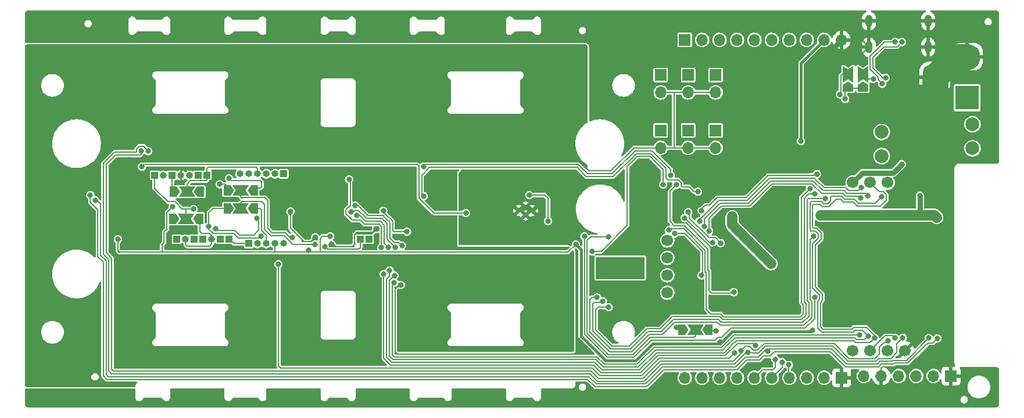
<source format=gbl>
G04 #@! TF.GenerationSoftware,KiCad,Pcbnew,(6.0.1-0)*
G04 #@! TF.CreationDate,2022-03-07T17:57:34+09:00*
G04 #@! TF.ProjectId,qLAMP-main,714c414d-502d-46d6-9169-6e2e6b696361,rev?*
G04 #@! TF.SameCoordinates,Original*
G04 #@! TF.FileFunction,Copper,L2,Bot*
G04 #@! TF.FilePolarity,Positive*
%FSLAX46Y46*%
G04 Gerber Fmt 4.6, Leading zero omitted, Abs format (unit mm)*
G04 Created by KiCad (PCBNEW (6.0.1-0)) date 2022-03-07 17:57:34*
%MOMM*%
%LPD*%
G01*
G04 APERTURE LIST*
G04 Aperture macros list*
%AMRoundRect*
0 Rectangle with rounded corners*
0 $1 Rounding radius*
0 $2 $3 $4 $5 $6 $7 $8 $9 X,Y pos of 4 corners*
0 Add a 4 corners polygon primitive as box body*
4,1,4,$2,$3,$4,$5,$6,$7,$8,$9,$2,$3,0*
0 Add four circle primitives for the rounded corners*
1,1,$1+$1,$2,$3*
1,1,$1+$1,$4,$5*
1,1,$1+$1,$6,$7*
1,1,$1+$1,$8,$9*
0 Add four rect primitives between the rounded corners*
20,1,$1+$1,$2,$3,$4,$5,0*
20,1,$1+$1,$4,$5,$6,$7,0*
20,1,$1+$1,$6,$7,$8,$9,0*
20,1,$1+$1,$8,$9,$2,$3,0*%
%AMFreePoly0*
4,1,6,1.000000,0.000000,0.500000,-0.750000,-0.500000,-0.750000,-0.500000,0.750000,0.500000,0.750000,1.000000,0.000000,1.000000,0.000000,$1*%
%AMFreePoly1*
4,1,7,0.700000,0.000000,1.200000,-0.750000,-1.200000,-0.750000,-0.700000,0.000000,-1.200000,0.750000,1.200000,0.750000,0.700000,0.000000,0.700000,0.000000,$1*%
G04 Aperture macros list end*
G04 #@! TA.AperFunction,ComponentPad*
%ADD10C,2.000000*%
G04 #@! TD*
G04 #@! TA.AperFunction,ComponentPad*
%ADD11C,0.600000*%
G04 #@! TD*
G04 #@! TA.AperFunction,SMDPad,CuDef*
%ADD12R,7.100000X3.200000*%
G04 #@! TD*
G04 #@! TA.AperFunction,ComponentPad*
%ADD13R,1.700000X1.700000*%
G04 #@! TD*
G04 #@! TA.AperFunction,ComponentPad*
%ADD14O,1.700000X1.700000*%
G04 #@! TD*
G04 #@! TA.AperFunction,ComponentPad*
%ADD15R,3.500000X3.500000*%
G04 #@! TD*
G04 #@! TA.AperFunction,ComponentPad*
%ADD16RoundRect,0.750000X-1.000000X0.750000X-1.000000X-0.750000X1.000000X-0.750000X1.000000X0.750000X0*%
G04 #@! TD*
G04 #@! TA.AperFunction,ComponentPad*
%ADD17RoundRect,0.875000X-0.875000X0.875000X-0.875000X-0.875000X0.875000X-0.875000X0.875000X0.875000X0*%
G04 #@! TD*
G04 #@! TA.AperFunction,ComponentPad*
%ADD18C,1.700000*%
G04 #@! TD*
G04 #@! TA.AperFunction,ComponentPad*
%ADD19O,1.000000X1.800000*%
G04 #@! TD*
G04 #@! TA.AperFunction,ComponentPad*
%ADD20R,1.000000X1.000000*%
G04 #@! TD*
G04 #@! TA.AperFunction,ComponentPad*
%ADD21O,1.000000X1.000000*%
G04 #@! TD*
G04 #@! TA.AperFunction,SMDPad,CuDef*
%ADD22FreePoly0,180.000000*%
G04 #@! TD*
G04 #@! TA.AperFunction,SMDPad,CuDef*
%ADD23FreePoly1,180.000000*%
G04 #@! TD*
G04 #@! TA.AperFunction,SMDPad,CuDef*
%ADD24FreePoly0,0.000000*%
G04 #@! TD*
G04 #@! TA.AperFunction,SMDPad,CuDef*
%ADD25FreePoly1,0.000000*%
G04 #@! TD*
G04 #@! TA.AperFunction,SMDPad,CuDef*
%ADD26FreePoly0,90.000000*%
G04 #@! TD*
G04 #@! TA.AperFunction,SMDPad,CuDef*
%ADD27FreePoly1,90.000000*%
G04 #@! TD*
G04 #@! TA.AperFunction,SMDPad,CuDef*
%ADD28FreePoly0,270.000000*%
G04 #@! TD*
G04 #@! TA.AperFunction,ViaPad*
%ADD29C,0.800000*%
G04 #@! TD*
G04 #@! TA.AperFunction,Conductor*
%ADD30C,0.210820*%
G04 #@! TD*
G04 #@! TA.AperFunction,Conductor*
%ADD31C,0.762000*%
G04 #@! TD*
G04 #@! TA.AperFunction,Conductor*
%ADD32C,0.381000*%
G04 #@! TD*
G04 #@! TA.AperFunction,Conductor*
%ADD33C,1.524000*%
G04 #@! TD*
G04 #@! TA.AperFunction,Conductor*
%ADD34C,0.203200*%
G04 #@! TD*
G04 #@! TA.AperFunction,Conductor*
%ADD35C,3.810000*%
G04 #@! TD*
G04 APERTURE END LIST*
D10*
X205069999Y-89680009D03*
X205069999Y-93180009D03*
D11*
X140966001Y-102270000D03*
X139966000Y-101770001D03*
X139966000Y-102870000D03*
X138965999Y-102270000D03*
D10*
X191850000Y-90800000D03*
X191850000Y-94300000D03*
D11*
X155706000Y-111930000D03*
X150506000Y-110630000D03*
X151806000Y-109330000D03*
X150506000Y-111930000D03*
X153106000Y-110630000D03*
X155706000Y-109330000D03*
X151806000Y-111930000D03*
X154406000Y-111930000D03*
X154406000Y-109330000D03*
X153106000Y-109330000D03*
X151806000Y-110630000D03*
X157006000Y-111930000D03*
X153106000Y-111930000D03*
X154406000Y-110630000D03*
X155706000Y-110630000D03*
X157006000Y-110630000D03*
X150506000Y-109330000D03*
D12*
X153756000Y-110630000D03*
D11*
X157006000Y-109330000D03*
D13*
X167646956Y-90579052D03*
D14*
X167646956Y-93119052D03*
D13*
X159646956Y-90579052D03*
D14*
X159646956Y-93119052D03*
D13*
X167646956Y-82479052D03*
D14*
X167646956Y-85019052D03*
D13*
X163646956Y-82479052D03*
D14*
X163646956Y-85019052D03*
D13*
X159646956Y-82479052D03*
D14*
X159646956Y-85019052D03*
D13*
X163646956Y-90579052D03*
D14*
X163646956Y-93119052D03*
D15*
X204295792Y-85809800D03*
D16*
X204295792Y-79809800D03*
D17*
X199595792Y-82809800D03*
D18*
X187611003Y-98175006D03*
X190151003Y-98175006D03*
X192691003Y-98175006D03*
X195231003Y-98175006D03*
X187611003Y-122675006D03*
X190151003Y-122675006D03*
X192691003Y-122675006D03*
X195231003Y-122675006D03*
X160611003Y-106615006D03*
X160611003Y-109155006D03*
X160611003Y-111695006D03*
X160611003Y-114235006D03*
D19*
X198608282Y-78419792D03*
X198608282Y-74619792D03*
X189968282Y-78419792D03*
X189968282Y-74619792D03*
D13*
X186001000Y-126628000D03*
D14*
X183461000Y-126628000D03*
X180921000Y-126628000D03*
X178381000Y-126628000D03*
X175841000Y-126628000D03*
X173301000Y-126628000D03*
X170761000Y-126628000D03*
X168221000Y-126628000D03*
X165681000Y-126628000D03*
X163141000Y-126628000D03*
D13*
X201946000Y-126380000D03*
D14*
X199406000Y-126380000D03*
X196866000Y-126380000D03*
X194326000Y-126380000D03*
X191786000Y-126380000D03*
X189246002Y-126380011D03*
D13*
X163141000Y-77372000D03*
D14*
X165681000Y-77372000D03*
X168221000Y-77372000D03*
X170761000Y-77372000D03*
X173301000Y-77372000D03*
X175841000Y-77372000D03*
X178381000Y-77372000D03*
X180921000Y-77372000D03*
X183461000Y-77372000D03*
X186001000Y-77372000D03*
D20*
X89155998Y-106419994D03*
X104732000Y-96888600D03*
D21*
X103462000Y-96888600D03*
X102192000Y-96888600D03*
X100922000Y-96888600D03*
X99652000Y-96888600D03*
X98382000Y-96888600D03*
D20*
X95505998Y-106419994D03*
X115876010Y-106419994D03*
X117146010Y-106419994D03*
D22*
X92616000Y-99500000D03*
D23*
X90616000Y-99500000D03*
D24*
X88616000Y-99500000D03*
D20*
X96775998Y-106419994D03*
X93536000Y-97110005D03*
D24*
X88526000Y-103440000D03*
D25*
X90526000Y-103440000D03*
D22*
X92526000Y-103440000D03*
X100483354Y-99318000D03*
D23*
X98483354Y-99318000D03*
D24*
X96483354Y-99318000D03*
D20*
X85916000Y-97110005D03*
D21*
X87186000Y-97110005D03*
D20*
X99652000Y-107048600D03*
D21*
X100922000Y-107048600D03*
X102192000Y-107048600D03*
X103462000Y-107048600D03*
X104732000Y-107048600D03*
D26*
X186957487Y-84390005D03*
D27*
X186957487Y-82390005D03*
D28*
X186957487Y-80390005D03*
D22*
X100483354Y-101969989D03*
D23*
X98483354Y-101969989D03*
D24*
X96483354Y-101969989D03*
D20*
X92266000Y-97110005D03*
D21*
X90996000Y-97110005D03*
D20*
X91695998Y-106419994D03*
D21*
X90425998Y-106419994D03*
D20*
X92965998Y-106419994D03*
D21*
X94235998Y-106419994D03*
D22*
X166696000Y-119680000D03*
D23*
X164696000Y-119680000D03*
D24*
X162696000Y-119680000D03*
D20*
X88456000Y-97110005D03*
D21*
X89726000Y-97110005D03*
D26*
X189100003Y-84390005D03*
D27*
X189100003Y-82390005D03*
D28*
X189100003Y-80390005D03*
D29*
X67990000Y-106980000D03*
X121430009Y-100130000D03*
X68800000Y-102190000D03*
X145580000Y-111170000D03*
X145146000Y-94840000D03*
X116870000Y-80760000D03*
X89580000Y-115080000D03*
X84780000Y-96730000D03*
X139150000Y-114760000D03*
X142310000Y-92500000D03*
X112510000Y-79180000D03*
X118250000Y-88500000D03*
X98310000Y-114680000D03*
X114206000Y-109030000D03*
X128020000Y-85120000D03*
X133130000Y-92620000D03*
X100146000Y-109030000D03*
X85720000Y-91040000D03*
X140570000Y-122060000D03*
X68070000Y-97080000D03*
X126480000Y-96960000D03*
X100870000Y-85450000D03*
X103689988Y-100500002D03*
X76790000Y-107980000D03*
X125540000Y-115080000D03*
X103330000Y-90090000D03*
X97850000Y-79290000D03*
X137160000Y-92700000D03*
X104890000Y-121730000D03*
X113450000Y-82100000D03*
X102840000Y-114780000D03*
X90610000Y-79070000D03*
X130740000Y-112850000D03*
X124890000Y-117140000D03*
X109710000Y-92840000D03*
X81730000Y-85640000D03*
X69890000Y-115290000D03*
X97390000Y-118430000D03*
X136086000Y-94840000D03*
X118460000Y-115800000D03*
X105940000Y-86910000D03*
X115690000Y-92260000D03*
X72920000Y-82170000D03*
X139200000Y-109860000D03*
X84470000Y-79070000D03*
X147450000Y-89590000D03*
X77500000Y-121640000D03*
X128800000Y-106390000D03*
X109260000Y-114530000D03*
X124489997Y-101840005D03*
X118146000Y-109030000D03*
X121820000Y-122420000D03*
X109400000Y-89660000D03*
X70410000Y-100050000D03*
X114610000Y-96630000D03*
X121500011Y-98289999D03*
X84990000Y-81990000D03*
X109066000Y-94840000D03*
X140060000Y-85160000D03*
X94609996Y-97819997D03*
X75170000Y-100540000D03*
X125350000Y-89020000D03*
X80570000Y-119780000D03*
X73040000Y-121920000D03*
X78700000Y-91140000D03*
X146680000Y-94060000D03*
X98170000Y-121910000D03*
X91116000Y-109030000D03*
X124190000Y-80550000D03*
X128180000Y-122340000D03*
X103030000Y-118590000D03*
X142920000Y-120540000D03*
X127166000Y-94840000D03*
X134040000Y-80470000D03*
X87716000Y-107610000D03*
X145156000Y-109040000D03*
X128860000Y-96770000D03*
X72920000Y-117790000D03*
X89440000Y-88970000D03*
X109500010Y-102350011D03*
X118176000Y-94840000D03*
X110030000Y-96490000D03*
X109106000Y-109030000D03*
X74940000Y-106920000D03*
X124260000Y-107480000D03*
X114290000Y-90880000D03*
X123510000Y-103420000D03*
X76630000Y-84070000D03*
X91511430Y-104954024D03*
X77200000Y-125040000D03*
X119630012Y-100079988D03*
X82176000Y-109030000D03*
X84900000Y-88560000D03*
X124490000Y-92260000D03*
X80580000Y-124830000D03*
X145010000Y-118510000D03*
X112920000Y-113080000D03*
X115740002Y-100410010D03*
X142630000Y-115810000D03*
X84740000Y-117130000D03*
X138740000Y-90220000D03*
X93750000Y-124880000D03*
X79280000Y-87580000D03*
X71090000Y-79020000D03*
X110080000Y-121830000D03*
X110970009Y-102299999D03*
X95940000Y-96780000D03*
X104290000Y-82130000D03*
X136216000Y-109030000D03*
X104980000Y-114850000D03*
X97670000Y-82240000D03*
X145280000Y-122260000D03*
X109290000Y-84670000D03*
X121740000Y-90980000D03*
X127860000Y-92660000D03*
X134210000Y-114610000D03*
X100230000Y-118450000D03*
X103080000Y-121880000D03*
X105590000Y-100140000D03*
X91126000Y-94840000D03*
X110030006Y-101059996D03*
X68160000Y-123400000D03*
X98020000Y-88880000D03*
X77640000Y-117600000D03*
X107660000Y-96900000D03*
X87010000Y-124890000D03*
X67820000Y-81360000D03*
X107320000Y-118450000D03*
X113466000Y-94841020D03*
X127076000Y-109030000D03*
X82166000Y-94860000D03*
X81060000Y-121650000D03*
X69850000Y-88760000D03*
X142910000Y-89280000D03*
X137400000Y-111950000D03*
X134060000Y-89300000D03*
X130780000Y-91010000D03*
X118660000Y-92760000D03*
X68200000Y-126670000D03*
X77600000Y-79070000D03*
X113310010Y-101000001D03*
X106520000Y-92430000D03*
X94610000Y-90950000D03*
X145420000Y-114590000D03*
X84500000Y-107090000D03*
X102740000Y-124800000D03*
X97270000Y-92510000D03*
X83040000Y-92200000D03*
X104640000Y-79050000D03*
X122880000Y-85220000D03*
X115920000Y-124330000D03*
X141630000Y-112140000D03*
X144660000Y-84600000D03*
X118420000Y-84200000D03*
X91720000Y-92620000D03*
X72150000Y-86250000D03*
X140100000Y-118340000D03*
X121890000Y-119020000D03*
X71020000Y-103890000D03*
X118280000Y-121140000D03*
X100126000Y-94840000D03*
X112820000Y-93570000D03*
X139810000Y-92140000D03*
X88410000Y-92340000D03*
X117620000Y-107610000D03*
X75650000Y-126920000D03*
X147360000Y-79570000D03*
X72330000Y-125320000D03*
X126890000Y-101290000D03*
X128010000Y-118720000D03*
X105610000Y-98350000D03*
X80940000Y-115460000D03*
X84720000Y-120530000D03*
X121990000Y-115520000D03*
X81450000Y-107330000D03*
X78230000Y-94390000D03*
X100420000Y-92860000D03*
X104439999Y-101910007D03*
X159993887Y-98440263D03*
X80550117Y-106436953D03*
X168275911Y-121410065D03*
X199850000Y-103260000D03*
X194771240Y-95481696D03*
X197401788Y-100058212D03*
X140504484Y-99989896D03*
X111504969Y-106011081D03*
X88566000Y-101672300D03*
X181726000Y-119687126D03*
X175730000Y-110010000D03*
X182950000Y-102930000D03*
X108366000Y-108046300D03*
X143226000Y-103770000D03*
X170060000Y-103170000D03*
X147281000Y-107175000D03*
X149686000Y-108210000D03*
X125117879Y-95843700D03*
X161116000Y-97110000D03*
X96776000Y-97570000D03*
X91586000Y-102020000D03*
X131256000Y-102610000D03*
X84082483Y-95843700D03*
X165074299Y-99502624D03*
X125117890Y-100130000D03*
X181390000Y-99071859D03*
X160824505Y-105113727D03*
X199966000Y-120890000D03*
X76556000Y-100002890D03*
X175277030Y-122757506D03*
X77286000Y-100780000D03*
X198696000Y-120850000D03*
X194916000Y-120790000D03*
X172323445Y-122914030D03*
X84998252Y-93590068D03*
X165620000Y-102260000D03*
X182397167Y-96910231D03*
X119980274Y-107613769D03*
X115356981Y-102955791D03*
X120147289Y-110980171D03*
X190816000Y-120808775D03*
X83996000Y-93560000D03*
X192752408Y-121223602D03*
X171348522Y-122679645D03*
X114495297Y-102443043D03*
X189846156Y-120528649D03*
X120982977Y-107613769D03*
X120855399Y-111735233D03*
X191794614Y-100238254D03*
X109306000Y-107200000D03*
X110722231Y-107540000D03*
X105998716Y-106141297D03*
X170286000Y-114170000D03*
X118936000Y-107613769D03*
X114243165Y-97709947D03*
X161909850Y-98514392D03*
X173430144Y-121930426D03*
X119296000Y-111510000D03*
X186520000Y-85980000D03*
X165591000Y-111715000D03*
X161703039Y-105597039D03*
X163127980Y-103341890D03*
X167198065Y-106911149D03*
X163652516Y-102487329D03*
X168376000Y-106987300D03*
X191907567Y-83775288D03*
X193785589Y-77672020D03*
X192418792Y-82874441D03*
X194788292Y-77672020D03*
X170410197Y-123033136D03*
X103966000Y-110050000D03*
X167696000Y-119850000D03*
X139650000Y-76900000D03*
X173460000Y-74550000D03*
X130960000Y-98860000D03*
X189750000Y-115660000D03*
X203264246Y-77155754D03*
X187110000Y-78820000D03*
X136170000Y-129140000D03*
X190645000Y-76645000D03*
X184900000Y-96570000D03*
X119170000Y-76970000D03*
X174368280Y-112388280D03*
X171290000Y-92050000D03*
X132810000Y-98340000D03*
X89240000Y-129180000D03*
X138630000Y-106620000D03*
X165580000Y-114900000D03*
X185830000Y-106110000D03*
X109040000Y-75130000D03*
X112530000Y-130180000D03*
X165690000Y-93990000D03*
X197255680Y-75164320D03*
X174720000Y-78710000D03*
X162150000Y-95790000D03*
X200160000Y-116730000D03*
X159990000Y-117710000D03*
X151130000Y-119210000D03*
X173700000Y-130070000D03*
X111706000Y-107200229D03*
X94960000Y-129180000D03*
X122010000Y-129370000D03*
X169670000Y-128000000D03*
X131000000Y-105570000D03*
X187210000Y-76000000D03*
X195650000Y-116020000D03*
X207730000Y-94430000D03*
X144796000Y-102370000D03*
X116040000Y-75320000D03*
X192380000Y-106250000D03*
X108620000Y-129180000D03*
X168640000Y-102860000D03*
X129270000Y-75240000D03*
X121777458Y-113101644D03*
X112720000Y-77080000D03*
X171550000Y-99280000D03*
X162430000Y-89180000D03*
X99270000Y-73930000D03*
X159910000Y-74130000D03*
X150976000Y-117055903D03*
X81920000Y-128810000D03*
X182200000Y-73960000D03*
X207620000Y-85140000D03*
X78930000Y-76670000D03*
X155650000Y-78820000D03*
X146650000Y-99470000D03*
X185650000Y-116710000D03*
X116080000Y-129510000D03*
X109307240Y-106147026D03*
X136450000Y-102280000D03*
X183670000Y-128890000D03*
X154630000Y-90270000D03*
X144786000Y-105470000D03*
X153290000Y-117630000D03*
X165950000Y-79920000D03*
X175400000Y-81050000D03*
X159340000Y-86880000D03*
X130070000Y-129100000D03*
X189210000Y-106710000D03*
X176000000Y-84440000D03*
X153750000Y-98370000D03*
X142980000Y-75220000D03*
X149360000Y-129070000D03*
X199569007Y-91540479D03*
X166020000Y-73970000D03*
X201272812Y-75164320D03*
X161711760Y-103178161D03*
X179760000Y-78480000D03*
X171500000Y-117030000D03*
X95190000Y-75220000D03*
X136040000Y-75290000D03*
X168710000Y-105100000D03*
X170020000Y-81440000D03*
X67970000Y-129910000D03*
X77160000Y-129950000D03*
X89480000Y-75320000D03*
X143020000Y-128900000D03*
X178000000Y-114770000D03*
X81290000Y-74260000D03*
X139660000Y-130330000D03*
X170760000Y-112120000D03*
X178300000Y-106550000D03*
X99220000Y-76860000D03*
X197310000Y-94222302D03*
X125790000Y-76960000D03*
X161470000Y-126390000D03*
X184810000Y-82180000D03*
X146480000Y-97420000D03*
X72780000Y-129020000D03*
X70210000Y-76950000D03*
X176630000Y-117010000D03*
X154230000Y-87360000D03*
X205280000Y-74370000D03*
X194315680Y-75164320D03*
X167331000Y-107905000D03*
X145620000Y-106360000D03*
X196680000Y-106320000D03*
X198630000Y-109520000D03*
X166500000Y-100750000D03*
X181910000Y-83110000D03*
X68190000Y-74220000D03*
X135420000Y-98360000D03*
X167640000Y-96510000D03*
X185620000Y-111260000D03*
X178320000Y-75380000D03*
X183405000Y-82610000D03*
X167080000Y-130220000D03*
X185010000Y-86980000D03*
X122110000Y-75350000D03*
X201270000Y-100420000D03*
X153970000Y-75090000D03*
X170430000Y-79030000D03*
X207620000Y-77900000D03*
X85490000Y-130200000D03*
X160770000Y-80280000D03*
X201580200Y-78419800D03*
X207250000Y-87950000D03*
X186292776Y-92541689D03*
X181710000Y-127980000D03*
X165630000Y-90770000D03*
X184830000Y-76290000D03*
X201256000Y-120710000D03*
X192730000Y-114880000D03*
X177910000Y-99433879D03*
X118206710Y-104939290D03*
X159150000Y-129970000D03*
X103640000Y-129370000D03*
X169960000Y-99610000D03*
X149170429Y-122816188D03*
X150650000Y-84190000D03*
X149390000Y-77070000D03*
X148140000Y-98370000D03*
X191375680Y-75164320D03*
X177590000Y-94910000D03*
X200090000Y-105960000D03*
X186260000Y-114700000D03*
X178980000Y-80860000D03*
X165780000Y-82220000D03*
X85010000Y-77060000D03*
X179200000Y-130080000D03*
X158071539Y-115504461D03*
X179650000Y-116370000D03*
X143290000Y-106660000D03*
X133430000Y-102310000D03*
X198200000Y-112640000D03*
X187890000Y-73600000D03*
X159250000Y-127890000D03*
X164340000Y-128070000D03*
X181050000Y-86980000D03*
X188250000Y-112610000D03*
X173080000Y-115090000D03*
X98980000Y-130270000D03*
X125670000Y-73810000D03*
X201607796Y-80797796D03*
X182240000Y-76270000D03*
X166830000Y-99140000D03*
X171270000Y-95810000D03*
X139570000Y-73730000D03*
X113020000Y-73770000D03*
X167130000Y-88810000D03*
X161600000Y-82810000D03*
X85110000Y-73730000D03*
X74750000Y-74360000D03*
X205210000Y-82920000D03*
X171680000Y-109540000D03*
X173300000Y-82640000D03*
X103290000Y-75170000D03*
X179000000Y-109880000D03*
X159575348Y-103109481D03*
X105696000Y-102400000D03*
X192940000Y-112710000D03*
X126370000Y-130270000D03*
X176940000Y-127970000D03*
X187510000Y-109590000D03*
X120831190Y-112770000D03*
X115116000Y-101539560D03*
X121950124Y-107349120D03*
X188576000Y-120395236D03*
X94777499Y-104903763D03*
X95420000Y-98430000D03*
X100806000Y-103420000D03*
X101379539Y-106045300D03*
X93827240Y-104580000D03*
X88523790Y-103777677D03*
X92776006Y-99135012D03*
X122686000Y-105340000D03*
X119232007Y-102274492D03*
X180080000Y-92135000D03*
X190610000Y-83070000D03*
X185773649Y-85310393D03*
X181916000Y-105970000D03*
X150386000Y-114930000D03*
X183660000Y-100530000D03*
X151220145Y-115486430D03*
X152071519Y-116347793D03*
X182134985Y-99815015D03*
X178326000Y-124761769D03*
X177335297Y-124348229D03*
X176342290Y-123934689D03*
X152072890Y-106070678D03*
X148525290Y-106009290D03*
X182086000Y-114870000D03*
X161976046Y-119259954D03*
X193770000Y-120840000D03*
X165289153Y-103822068D03*
X188875521Y-98890087D03*
X189760000Y-100041237D03*
X165998171Y-104531085D03*
X188760000Y-100454777D03*
X166707189Y-105240103D03*
D30*
X99652000Y-107048600D02*
X97404604Y-107048600D01*
X97404604Y-107048600D02*
X96775998Y-106419994D01*
D31*
X91126000Y-94860000D02*
X100126000Y-94860000D01*
D30*
X92854119Y-109018119D02*
X92866000Y-109030000D01*
X110970009Y-102299999D02*
X109550022Y-102299999D01*
X149120000Y-96450000D02*
X152400000Y-96450000D01*
X119630012Y-100079988D02*
X121379997Y-100079988D01*
X163646956Y-93119052D02*
X167646956Y-93119052D01*
X121430009Y-98360001D02*
X121500011Y-98289999D01*
X110030006Y-101059996D02*
X106509996Y-101059996D01*
X104389998Y-100500002D02*
X105229998Y-100500002D01*
D31*
X100146000Y-109030000D02*
X109106000Y-109030000D01*
D30*
X159646956Y-93060956D02*
X159705052Y-93119052D01*
D31*
X80526000Y-94860000D02*
X82166000Y-94860000D01*
X79566406Y-108134982D02*
X79566406Y-95819594D01*
X82176000Y-109030000D02*
X80461423Y-109029999D01*
D30*
X87716000Y-107610000D02*
X87716000Y-105543750D01*
X124489997Y-101840005D02*
X124489997Y-102440003D01*
X112270007Y-101000001D02*
X110970009Y-102299999D01*
X121430009Y-100130000D02*
X121430009Y-98360001D01*
D31*
X127166000Y-94860000D02*
X136086000Y-94860000D01*
D30*
X104439999Y-101910007D02*
X104439999Y-100550003D01*
X163646956Y-85019052D02*
X161640948Y-85019052D01*
X161580948Y-93119052D02*
X161580948Y-85079052D01*
X87997877Y-105261873D02*
X91203581Y-105261873D01*
D31*
X136216000Y-109030000D02*
X145146000Y-109030000D01*
D30*
X116070024Y-100079988D02*
X115740002Y-100410010D01*
D31*
X109106000Y-109030000D02*
X114206000Y-109030000D01*
D30*
X109500010Y-101589992D02*
X110030006Y-101059996D01*
D31*
X118176000Y-94860000D02*
X127166000Y-94860000D01*
D30*
X109500010Y-102350011D02*
X109500010Y-101589992D01*
X106509996Y-101059996D02*
X105590000Y-100140000D01*
X103689988Y-100500002D02*
X104389998Y-100500002D01*
X105229998Y-100500002D02*
X105590000Y-100140000D01*
X161640948Y-85019052D02*
X159646956Y-85019052D01*
D31*
X79566406Y-95819594D02*
X80526000Y-94860000D01*
X145146000Y-94860000D02*
X145156000Y-94850000D01*
D30*
X124489997Y-101840005D02*
X123140014Y-101840005D01*
D31*
X109066000Y-94860000D02*
X118176000Y-94860000D01*
X118146000Y-109030000D02*
X127076000Y-109030000D01*
X80461423Y-109029999D02*
X79566406Y-108134982D01*
X90656000Y-109030000D02*
X91116000Y-109030000D01*
D30*
X123140014Y-101840005D02*
X121430009Y-100130000D01*
D31*
X82166000Y-94860000D02*
X91126000Y-94860000D01*
X92866000Y-109030000D02*
X100146000Y-109030000D01*
D30*
X113310010Y-101000001D02*
X113310010Y-97641667D01*
D31*
X127076000Y-109030000D02*
X136216000Y-109030000D01*
D30*
X145146000Y-94840000D02*
X147510000Y-94840000D01*
X119630012Y-100079988D02*
X116070024Y-100079988D01*
X94900003Y-97819997D02*
X95940000Y-96780000D01*
X109550022Y-102299999D02*
X109500010Y-102350011D01*
D31*
X136086000Y-94860000D02*
X145146000Y-94860000D01*
X145146000Y-109030000D02*
X145156000Y-109040000D01*
D30*
X91203581Y-105261873D02*
X91511430Y-104954024D01*
D31*
X91116000Y-109030000D02*
X92866000Y-109030000D01*
X100126000Y-94860000D02*
X109066000Y-94860000D01*
D30*
X161580948Y-93119052D02*
X163646956Y-93119052D01*
X152400000Y-96450000D02*
X155730948Y-93119052D01*
X167646956Y-85019052D02*
X163646956Y-85019052D01*
X94609996Y-97819997D02*
X94900003Y-97819997D01*
X124489997Y-102440003D02*
X123510000Y-103420000D01*
X159646956Y-93119052D02*
X161580948Y-93119052D01*
X87716000Y-105543750D02*
X87997877Y-105261873D01*
X104439999Y-100550003D02*
X104389998Y-100500002D01*
X114321677Y-96630000D02*
X114610000Y-96630000D01*
X113310010Y-101000001D02*
X112270007Y-101000001D01*
D31*
X114206000Y-109030000D02*
X118146000Y-109030000D01*
D30*
X147510000Y-94840000D02*
X149120000Y-96450000D01*
X155730948Y-93119052D02*
X159646956Y-93119052D01*
X161580948Y-85079052D02*
X161640948Y-85019052D01*
X121379997Y-100079988D02*
X121430009Y-100130000D01*
X90537877Y-108911877D02*
X90656000Y-109030000D01*
D31*
X82176000Y-109030000D02*
X90656000Y-109030000D01*
D30*
X113310010Y-97641667D02*
X114321677Y-96630000D01*
D32*
X151628784Y-124152786D02*
X155987720Y-124152786D01*
D30*
X110323214Y-106011081D02*
X110014121Y-106320174D01*
X142755896Y-99989896D02*
X143226000Y-100460000D01*
D31*
X193536001Y-96741295D02*
X194698648Y-95578648D01*
D30*
X110057879Y-108321879D02*
X146134121Y-108321879D01*
X87302460Y-105372457D02*
X87302460Y-106920000D01*
X80765861Y-108321879D02*
X86954121Y-108321879D01*
X103462000Y-108257758D02*
X103397879Y-108321879D01*
D31*
X194698648Y-95578648D02*
X194771240Y-95506056D01*
D33*
X197030000Y-102930000D02*
X198190000Y-102930000D01*
D30*
X88566000Y-101672300D02*
X87717870Y-102520430D01*
X140504484Y-99989896D02*
X142755896Y-99989896D01*
X87717870Y-104957046D02*
X87302460Y-105372457D01*
D32*
X181516520Y-119896606D02*
X181726000Y-119687126D01*
D31*
X197401788Y-100058212D02*
X197401788Y-102558212D01*
D30*
X86954121Y-108321879D02*
X103397879Y-108321879D01*
D32*
X147281000Y-107175000D02*
X148026660Y-107920660D01*
D30*
X111504969Y-106011081D02*
X110323214Y-106011081D01*
D31*
X197401788Y-102558212D02*
X197030000Y-102930000D01*
D30*
X156244830Y-94359672D02*
X158050004Y-94359672D01*
X80550117Y-108144117D02*
X80746870Y-108340870D01*
X108336000Y-108076300D02*
X108366000Y-108046300D01*
X80550117Y-106436953D02*
X80550117Y-108144117D01*
X110014121Y-106320174D02*
X110014121Y-108278121D01*
X87007879Y-108268121D02*
X86954121Y-108321879D01*
X87007879Y-107214581D02*
X87007879Y-108268121D01*
D33*
X170060000Y-103170000D02*
X170060000Y-104340000D01*
D30*
X154756000Y-104440000D02*
X154756000Y-95848502D01*
X143226000Y-100460000D02*
X143226000Y-103770000D01*
X159994339Y-96304007D02*
X159994339Y-98439811D01*
X110014121Y-108278121D02*
X110057879Y-108321879D01*
D32*
X168319296Y-121662930D02*
X168754113Y-121228113D01*
D30*
X80746870Y-108340870D02*
X80765861Y-108321879D01*
D32*
X168754113Y-121228113D02*
X170085621Y-119896606D01*
D33*
X199000000Y-102930000D02*
X199520000Y-102930000D01*
D32*
X158477576Y-121662930D02*
X168319296Y-121662930D01*
X148026660Y-107920660D02*
X148026660Y-120550663D01*
X180126000Y-119896606D02*
X181516520Y-119896606D01*
D31*
X189044714Y-96741295D02*
X193536001Y-96741295D01*
D33*
X182950000Y-102930000D02*
X197030000Y-102930000D01*
D32*
X170085621Y-119896606D02*
X180126000Y-119896606D01*
D30*
X168275911Y-121410065D02*
X168275911Y-121619545D01*
X150986000Y-108210000D02*
X154756000Y-104440000D01*
X87302460Y-106920000D02*
X87007879Y-107214581D01*
D33*
X199520000Y-102930000D02*
X199850000Y-103260000D01*
D30*
X103462000Y-107048600D02*
X103462000Y-108257758D01*
D32*
X155987720Y-124152786D02*
X158477576Y-121662930D01*
D30*
X149686000Y-108210000D02*
X150986000Y-108210000D01*
X87717870Y-102520430D02*
X87717870Y-104957046D01*
X154756000Y-95848502D02*
X156244830Y-94359672D01*
X159994339Y-98439811D02*
X159993887Y-98440263D01*
X108336000Y-108340870D02*
X108336000Y-108076300D01*
D33*
X170060000Y-104340000D02*
X175730000Y-110010000D01*
D30*
X168275911Y-121619545D02*
X168319296Y-121662930D01*
X103397879Y-108321879D02*
X110057879Y-108321879D01*
D33*
X198190000Y-102930000D02*
X199000000Y-102930000D01*
D31*
X187611003Y-98175006D02*
X189044714Y-96741295D01*
X194771240Y-95506056D02*
X194771240Y-95481696D01*
D30*
X146134121Y-108321879D02*
X147281000Y-107175000D01*
X158050004Y-94359672D02*
X159994339Y-96304007D01*
D32*
X148026660Y-120550663D02*
X151628784Y-124152786D01*
D30*
X125117879Y-95843700D02*
X125412449Y-95549130D01*
X147634296Y-95549130D02*
X148948705Y-96863539D01*
X155902242Y-93532592D02*
X158392592Y-93532592D01*
X152571295Y-96863539D02*
X155902242Y-93532592D01*
X161116000Y-96256000D02*
X161116000Y-97110000D01*
X125412449Y-95549130D02*
X147634296Y-95549130D01*
X148948705Y-96863539D02*
X152571295Y-96863539D01*
X158392592Y-93532592D02*
X161116000Y-96256000D01*
X97226130Y-97889870D02*
X97095870Y-97889870D01*
X101516000Y-98790000D02*
X101516000Y-98080000D01*
X101516000Y-98080000D02*
X101325870Y-97889870D01*
X101325870Y-97889870D02*
X97226130Y-97889870D01*
X100505992Y-98948000D02*
X101358000Y-98948000D01*
X101358000Y-98948000D02*
X101516000Y-98790000D01*
X97095870Y-97889870D02*
X96776000Y-97570000D01*
X85916000Y-99030000D02*
X85916000Y-97110005D01*
X88856000Y-100950000D02*
X87836000Y-100950000D01*
X90456000Y-102020000D02*
X89926000Y-102020000D01*
X89926000Y-102020000D02*
X88856000Y-100950000D01*
X90526000Y-103440000D02*
X90526000Y-102090000D01*
X87836000Y-100950000D02*
X85916000Y-99030000D01*
X90526000Y-102090000D02*
X90456000Y-102020000D01*
X90456000Y-102020000D02*
X90666000Y-102020000D01*
X91586000Y-102020000D02*
X90666000Y-102020000D01*
X124409769Y-95748904D02*
X124209995Y-95549130D01*
X84377053Y-95549130D02*
X84082483Y-95843700D01*
X131256000Y-102610000D02*
X126596455Y-102610000D01*
X124209995Y-95549130D02*
X108386870Y-95549130D01*
X108386870Y-95549130D02*
X84377053Y-95549130D01*
X108386870Y-95549130D02*
X108436000Y-95549130D01*
X126596455Y-102610000D02*
X124409769Y-100423314D01*
X124409769Y-100423314D02*
X124409769Y-95748904D01*
X160407879Y-96132713D02*
X160407879Y-97572121D01*
X162808973Y-98808973D02*
X163808973Y-98808973D01*
X125117890Y-100130000D02*
X124823309Y-99835419D01*
X161604686Y-97818121D02*
X161616536Y-97806271D01*
X161616536Y-97806271D02*
X162203164Y-97806271D01*
X124823309Y-97139705D02*
X126000344Y-95962670D01*
X148777410Y-97277078D02*
X152742590Y-97277078D01*
X124823309Y-99835419D02*
X124823309Y-97139705D01*
X162617971Y-98617971D02*
X162808973Y-98808973D01*
X158221298Y-93946132D02*
X160407879Y-96132713D01*
X160407879Y-97572121D02*
X160653879Y-97818121D01*
X152742590Y-97277078D02*
X156073536Y-93946132D01*
X147463002Y-95962670D02*
X148777410Y-97277078D01*
X156073536Y-93946132D02*
X158221298Y-93946132D01*
X162203164Y-97806271D02*
X162617971Y-98221078D01*
X126000344Y-95962670D02*
X147463002Y-95962670D01*
X164502624Y-99502624D02*
X165074299Y-99502624D01*
X162617971Y-98221078D02*
X162617971Y-98617971D01*
X160653879Y-97818121D02*
X161604686Y-97818121D01*
X163808973Y-98808973D02*
X164502624Y-99502624D01*
X168820653Y-117743817D02*
X180000823Y-117743817D01*
X166299121Y-111303121D02*
X166299121Y-116673121D01*
X180000823Y-117743817D02*
X180431840Y-117312800D01*
X180431840Y-117312800D02*
X180431840Y-116230000D01*
X167796000Y-117311213D02*
X168388049Y-117311213D01*
X166131000Y-111135000D02*
X166299121Y-111303121D01*
X168388049Y-117311213D02*
X168820653Y-117743817D01*
X163002672Y-104888918D02*
X166131000Y-108017247D01*
X180137260Y-102899072D02*
X180137260Y-100324599D01*
X166131000Y-108017247D02*
X166131000Y-111135000D01*
X166937213Y-117311213D02*
X167796000Y-117311213D01*
X180137260Y-115736093D02*
X180137260Y-102899072D01*
X166299121Y-116673121D02*
X166937213Y-117311213D01*
X160824505Y-105113727D02*
X161049314Y-104888918D01*
X180431840Y-116230000D02*
X180431840Y-116030674D01*
X161049314Y-104888918D02*
X163002672Y-104888918D01*
X180431840Y-116030674D02*
X180137260Y-115736093D01*
X180137260Y-100324599D02*
X181390000Y-99071859D01*
X174063253Y-124053254D02*
X174496254Y-123620253D01*
X184417974Y-122876476D02*
X186146000Y-124604502D01*
X150059235Y-127967079D02*
X157567594Y-127967078D01*
X172146000Y-124053254D02*
X173043594Y-124053254D01*
X76556000Y-101051435D02*
X77636656Y-102132091D01*
X160064793Y-125469879D02*
X170729375Y-125469879D01*
X198572713Y-121558121D02*
X199297879Y-121558121D01*
X186615244Y-125073745D02*
X191368357Y-125073744D01*
X158052081Y-127482588D02*
X158800336Y-126734336D01*
X157567594Y-127967078D02*
X157567594Y-127967075D01*
X78436000Y-126330000D02*
X78996000Y-126890000D01*
X174496254Y-123620253D02*
X174650880Y-123465627D01*
X77636656Y-102132091D02*
X77636656Y-108934307D01*
X170729375Y-125469879D02*
X172146000Y-124053254D01*
X157567594Y-127967075D02*
X158052081Y-127482588D01*
X78436000Y-109733651D02*
X78436000Y-126330000D01*
X195625958Y-124504876D02*
X198118417Y-122012417D01*
X191368357Y-125073744D02*
X191781895Y-124660206D01*
X148982156Y-126890000D02*
X150059235Y-127967079D01*
X173043594Y-124053254D02*
X174063253Y-124053254D01*
X191781895Y-124660206D02*
X193486000Y-124660205D01*
X176159495Y-122876476D02*
X184417974Y-122876476D01*
X186146000Y-124604502D02*
X186615244Y-125073745D01*
X77636656Y-108934307D02*
X78436000Y-109733651D01*
X193513304Y-124660205D02*
X193668632Y-124504877D01*
X195625956Y-124504877D02*
X195625958Y-124504876D01*
X78996000Y-126890000D02*
X148982156Y-126890000D01*
X175570344Y-123465627D02*
X176159495Y-122876476D01*
X198118417Y-122012417D02*
X198572713Y-121558121D01*
X158800336Y-126734336D02*
X160064793Y-125469879D01*
X193668632Y-124504877D02*
X195625956Y-124504877D01*
X174650880Y-123465627D02*
X175570344Y-123465627D01*
X193486000Y-124660205D02*
X193513304Y-124660205D01*
X199297879Y-121558121D02*
X199966000Y-120890000D01*
X76556000Y-100002890D02*
X76556000Y-101051435D01*
X173909522Y-123622151D02*
X175068737Y-122462936D01*
X78050196Y-108763014D02*
X78849540Y-109562358D01*
X79167294Y-126476460D02*
X149153450Y-126476460D01*
X193497338Y-124091337D02*
X195454663Y-124091337D01*
X175068737Y-122462936D02*
X184589268Y-122462936D01*
X195454663Y-124091337D02*
X198696000Y-120850000D01*
X158647919Y-126301919D02*
X159893500Y-125056339D01*
X78849540Y-126158706D02*
X79167294Y-126476460D01*
X191197062Y-124660205D02*
X191610600Y-124246667D01*
X157396296Y-127553539D02*
X157638542Y-127311293D01*
X157638542Y-127311293D02*
X158647919Y-126301919D01*
X78050196Y-101274196D02*
X78050196Y-108763014D01*
X78849540Y-109562358D02*
X78849540Y-126158706D01*
X159893500Y-125056339D02*
X170558081Y-125056339D01*
X175277030Y-122757506D02*
X175277030Y-122671229D01*
X184589268Y-122462936D02*
X186786537Y-124660205D01*
X186786537Y-124660205D02*
X191197062Y-124660205D01*
X77556000Y-100780000D02*
X78050196Y-101274196D01*
X175277030Y-122671229D02*
X175068737Y-122462936D01*
X150230531Y-127553540D02*
X157396296Y-127553539D01*
X171992269Y-123622151D02*
X173909522Y-123622151D01*
X149153450Y-126476460D02*
X150230531Y-127553540D01*
X191610600Y-124246667D02*
X193342009Y-124246666D01*
X170558081Y-125056339D02*
X171992269Y-123622151D01*
X193342009Y-124246666D02*
X193497338Y-124091337D01*
X77286000Y-100780000D02*
X77556000Y-100780000D01*
X79263080Y-111510000D02*
X79263080Y-125660000D01*
X87616000Y-126062920D02*
X149324744Y-126062920D01*
X83287879Y-93266686D02*
X83287879Y-93650000D01*
X79666000Y-126062920D02*
X87616000Y-126062920D01*
X184760562Y-122049396D02*
X186957832Y-124246666D01*
X79263080Y-109391065D02*
X79263080Y-111510000D01*
X149324744Y-126062920D02*
X150401824Y-127140000D01*
X174897443Y-122049396D02*
X184760562Y-122049396D01*
X194072882Y-122930959D02*
X194072882Y-121633118D01*
X170386787Y-124642799D02*
X172115556Y-122914030D01*
X79263080Y-125660000D02*
X79666000Y-126062920D01*
X172323445Y-122914030D02*
X172820030Y-122914030D01*
X78463736Y-108591721D02*
X79263080Y-109391065D01*
X173894753Y-123052086D02*
X174897443Y-122049396D01*
X159722207Y-124642799D02*
X170386787Y-124642799D01*
X80088252Y-93738339D02*
X78463736Y-95362855D01*
X191025767Y-124246666D02*
X191439306Y-123833127D01*
X172115556Y-122914030D02*
X172323445Y-122914030D01*
X83199540Y-93738339D02*
X80088252Y-93738339D01*
X193170714Y-123833127D02*
X194072882Y-122930959D01*
X194072882Y-121633118D02*
X194916000Y-120790000D01*
X78463736Y-95362855D02*
X78463736Y-108591721D01*
X84289314Y-92851879D02*
X83702686Y-92851879D01*
X84998252Y-93590068D02*
X84998252Y-93560817D01*
X83287879Y-93650000D02*
X83199540Y-93738339D01*
X87616000Y-126062920D02*
X87556000Y-126062920D01*
X83702686Y-92851879D02*
X83287879Y-93266686D01*
X150401824Y-127140000D02*
X157225002Y-127140000D01*
X186957832Y-124246666D02*
X191025767Y-124246666D01*
X157225002Y-127140000D02*
X159722207Y-124642799D01*
X172958087Y-123052087D02*
X173894753Y-123052086D01*
X172820030Y-122914030D02*
X172958087Y-123052087D01*
X84998252Y-93560817D02*
X84289314Y-92851879D01*
X191439306Y-123833127D02*
X193170714Y-123833127D01*
X172080000Y-100350130D02*
X167909870Y-100350130D01*
X165620000Y-102044807D02*
X165620000Y-102260000D01*
X166801879Y-101458121D02*
X166206686Y-101458121D01*
X167909870Y-100350130D02*
X166801879Y-101458121D01*
X182177763Y-97123129D02*
X175307001Y-97123129D01*
X182184269Y-97123129D02*
X182397167Y-96910231D01*
X166206686Y-101458121D02*
X165620000Y-102044807D01*
X182177763Y-97123129D02*
X182184269Y-97123129D01*
X175307001Y-97123129D02*
X172080000Y-100350130D01*
X180826000Y-121222316D02*
X187726000Y-121222316D01*
X190816000Y-120497058D02*
X189592518Y-119273576D01*
X182008340Y-104848340D02*
X181791419Y-104631419D01*
X182204959Y-107267310D02*
X183037660Y-106434609D01*
X120147289Y-110980171D02*
X120147289Y-111832251D01*
X182860000Y-101357080D02*
X183154581Y-101651661D01*
X183037660Y-106434609D02*
X183037660Y-105505391D01*
X119369539Y-107003034D02*
X119980274Y-107613769D01*
X187706239Y-100987285D02*
X188295393Y-101576438D01*
X183037660Y-105505391D02*
X182380609Y-104848340D01*
X168868425Y-122988639D02*
X169691532Y-122165532D01*
X115356981Y-102955791D02*
X115773581Y-102955791D01*
X185840000Y-100573877D02*
X186253408Y-100987285D01*
X183207660Y-114397660D02*
X182204959Y-113394959D01*
X170016532Y-121840532D02*
X170634748Y-121222316D01*
X159037032Y-122988639D02*
X168868425Y-122988639D01*
X183154581Y-101651661D02*
X184124609Y-101651660D01*
X182913079Y-119198245D02*
X182913079Y-115641755D01*
X150009920Y-124408760D02*
X151079654Y-125478494D01*
X119709540Y-123623207D02*
X120495094Y-124408760D01*
X192502735Y-100737265D02*
X192502735Y-99944940D01*
X183207660Y-115347174D02*
X183207660Y-114397660D01*
X187726000Y-121222316D02*
X188020581Y-121516897D01*
X187773286Y-119273576D02*
X187478706Y-119568156D01*
X184124609Y-101651660D02*
X185202392Y-100573877D01*
X181791419Y-104631419D02*
X181791419Y-101498581D01*
X120495094Y-124408760D02*
X150009920Y-124408760D01*
X190107878Y-121516897D02*
X190816000Y-120808775D01*
X118828464Y-103817630D02*
X119369539Y-104358705D01*
X191663562Y-101576438D02*
X192502735Y-100737265D01*
X188295393Y-101576438D02*
X191663562Y-101576438D01*
X116635418Y-103817630D02*
X118828464Y-103817630D01*
X181791419Y-101498581D02*
X181932920Y-101357080D01*
X119937435Y-107613769D02*
X119980274Y-107613769D01*
X190816000Y-120808775D02*
X190816000Y-120497058D01*
X119369539Y-104358705D02*
X119369539Y-107003034D01*
X187478706Y-119568156D02*
X183282990Y-119568156D01*
X120147289Y-111832251D02*
X119709540Y-112270000D01*
X182204959Y-113394959D02*
X182204959Y-107267310D01*
X185202392Y-100573877D02*
X185840000Y-100573877D01*
X189592518Y-119273576D02*
X187773286Y-119273576D01*
X191506130Y-99530133D02*
X190151003Y-98175006D01*
X151079654Y-125478494D02*
X156547174Y-125478494D01*
X156547174Y-125478494D02*
X159037032Y-122988639D01*
X192502735Y-99944940D02*
X192087928Y-99530133D01*
X188020581Y-121516897D02*
X190107878Y-121516897D01*
X183282990Y-119568156D02*
X182913079Y-119198245D01*
X182913079Y-115641755D02*
X183207660Y-115347174D01*
X115773581Y-102955791D02*
X116635418Y-103817630D01*
X181932920Y-101357080D02*
X182860000Y-101357080D01*
X170634748Y-121222316D02*
X180826000Y-121222316D01*
X169691532Y-122165532D02*
X170016532Y-121840532D01*
X192087928Y-99530133D02*
X191506130Y-99530133D01*
X119709540Y-112270000D02*
X119709540Y-123623207D01*
X186253408Y-100987285D02*
X187706239Y-100987285D01*
X182380609Y-104848340D02*
X182008340Y-104848340D01*
X173136830Y-122638547D02*
X173723458Y-122638547D01*
X173723458Y-122638547D02*
X174726149Y-121635856D01*
X83996000Y-93560000D02*
X83996000Y-93970000D01*
X171978771Y-122049396D02*
X172547679Y-122049396D01*
X83757148Y-94170870D02*
X83738157Y-94151879D01*
X79676620Y-125430620D02*
X79895380Y-125649380D01*
X79895380Y-125649380D02*
X149496038Y-125649380D01*
X184931856Y-121635856D02*
X187129127Y-123833127D01*
X79676620Y-109219772D02*
X79676620Y-125430620D01*
X159550911Y-124229259D02*
X170215509Y-124229259D01*
X149496038Y-125649380D02*
X150566658Y-126720000D01*
X171348522Y-123096246D02*
X171348522Y-122679645D01*
X80259545Y-94151879D02*
X78877276Y-95534148D01*
X83996000Y-93970000D02*
X83795130Y-94170870D01*
X150566658Y-126720000D02*
X157060169Y-126720000D01*
X192459125Y-121516885D02*
X192752408Y-121223602D01*
X172547679Y-122049396D02*
X173136830Y-122638547D01*
X170215509Y-124229259D02*
X171348522Y-123096246D01*
X192211292Y-121516885D02*
X192459125Y-121516885D01*
X157060169Y-126720000D02*
X159550911Y-124229259D01*
X78877276Y-95534148D02*
X78877276Y-108420428D01*
X191518800Y-123168800D02*
X191518800Y-122209377D01*
X191518800Y-122209377D02*
X192211292Y-121516885D01*
X174726149Y-121635856D02*
X184931856Y-121635856D01*
X187129127Y-123833127D02*
X190854472Y-123833127D01*
X83738157Y-94151879D02*
X80259545Y-94151879D01*
X78877276Y-108420428D02*
X79676620Y-109219772D01*
X83776139Y-94151879D02*
X83757148Y-94170870D01*
X190854472Y-123833127D02*
X191518800Y-123168800D01*
X171348522Y-122679645D02*
X171978771Y-122049396D01*
X83795130Y-94170870D02*
X83776139Y-94151879D01*
X182209314Y-105261879D02*
X181531879Y-105261879D01*
X181377879Y-105107879D02*
X181377879Y-101092121D01*
X151250949Y-125064955D02*
X156375879Y-125064955D01*
X189271448Y-121103357D02*
X189846156Y-120528649D01*
X181377879Y-101092121D02*
X181526460Y-100943540D01*
X184489663Y-100160337D02*
X186018706Y-100160337D01*
X156375879Y-125064955D02*
X158865734Y-122575100D01*
X119784347Y-106415139D02*
X120982977Y-107613769D01*
X181791419Y-107096016D02*
X182624121Y-106263314D01*
X182624121Y-105676686D02*
X182209314Y-105261879D01*
X150181214Y-123995220D02*
X151250949Y-125064955D01*
X181791419Y-113573984D02*
X181791419Y-107096016D01*
X181531879Y-105261879D02*
X181377879Y-105107879D01*
X158865734Y-122575100D02*
X168697130Y-122575100D01*
X119520834Y-103925166D02*
X119783078Y-104187410D01*
X183953314Y-101238121D02*
X184368121Y-100823314D01*
X187877534Y-100573746D02*
X188466686Y-101162898D01*
X189846156Y-120528649D02*
X189004622Y-119687115D01*
X182794121Y-114576686D02*
X181791419Y-113573984D01*
X168697130Y-122575100D02*
X169344115Y-121928115D01*
X120855399Y-111735233D02*
X120830767Y-111735233D01*
X120123081Y-123451915D02*
X120666387Y-123995220D01*
X116806713Y-103404090D02*
X118999757Y-103404090D01*
X183072105Y-100943540D02*
X183366686Y-101238121D01*
X187650000Y-119981696D02*
X183111696Y-119981696D01*
X184368121Y-100823314D02*
X184368121Y-100281879D01*
X186432115Y-100573746D02*
X187877534Y-100573746D01*
X118999757Y-103404090D02*
X119520834Y-103925166D01*
X120123080Y-112442920D02*
X120123081Y-123451915D01*
X114690670Y-102247670D02*
X115650295Y-102247670D01*
X169344115Y-121928115D02*
X170463454Y-120808776D01*
X187944581Y-119687115D02*
X187650000Y-119981696D01*
X183111696Y-119981696D02*
X182499539Y-119369539D01*
X186018706Y-100160337D02*
X186432115Y-100573746D01*
X119783079Y-105622921D02*
X119783079Y-106415139D01*
X187904776Y-120808776D02*
X188199357Y-121103357D01*
X119783079Y-106415139D02*
X119784347Y-106415139D01*
X182499539Y-115470461D02*
X182794121Y-115175879D01*
X188466686Y-101162898D02*
X190869970Y-101162898D01*
X184368121Y-100281879D02*
X184489663Y-100160337D01*
X183366686Y-101238121D02*
X183953314Y-101238121D01*
X182624121Y-106263314D02*
X182624121Y-105676686D01*
X181526460Y-100943540D02*
X183072105Y-100943540D01*
X182499539Y-119369539D02*
X182499539Y-115470461D01*
X189004622Y-119687115D02*
X187944581Y-119687115D01*
X119783078Y-104187410D02*
X119783079Y-104187412D01*
X120666387Y-123995220D02*
X150181214Y-123995220D01*
X170463454Y-120808776D02*
X187904776Y-120808776D01*
X119783079Y-104187412D02*
X119783079Y-105622921D01*
X188199357Y-121103357D02*
X189271448Y-121103357D01*
X115650295Y-102247670D02*
X116806713Y-103404090D01*
X190869970Y-101162898D02*
X191794614Y-100238254D01*
X182794121Y-115175879D02*
X182794121Y-114576686D01*
X120830767Y-111735233D02*
X120123080Y-112442920D01*
X114495297Y-102443043D02*
X114690670Y-102247670D01*
X115627661Y-107908339D02*
X111090570Y-107908339D01*
X98668141Y-100911859D02*
X98483354Y-101096646D01*
X115876010Y-106419994D02*
X115876010Y-107658329D01*
X115876010Y-107659990D02*
X115627661Y-107908339D01*
X101521859Y-100911859D02*
X98668141Y-100911859D01*
X101927660Y-101317660D02*
X101521859Y-100911859D01*
X102830508Y-105910000D02*
X101927660Y-105007152D01*
X109306000Y-107200000D02*
X106056000Y-107200000D01*
X101927660Y-105007152D02*
X101927660Y-101317660D01*
X111090570Y-107908339D02*
X110722231Y-107540000D01*
X104766000Y-105910000D02*
X102830508Y-105910000D01*
X98483354Y-101096646D02*
X98483354Y-101969989D01*
X106056000Y-107200000D02*
X104766000Y-105910000D01*
X115876010Y-107658329D02*
X115876010Y-107659990D01*
X104950000Y-105460000D02*
X105631297Y-106141297D01*
X102390000Y-100810000D02*
X102390000Y-104840000D01*
X101956130Y-100376130D02*
X102390000Y-100810000D01*
X98483354Y-99318000D02*
X98483354Y-100233354D01*
X98633870Y-100376130D02*
X101956130Y-100376130D01*
X105631297Y-106141297D02*
X105998716Y-106141297D01*
X98483354Y-100233354D02*
X98630000Y-100380000D01*
X98630000Y-100380000D02*
X98633870Y-100376130D01*
X102390000Y-104840000D02*
X103010000Y-105460000D01*
X103010000Y-105460000D02*
X104950000Y-105460000D01*
X163162126Y-104463539D02*
X166544540Y-107845952D01*
X170806042Y-121635856D02*
X173135574Y-121635856D01*
X167016000Y-114270000D02*
X170186000Y-114270000D01*
X166544540Y-110938540D02*
X166712660Y-111106660D01*
X113787176Y-102149729D02*
X113787176Y-102736357D01*
X115896866Y-103663912D02*
X116464123Y-104231170D01*
X166712660Y-113966660D02*
X167016000Y-114270000D01*
X119296000Y-111510000D02*
X119296000Y-123794502D01*
X159208325Y-123402179D02*
X169039719Y-123402179D01*
X169039719Y-123402179D02*
X170806042Y-121635856D01*
X166544540Y-107845952D02*
X166544540Y-110938540D01*
X114407879Y-101529026D02*
X113787176Y-102149729D01*
X161003639Y-103845060D02*
X161622118Y-104463539D01*
X150908359Y-125892033D02*
X156718469Y-125892033D01*
X120323798Y-124822300D02*
X149838626Y-124822300D01*
X118956000Y-107593769D02*
X118936000Y-107613769D01*
X114714731Y-103663912D02*
X115896866Y-103663912D01*
X149838626Y-124822300D02*
X150908359Y-125892033D01*
X114243165Y-97709947D02*
X114407879Y-97874661D01*
X118657169Y-104231169D02*
X118956000Y-104530000D01*
X170186000Y-114270000D02*
X170286000Y-114170000D01*
X156718469Y-125892033D02*
X159208325Y-123402179D01*
X166712660Y-111106660D02*
X166712660Y-113966660D01*
X114407879Y-97874661D02*
X114407879Y-101529026D01*
X118956000Y-104530000D02*
X118956000Y-107593769D01*
X161909850Y-98514392D02*
X161003639Y-99420603D01*
X119296000Y-123794502D02*
X120323798Y-124822300D01*
X161003639Y-99420603D02*
X161003639Y-103845060D01*
X116464123Y-104231170D02*
X118657169Y-104231169D01*
X161622118Y-104463539D02*
X163162126Y-104463539D01*
X113787176Y-102736357D02*
X114714731Y-103663912D01*
X173135574Y-121635856D02*
X173430144Y-121930426D01*
X186520000Y-85980000D02*
X186520000Y-84827492D01*
X186520000Y-84827492D02*
X186957487Y-84390005D01*
X189100003Y-84390005D02*
X186957487Y-84390005D01*
X101514121Y-105178447D02*
X102192000Y-105856326D01*
X101514121Y-105178447D02*
X101514121Y-102224121D01*
X102192000Y-105856326D02*
X102192000Y-107048600D01*
X101514121Y-102224121D02*
X101259989Y-101969989D01*
X101259989Y-101969989D02*
X100483354Y-101969989D01*
X163125959Y-105597039D02*
X161703039Y-105597039D01*
X165717460Y-108188540D02*
X163125959Y-105597039D01*
X165717460Y-111588540D02*
X165591000Y-111715000D01*
X165717460Y-108188540D02*
X165717460Y-111588540D01*
X163127980Y-103341890D02*
X163222723Y-103341890D01*
X166178256Y-106310000D02*
X166779405Y-106911149D01*
X163222723Y-103341890D02*
X166178256Y-106297423D01*
X166178256Y-106297423D02*
X166178256Y-106310000D01*
X166779405Y-106911149D02*
X167198065Y-106911149D01*
X163652516Y-102487329D02*
X163836101Y-102670914D01*
X163836101Y-102670914D02*
X163836101Y-103370435D01*
X166663861Y-106203028D02*
X167591728Y-106203028D01*
X166663861Y-106198195D02*
X166663861Y-106203028D01*
X167591728Y-106203028D02*
X168376000Y-106987300D01*
X163836101Y-103370435D02*
X166663861Y-106198195D01*
X192258922Y-77672020D02*
X193785589Y-77672020D01*
X190158133Y-81616698D02*
X190158133Y-79772809D01*
X191318121Y-82776686D02*
X190158133Y-81616698D01*
X191318121Y-83185842D02*
X191907567Y-83775288D01*
X191318121Y-82776686D02*
X191318121Y-83185842D01*
X190158133Y-79772809D02*
X192258922Y-77672020D01*
X190571673Y-81445404D02*
X190571673Y-79944103D01*
X191731660Y-82605391D02*
X192000710Y-82874441D01*
X191731660Y-82605391D02*
X190571673Y-81445404D01*
X194080171Y-78380141D02*
X194788292Y-77672020D01*
X192000710Y-82874441D02*
X192418792Y-82874441D01*
X190571673Y-79944103D02*
X192135635Y-78380141D01*
X192135635Y-78380141D02*
X194080171Y-78380141D01*
X149667332Y-125235840D02*
X104321840Y-125235840D01*
X103966000Y-124880000D02*
X103966000Y-110050000D01*
X169627614Y-123815719D02*
X170410197Y-123033136D01*
X150737064Y-126305572D02*
X149667332Y-125235840D01*
X166866000Y-119850000D02*
X166696000Y-119680000D01*
X167696000Y-119850000D02*
X166866000Y-119850000D01*
X159379618Y-123815719D02*
X159325668Y-123869668D01*
X159325668Y-123869668D02*
X159379617Y-123815719D01*
X104321840Y-125235840D02*
X103966000Y-124880000D01*
X159325668Y-123869668D02*
X156889764Y-126305572D01*
X159379617Y-123815719D02*
X169627614Y-123815719D01*
X156889764Y-126305572D02*
X150737064Y-126305572D01*
X200687879Y-120141879D02*
X197764130Y-120141879D01*
X186957487Y-80390005D02*
X189100003Y-80390005D01*
X158071539Y-115504461D02*
X158071539Y-104613290D01*
D34*
X193683020Y-125069935D02*
X193838348Y-124914607D01*
D30*
X105696000Y-104837146D02*
X107645314Y-106786460D01*
D35*
X184900000Y-96570000D02*
X184900000Y-95436712D01*
D31*
X197315626Y-94227928D02*
X197310000Y-94222302D01*
D33*
X176266121Y-99433879D02*
X177910000Y-99433879D01*
D30*
X186957487Y-80390005D02*
X186957487Y-80442513D01*
X144786000Y-105470000D02*
X144786000Y-102380000D01*
X186001000Y-77372000D02*
X188920490Y-77372000D01*
D33*
X175793670Y-112388280D02*
X177520000Y-110661950D01*
D35*
X201607796Y-80797796D02*
X202595792Y-79809800D01*
D34*
X191786000Y-126380000D02*
X191786000Y-125235547D01*
D30*
X161417179Y-102883580D02*
X161711760Y-103178161D01*
D35*
X174150000Y-94910000D02*
X177590000Y-94910000D01*
D33*
X171550000Y-97510000D02*
X174150000Y-94910000D01*
D35*
X198117507Y-97227507D02*
X200210000Y-99320000D01*
D30*
X120950160Y-122880000D02*
X120950160Y-122894160D01*
D35*
X193555792Y-85734208D02*
X193495087Y-85734208D01*
D30*
X161417179Y-99591897D02*
X161417179Y-102883580D01*
D31*
X198117507Y-95704290D02*
X199593869Y-94227928D01*
D35*
X202595792Y-79809800D02*
X204295792Y-79809800D01*
D30*
X197764130Y-120141879D02*
X195231003Y-122675006D01*
D31*
X199593869Y-94227928D02*
X197315626Y-94227928D01*
D30*
X158176000Y-115608922D02*
X158071539Y-115504461D01*
D31*
X170020000Y-90780000D02*
X171290000Y-92050000D01*
D30*
X167188422Y-107905000D02*
X167331000Y-107905000D01*
D35*
X184900000Y-95436712D02*
X183859160Y-94395872D01*
D31*
X170020000Y-81440000D02*
X170020000Y-90780000D01*
D30*
X163637679Y-99222513D02*
X161786563Y-99222513D01*
X121500981Y-113101644D02*
X120950160Y-113652465D01*
X114731201Y-107494799D02*
X115067889Y-107158111D01*
X189100003Y-80390005D02*
X189100003Y-79288071D01*
X161711760Y-103853181D02*
X161908590Y-104050011D01*
D35*
X172598446Y-93358446D02*
X174150000Y-94910000D01*
X191537006Y-87692289D02*
X190562743Y-87692289D01*
D30*
X158071539Y-104613290D02*
X159575348Y-103109481D01*
D35*
X181357906Y-94395872D02*
X183859160Y-94395872D01*
D30*
X157510097Y-117055903D02*
X158176000Y-116390000D01*
D34*
X198742427Y-121967851D02*
X199998149Y-121967851D01*
D35*
X190562743Y-87692289D02*
X184896586Y-93358446D01*
D30*
X120950160Y-113652465D02*
X120950160Y-122880000D01*
D33*
X174285975Y-101414025D02*
X176266121Y-99433879D01*
D35*
X199595792Y-85734208D02*
X193555792Y-85734208D01*
D31*
X183405000Y-82610000D02*
X183405000Y-79968000D01*
D30*
X111706000Y-107200229D02*
X112000570Y-107494799D01*
X121777458Y-113101644D02*
X121500981Y-113101644D01*
D34*
X201946000Y-121400000D02*
X201256000Y-120710000D01*
X191786000Y-125235547D02*
X191951611Y-125069936D01*
D30*
X115067889Y-105728111D02*
X115366000Y-105430000D01*
X161711760Y-103178161D02*
X161711760Y-103853181D01*
D35*
X180843778Y-94910000D02*
X181357906Y-94395872D01*
D34*
X149170429Y-122816188D02*
X148818477Y-123168140D01*
D35*
X193495087Y-85734208D02*
X191537006Y-87692289D01*
X199595792Y-85734208D02*
X199595792Y-94227928D01*
D34*
X201946000Y-126380000D02*
X201946000Y-121400000D01*
D30*
X150976000Y-117055903D02*
X157510097Y-117055903D01*
D34*
X195795671Y-124914607D02*
X198742427Y-121967851D01*
X193838348Y-124914607D02*
X195795671Y-124914607D01*
D30*
X158176000Y-116390000D02*
X158176000Y-115608922D01*
X115366000Y-105430000D02*
X117496000Y-105430000D01*
X163346011Y-104050011D02*
X163346011Y-104062589D01*
D35*
X184896586Y-93358446D02*
X184896586Y-96706587D01*
X198117507Y-95704290D02*
X198117507Y-97227507D01*
X199595792Y-82809800D02*
X199595792Y-85734208D01*
D31*
X200210000Y-99360000D02*
X201270000Y-100420000D01*
D35*
X172598446Y-93358446D02*
X171290000Y-92050000D01*
X199595792Y-82809800D02*
X201607796Y-80797796D01*
X183859160Y-94395872D02*
X184896586Y-93358446D01*
D30*
X107645314Y-106786460D02*
X108667806Y-106786460D01*
D33*
X177520000Y-110661950D02*
X177520000Y-109358050D01*
X177520000Y-109358050D02*
X174285975Y-106124025D01*
X171550000Y-99280000D02*
X171550000Y-97510000D01*
D30*
X161786563Y-99222513D02*
X161417179Y-99591897D01*
D35*
X177590000Y-94910000D02*
X180843778Y-94910000D01*
D34*
X191951611Y-125069936D02*
X193683020Y-125069935D01*
X199998149Y-121967851D02*
X201256000Y-120710000D01*
D30*
X108667806Y-106786460D02*
X109307240Y-106147026D01*
D35*
X199595792Y-94227928D02*
X195648714Y-98175006D01*
D30*
X166500000Y-100750000D02*
X165165166Y-100750000D01*
X144786000Y-102380000D02*
X144796000Y-102370000D01*
X117496000Y-105430000D02*
X117716000Y-105430000D01*
X161908590Y-104050011D02*
X163346011Y-104050011D01*
D31*
X200210000Y-99320000D02*
X200210000Y-99360000D01*
D30*
X165165166Y-100750000D02*
X163637679Y-99222513D01*
X121224140Y-123168140D02*
X141056000Y-123168140D01*
D33*
X174285975Y-106124025D02*
X174285975Y-101414025D01*
D30*
X189100003Y-79288071D02*
X189968282Y-78419792D01*
D34*
X148818477Y-123168140D02*
X141056000Y-123168140D01*
D30*
X105696000Y-102400000D02*
X105696000Y-104837146D01*
X163346011Y-104062589D02*
X167188422Y-107905000D01*
D35*
X199595792Y-94227928D02*
X199593869Y-94227928D01*
D30*
X120950160Y-122894160D02*
X121224140Y-123168140D01*
D33*
X174368280Y-112388280D02*
X175793670Y-112388280D01*
D30*
X117716000Y-105430000D02*
X118206710Y-104939290D01*
X188920490Y-77372000D02*
X189968282Y-78419792D01*
D31*
X183405000Y-79968000D02*
X186001000Y-77372000D01*
D30*
X115067889Y-107158111D02*
X115067889Y-105728111D01*
X112000570Y-107494799D02*
X114731201Y-107494799D01*
X201256000Y-120710000D02*
X200687879Y-120141879D01*
X188576000Y-120395236D02*
X170292160Y-120395236D01*
X116978008Y-102990550D02*
X119171051Y-102990551D01*
X119171051Y-102990551D02*
X119693251Y-103512749D01*
X116478642Y-102491184D02*
X116978008Y-102990550D01*
X151422245Y-124651416D02*
X150352508Y-123581680D01*
X120196619Y-106242577D02*
X120859690Y-106905648D01*
X168525836Y-122161560D02*
X158694441Y-122161560D01*
X119693251Y-103512749D02*
X120196617Y-104016115D01*
X170292160Y-120395236D02*
X168525836Y-122161560D01*
X120196619Y-104016117D02*
X120196619Y-106242577D01*
X115116000Y-101539560D02*
X115527019Y-101539560D01*
X120536620Y-113064570D02*
X120831190Y-112770000D01*
X121176000Y-106905648D02*
X121506652Y-106905648D01*
X150352508Y-123581680D02*
X120837680Y-123581680D01*
X158694441Y-122161560D02*
X156204584Y-124651416D01*
X120196617Y-104016115D02*
X120196619Y-104016117D01*
X120536620Y-123280620D02*
X120536620Y-113064570D01*
X120837680Y-123581680D02*
X120536620Y-123280620D01*
X120859690Y-106905648D02*
X121176000Y-106905648D01*
X156204584Y-124651416D02*
X151422245Y-124651416D01*
X115527019Y-101539560D02*
X116478642Y-102491184D01*
X121506652Y-106905648D02*
X121950124Y-107349120D01*
D34*
X100370417Y-105819583D02*
X101104391Y-105085609D01*
X101104391Y-103718391D02*
X100806000Y-103420000D01*
X98240417Y-105819583D02*
X100370417Y-105819583D01*
D30*
X96180000Y-98430000D02*
X95420000Y-98430000D01*
X96505992Y-98755992D02*
X96180000Y-98430000D01*
D34*
X97619168Y-105198334D02*
X98240417Y-105819583D01*
X101104391Y-105085609D02*
X101104391Y-103718391D01*
X98240417Y-105819583D02*
X98259203Y-105838369D01*
D30*
X96334333Y-105198333D02*
X97619166Y-105198333D01*
X97619166Y-105198333D02*
X97619168Y-105198334D01*
X95072069Y-105198333D02*
X94777499Y-104903763D01*
X96505992Y-98948000D02*
X96505992Y-98755992D01*
X96334333Y-105198333D02*
X95072069Y-105198333D01*
D34*
X94430011Y-101969989D02*
X96483354Y-101969989D01*
X98085677Y-106244289D02*
X97453261Y-105611873D01*
X93827240Y-102572760D02*
X94430011Y-101969989D01*
X93827240Y-104580000D02*
X93827240Y-102572760D01*
X101180550Y-106244289D02*
X101379539Y-106045300D01*
D30*
X94482707Y-105611873D02*
X93827240Y-104956406D01*
X93827240Y-104956406D02*
X93827240Y-104580000D01*
D34*
X97453261Y-105611873D02*
X94482707Y-105611873D01*
X98085677Y-106244289D02*
X101180550Y-106244289D01*
D30*
X92616000Y-99500000D02*
X92616000Y-99295018D01*
X92616000Y-99295018D02*
X92776006Y-99135012D01*
X93897873Y-105611873D02*
X94235998Y-105949998D01*
X90425998Y-106419994D02*
X90425998Y-107199998D01*
X90425998Y-107199998D02*
X90666000Y-107440000D01*
X92526000Y-105340000D02*
X92797873Y-105611873D01*
X94235998Y-105949998D02*
X94235998Y-106419994D01*
X93946000Y-107440000D02*
X94235998Y-107150002D01*
X92797873Y-105611873D02*
X93897873Y-105611873D01*
X90666000Y-107440000D02*
X93946000Y-107440000D01*
X92526000Y-103440000D02*
X92526000Y-105340000D01*
X94235998Y-107150002D02*
X94235998Y-106419994D01*
X88456000Y-97110005D02*
X88456000Y-99340000D01*
X88456000Y-99340000D02*
X88616000Y-99500000D01*
X93536000Y-97820000D02*
X93536000Y-97110005D01*
X93713330Y-95962670D02*
X93536000Y-96140000D01*
X100703176Y-95962670D02*
X93713330Y-95962670D01*
X93437874Y-97918126D02*
X93536000Y-97820000D01*
X93536000Y-96140000D02*
X93536000Y-97110005D01*
X90616000Y-99500000D02*
X90616000Y-98400000D01*
X100922000Y-96181494D02*
X100703176Y-95962670D01*
X91097874Y-97918126D02*
X93437874Y-97918126D01*
X90616000Y-98400000D02*
X91097874Y-97918126D01*
X100922000Y-96888600D02*
X100922000Y-96181494D01*
X120610159Y-103844824D02*
X119565666Y-102800333D01*
X120746000Y-105340000D02*
X120610159Y-105204159D01*
X119565666Y-102800333D02*
X119232007Y-102466674D01*
X119232007Y-102466674D02*
X119232007Y-102274492D01*
X122686000Y-105340000D02*
X120746000Y-105340000D01*
X120610159Y-105204159D02*
X120610159Y-103844824D01*
D32*
X180080000Y-80753000D02*
X183461000Y-77372000D01*
X180080000Y-92135000D02*
X180080000Y-80753000D01*
D30*
X189100003Y-82390005D02*
X189779998Y-83070000D01*
X189779998Y-83070000D02*
X190610000Y-83070000D01*
X185899357Y-85049357D02*
X185899357Y-85184685D01*
X186059995Y-82390005D02*
X185899357Y-82550643D01*
X185899357Y-85184685D02*
X185773649Y-85310393D01*
X185899357Y-82550643D02*
X185899357Y-85049357D01*
X186957487Y-82390005D02*
X186059995Y-82390005D01*
X149656000Y-114930000D02*
X149352370Y-115233630D01*
X159887344Y-120337221D02*
X161672732Y-118551833D01*
X149352370Y-119976370D02*
X152203078Y-122827078D01*
X181377879Y-106508121D02*
X181916000Y-105970000D01*
X181672460Y-117160000D02*
X181672460Y-115516460D01*
X149352370Y-115233630D02*
X149352370Y-119976370D01*
X180514705Y-118984437D02*
X181672460Y-117826682D01*
X155438590Y-122827078D02*
X157928447Y-120337221D01*
X157928447Y-120337221D02*
X159887344Y-120337221D01*
X181377879Y-115221879D02*
X181377879Y-106508121D01*
X168306770Y-118984436D02*
X170050377Y-118984437D01*
X152203078Y-122827078D02*
X155438590Y-122827078D01*
X161672732Y-118551833D02*
X167874167Y-118551833D01*
X181672460Y-115516460D02*
X181377879Y-115221879D01*
X170050377Y-118984437D02*
X180514705Y-118984437D01*
X167874167Y-118551833D02*
X168306770Y-118984436D01*
X181672460Y-117826682D02*
X181672460Y-117160000D01*
X150386000Y-114930000D02*
X149656000Y-114930000D01*
X155267295Y-122413539D02*
X157757154Y-119923681D01*
X168045462Y-118138294D02*
X168478065Y-118570897D01*
X161501437Y-118138294D02*
X161501439Y-118138293D01*
X149944121Y-115638121D02*
X149765910Y-115816332D01*
X161501439Y-118138293D02*
X167876000Y-118138293D01*
X157757154Y-119923681D02*
X159716050Y-119923681D01*
X151220145Y-115486430D02*
X151068454Y-115638121D01*
X167876000Y-118138293D02*
X168045462Y-118138294D01*
X151068454Y-115638121D02*
X149944121Y-115638121D01*
X181101527Y-100530000D02*
X183660000Y-100530000D01*
X181258920Y-115687754D02*
X180964339Y-115393172D01*
X152378155Y-122413539D02*
X155267295Y-122413539D01*
X161422866Y-118216865D02*
X161501437Y-118138294D01*
X180343411Y-118570897D02*
X181258920Y-117655388D01*
X168478065Y-118570897D02*
X180343411Y-118570897D01*
X181258920Y-115840000D02*
X181258920Y-115687754D01*
X180964339Y-115393172D02*
X180964339Y-103241661D01*
X180964339Y-103241661D02*
X180964339Y-100667188D01*
X149765910Y-115816332D02*
X149765911Y-119801295D01*
X181258920Y-117655388D02*
X181258920Y-115840000D01*
X159716050Y-119923681D02*
X161422866Y-118216865D01*
X180964339Y-100667188D02*
X181101527Y-100530000D01*
X149765911Y-119801295D02*
X152378155Y-122413539D01*
X160410449Y-118644448D02*
X161334897Y-117720000D01*
X168649359Y-118157357D02*
X179916000Y-118157357D01*
X167836000Y-117724753D02*
X168216757Y-117724755D01*
X181231678Y-99815015D02*
X182134985Y-99815015D01*
X181026693Y-100020000D02*
X181231678Y-99815015D01*
X150538207Y-116347793D02*
X150179450Y-116706550D01*
X155096000Y-122000000D02*
X157456000Y-119640000D01*
X157585858Y-119510142D02*
X159544755Y-119510142D01*
X180550800Y-103070366D02*
X180550800Y-100495893D01*
X150179450Y-116706550D02*
X150179450Y-119630000D01*
X180550800Y-100495893D02*
X181026693Y-100020000D01*
X179916000Y-118157357D02*
X180172117Y-118157357D01*
X180845380Y-117484094D02*
X180845380Y-115859380D01*
X168216757Y-117724755D02*
X168629001Y-118136999D01*
X150179450Y-119630000D02*
X152549450Y-122000000D01*
X180172117Y-118157357D02*
X180845380Y-117484094D01*
X159544755Y-119510142D02*
X160410449Y-118644448D01*
X152549450Y-122000000D02*
X155096000Y-122000000D01*
X161339650Y-117724753D02*
X167836000Y-117724753D01*
X161334897Y-117720000D02*
X161339650Y-117724753D01*
X180550800Y-115564800D02*
X180550800Y-103070366D01*
X157456000Y-119640000D02*
X157585858Y-119510142D01*
X180845380Y-115859380D02*
X180550800Y-115564800D01*
X152071519Y-116347793D02*
X150538207Y-116347793D01*
X168629001Y-118136999D02*
X168649359Y-118157357D01*
X178326000Y-124761769D02*
X178326000Y-126573000D01*
X178326000Y-126573000D02*
X178381000Y-126628000D01*
X177335297Y-124348229D02*
X177335297Y-125133703D01*
X177335297Y-125133703D02*
X175841000Y-126628000D01*
X174459121Y-125469879D02*
X173301000Y-126628000D01*
X176342290Y-123934689D02*
X176342290Y-125163710D01*
X176036121Y-125469879D02*
X174459121Y-125469879D01*
X176342290Y-125163710D02*
X176036121Y-125469879D01*
X152072890Y-106070678D02*
X149465337Y-106070678D01*
X164696000Y-120580000D02*
X164696000Y-119680000D01*
X164525240Y-120750760D02*
X164696000Y-120580000D01*
X158099744Y-120750760D02*
X164525240Y-120750760D01*
X149465337Y-106070678D02*
X148938830Y-106597185D01*
X155609885Y-123240617D02*
X158099744Y-120750760D01*
X148938830Y-120172830D02*
X152006617Y-123240617D01*
X148938830Y-106597185D02*
X148938830Y-120172830D01*
X152006617Y-123240617D02*
X155609885Y-123240617D01*
X182086000Y-117997976D02*
X182086000Y-114870000D01*
X148525290Y-120344123D02*
X151835323Y-123654156D01*
X158271037Y-121164300D02*
X167520241Y-121164300D01*
X155781180Y-123654156D02*
X158271037Y-121164300D01*
X151835323Y-123654156D02*
X155781180Y-123654156D01*
X169879082Y-119397976D02*
X180686000Y-119397976D01*
X148525290Y-106009290D02*
X148525290Y-120344123D01*
X167520241Y-121164300D02*
X167984541Y-120700000D01*
X168577057Y-120700000D02*
X169879082Y-119397976D01*
X180686000Y-119397976D02*
X182086000Y-117997976D01*
X167984541Y-120700000D02*
X168577057Y-120700000D01*
X162696000Y-119520000D02*
X162435954Y-119259954D01*
X162435954Y-119259954D02*
X161976046Y-119259954D01*
X162696000Y-119680000D02*
X162696000Y-119520000D01*
X162563371Y-119547371D02*
X162696000Y-119680000D01*
X190151003Y-122675006D02*
X192310528Y-120515481D01*
X193445481Y-120515481D02*
X193770000Y-120840000D01*
X192310528Y-120515481D02*
X193445481Y-120515481D01*
X183410773Y-98919717D02*
X186550283Y-98919717D01*
X186963693Y-99333127D02*
X186963704Y-99333116D01*
X182415265Y-97924209D02*
X183410773Y-98919717D01*
X186963693Y-99333127D02*
X188432481Y-99333127D01*
X182415265Y-97924209D02*
X182027725Y-97536669D01*
X165289153Y-103592282D02*
X165289153Y-103822068D01*
X168117765Y-100763670D02*
X165289153Y-103592282D01*
X172251294Y-100763670D02*
X168117765Y-100763670D01*
X182027725Y-97536669D02*
X175478295Y-97536669D01*
X175478295Y-97536669D02*
X172251294Y-100763670D01*
X188432481Y-99333127D02*
X188875521Y-98890087D01*
X186550283Y-98919717D02*
X186963693Y-99333127D01*
X168289059Y-101177210D02*
X165998171Y-103468098D01*
X172422588Y-101177210D02*
X168289059Y-101177210D01*
X181439830Y-97950209D02*
X175649589Y-97950209D01*
X186378989Y-99333257D02*
X186792400Y-99746667D01*
X165998171Y-103468098D02*
X165998171Y-104531085D01*
X181439830Y-97950209D02*
X181856431Y-97950209D01*
X181856431Y-97950209D02*
X183239480Y-99333257D01*
X175649589Y-97950209D02*
X172422588Y-101177210D01*
X186792400Y-99746667D02*
X189465430Y-99746667D01*
X183239480Y-99333257D02*
X186378989Y-99333257D01*
X189465430Y-99746667D02*
X189760000Y-100041237D01*
X175820883Y-98363749D02*
X172593882Y-101590750D01*
X168460353Y-101590750D02*
X166707189Y-103343914D01*
X186190000Y-99746797D02*
X186603410Y-100160207D01*
X186603410Y-100160207D02*
X188410000Y-100160207D01*
X180851950Y-98363749D02*
X181685137Y-98363749D01*
X183068185Y-99746796D02*
X183068187Y-99746797D01*
X188410000Y-100160207D02*
X188465430Y-100160207D01*
X172593882Y-101590750D02*
X168460353Y-101590750D01*
X188465430Y-100160207D02*
X188760000Y-100454777D01*
X180851950Y-98363749D02*
X175820883Y-98363749D01*
X181685137Y-98363749D02*
X183068185Y-99746796D01*
X166707189Y-103343914D02*
X166707189Y-105240103D01*
X183068187Y-99746797D02*
X186190000Y-99746797D01*
G04 #@! TA.AperFunction,Conductor*
G36*
X189585222Y-73070002D02*
G01*
X189631715Y-73123658D01*
X189641819Y-73193932D01*
X189612325Y-73258512D01*
X189575476Y-73287662D01*
X189419128Y-73369399D01*
X189408867Y-73376113D01*
X189264409Y-73492260D01*
X189255650Y-73500838D01*
X189136504Y-73642831D01*
X189129574Y-73652951D01*
X189040280Y-73815377D01*
X189035448Y-73826650D01*
X188979402Y-74003330D01*
X188976852Y-74015324D01*
X188960675Y-74159553D01*
X188960282Y-74166577D01*
X188960282Y-74347677D01*
X188964757Y-74362916D01*
X188966147Y-74364121D01*
X188973830Y-74365792D01*
X190958167Y-74365792D01*
X190973406Y-74361317D01*
X190974611Y-74359927D01*
X190976282Y-74352244D01*
X190976282Y-74173135D01*
X190975981Y-74166987D01*
X190962470Y-74029189D01*
X190960087Y-74017154D01*
X190906515Y-73839716D01*
X190901841Y-73828376D01*
X190814822Y-73664715D01*
X190808033Y-73654498D01*
X190690885Y-73510859D01*
X190682241Y-73502155D01*
X190539426Y-73384008D01*
X190529255Y-73377148D01*
X190362227Y-73286836D01*
X190311818Y-73236841D01*
X190296441Y-73167530D01*
X190320977Y-73100908D01*
X190377637Y-73058127D01*
X190422156Y-73050000D01*
X198157101Y-73050000D01*
X198225222Y-73070002D01*
X198271715Y-73123658D01*
X198281819Y-73193932D01*
X198252325Y-73258512D01*
X198215476Y-73287662D01*
X198059128Y-73369399D01*
X198048867Y-73376113D01*
X197904409Y-73492260D01*
X197895650Y-73500838D01*
X197776504Y-73642831D01*
X197769574Y-73652951D01*
X197680280Y-73815377D01*
X197675448Y-73826650D01*
X197619402Y-74003330D01*
X197616852Y-74015324D01*
X197600675Y-74159553D01*
X197600282Y-74166577D01*
X197600282Y-74347677D01*
X197604757Y-74362916D01*
X197606147Y-74364121D01*
X197613830Y-74365792D01*
X199598167Y-74365792D01*
X199613406Y-74361317D01*
X199614611Y-74359927D01*
X199616282Y-74352244D01*
X199616282Y-74173135D01*
X199615981Y-74166987D01*
X199602470Y-74029189D01*
X199600087Y-74017154D01*
X199546515Y-73839716D01*
X199541841Y-73828376D01*
X199454822Y-73664715D01*
X199448033Y-73654498D01*
X199330885Y-73510859D01*
X199322241Y-73502155D01*
X199179426Y-73384008D01*
X199169255Y-73377148D01*
X199002227Y-73286836D01*
X198951818Y-73236841D01*
X198936441Y-73167530D01*
X198960977Y-73100908D01*
X199017637Y-73058127D01*
X199062156Y-73050000D01*
X208490053Y-73050000D01*
X208490053Y-73051551D01*
X208492745Y-73051115D01*
X208500000Y-73054120D01*
X208507548Y-73050994D01*
X208531292Y-73054120D01*
X208600022Y-73063169D01*
X208631793Y-73071682D01*
X208709674Y-73103941D01*
X208738160Y-73120388D01*
X208805037Y-73171705D01*
X208828295Y-73194963D01*
X208879612Y-73261840D01*
X208896059Y-73290326D01*
X208928318Y-73368207D01*
X208936831Y-73399977D01*
X208948592Y-73489304D01*
X208948640Y-73493336D01*
X208945880Y-73500000D01*
X208948803Y-73507058D01*
X208948948Y-73519217D01*
X208948760Y-73520965D01*
X208950000Y-73529588D01*
X208950000Y-94990053D01*
X208948449Y-94990053D01*
X208948885Y-94992745D01*
X208945880Y-95000000D01*
X208949006Y-95007548D01*
X208948852Y-95008719D01*
X208936831Y-95100022D01*
X208928318Y-95131793D01*
X208896059Y-95209674D01*
X208879612Y-95238160D01*
X208828295Y-95305037D01*
X208805037Y-95328295D01*
X208738160Y-95379612D01*
X208709674Y-95396059D01*
X208631793Y-95428318D01*
X208600023Y-95436831D01*
X208585625Y-95438727D01*
X208510692Y-95448592D01*
X208506664Y-95448640D01*
X208500000Y-95445880D01*
X208492942Y-95448803D01*
X208480783Y-95448948D01*
X208479035Y-95448760D01*
X208470412Y-95450000D01*
X203009947Y-95450000D01*
X203009947Y-95448452D01*
X203007261Y-95448887D01*
X203000000Y-95445880D01*
X202997877Y-95446759D01*
X202876839Y-95460397D01*
X202759854Y-95501332D01*
X202753862Y-95505097D01*
X202708941Y-95533323D01*
X202654911Y-95567272D01*
X202567272Y-95654911D01*
X202501332Y-95759854D01*
X202460397Y-95876839D01*
X202446759Y-95997877D01*
X202445880Y-96000000D01*
X202449956Y-96009842D01*
X202448761Y-96020976D01*
X202450000Y-96029591D01*
X202450000Y-124490053D01*
X202448452Y-124490053D01*
X202448887Y-124492739D01*
X202445880Y-124500000D01*
X202446759Y-124502123D01*
X202460397Y-124623161D01*
X202501332Y-124740146D01*
X202505097Y-124746138D01*
X202557140Y-124828964D01*
X202576446Y-124897285D01*
X202555751Y-124965198D01*
X202501623Y-125011142D01*
X202450453Y-125022000D01*
X202218115Y-125022000D01*
X202202876Y-125026475D01*
X202201671Y-125027865D01*
X202200000Y-125035548D01*
X202200000Y-126107885D01*
X202204475Y-126123124D01*
X202205865Y-126124329D01*
X202213548Y-126126000D01*
X203285884Y-126126000D01*
X203301123Y-126121525D01*
X203302328Y-126120135D01*
X203303999Y-126112452D01*
X203303999Y-125485331D01*
X203303629Y-125478510D01*
X203298105Y-125427648D01*
X203294479Y-125412396D01*
X203249324Y-125291946D01*
X203240786Y-125276352D01*
X203222209Y-125251564D01*
X203197362Y-125185058D01*
X203212415Y-125115675D01*
X203262590Y-125065446D01*
X203323036Y-125050000D01*
X208490053Y-125050000D01*
X208490053Y-125051551D01*
X208492745Y-125051115D01*
X208500000Y-125054120D01*
X208507548Y-125050994D01*
X208531292Y-125054120D01*
X208600022Y-125063169D01*
X208631793Y-125071682D01*
X208709674Y-125103941D01*
X208738160Y-125120388D01*
X208805037Y-125171705D01*
X208828295Y-125194963D01*
X208879612Y-125261840D01*
X208896059Y-125290326D01*
X208928318Y-125368207D01*
X208936831Y-125399977D01*
X208948069Y-125485331D01*
X208948592Y-125489304D01*
X208948640Y-125493336D01*
X208945880Y-125500000D01*
X208948803Y-125507058D01*
X208948948Y-125519217D01*
X208948760Y-125520965D01*
X208950000Y-125529588D01*
X208950000Y-130490053D01*
X208948449Y-130490053D01*
X208948885Y-130492745D01*
X208945880Y-130500000D01*
X208949006Y-130507548D01*
X208948852Y-130508719D01*
X208936831Y-130600022D01*
X208928318Y-130631793D01*
X208896059Y-130709674D01*
X208879612Y-130738160D01*
X208828295Y-130805037D01*
X208805037Y-130828295D01*
X208738160Y-130879612D01*
X208709674Y-130896059D01*
X208631793Y-130928318D01*
X208600023Y-130936831D01*
X208585625Y-130938727D01*
X208510692Y-130948592D01*
X208506664Y-130948640D01*
X208500000Y-130945880D01*
X208492942Y-130948803D01*
X208480783Y-130948948D01*
X208479035Y-130948760D01*
X208470412Y-130950000D01*
X67509947Y-130950000D01*
X67509947Y-130948449D01*
X67507255Y-130948885D01*
X67500000Y-130945880D01*
X67492452Y-130949006D01*
X67451436Y-130943606D01*
X67399978Y-130936831D01*
X67368207Y-130928318D01*
X67290326Y-130896059D01*
X67261840Y-130879612D01*
X67194963Y-130828295D01*
X67171705Y-130805037D01*
X67120388Y-130738160D01*
X67103941Y-130709674D01*
X67071682Y-130631793D01*
X67063169Y-130600023D01*
X67051408Y-130510696D01*
X67051360Y-130506664D01*
X67054120Y-130500000D01*
X67051197Y-130492942D01*
X67051052Y-130480783D01*
X67051240Y-130479035D01*
X67050000Y-130470412D01*
X67050000Y-128304871D01*
X67070002Y-128236750D01*
X67123658Y-128190257D01*
X67193932Y-128180153D01*
X67211494Y-128183973D01*
X67248942Y-128194969D01*
X67253382Y-128195607D01*
X67253385Y-128195608D01*
X67301744Y-128202561D01*
X67301747Y-128202561D01*
X67306190Y-128203200D01*
X82972296Y-128203200D01*
X82972296Y-128204015D01*
X83038013Y-128220575D01*
X83086550Y-128272389D01*
X83100050Y-128329132D01*
X83100050Y-129488304D01*
X83098502Y-129488304D01*
X83098937Y-129490990D01*
X83095930Y-129498251D01*
X83096456Y-129499522D01*
X83111606Y-129627520D01*
X83114177Y-129634489D01*
X83141544Y-129708668D01*
X83156661Y-129749645D01*
X83228980Y-129857878D01*
X83324568Y-129946239D01*
X83331054Y-129949872D01*
X83331055Y-129949872D01*
X83431656Y-130006211D01*
X83438141Y-130009843D01*
X83563425Y-130045176D01*
X83570845Y-130045468D01*
X83570848Y-130045468D01*
X83647120Y-130048465D01*
X83693496Y-130050287D01*
X83700785Y-130048837D01*
X83700787Y-130048837D01*
X83741466Y-130040745D01*
X83821166Y-130024892D01*
X83939380Y-129970395D01*
X84040600Y-129890600D01*
X84041872Y-129890073D01*
X84045948Y-129880232D01*
X84054664Y-129873207D01*
X84059878Y-129866242D01*
X84183451Y-129742669D01*
X84340963Y-129585156D01*
X84403276Y-129551131D01*
X84430059Y-129548251D01*
X86870042Y-129548251D01*
X86938163Y-129568253D01*
X86959137Y-129585156D01*
X87254107Y-129880126D01*
X87253013Y-129881220D01*
X87255219Y-129882811D01*
X87258228Y-129890074D01*
X87259500Y-129890601D01*
X87360720Y-129970396D01*
X87478934Y-130024893D01*
X87559146Y-130040848D01*
X87599314Y-130048838D01*
X87599316Y-130048838D01*
X87606605Y-130050288D01*
X87647553Y-130048679D01*
X87729255Y-130045469D01*
X87729258Y-130045468D01*
X87736676Y-130045177D01*
X87743822Y-130043162D01*
X87743826Y-130043161D01*
X87819631Y-130021781D01*
X87861960Y-130009843D01*
X87868444Y-130006212D01*
X87868446Y-130006211D01*
X87969046Y-129949872D01*
X87969047Y-129949872D01*
X87975533Y-129946239D01*
X88071121Y-129857878D01*
X88143440Y-129749645D01*
X88178318Y-129655102D01*
X88185922Y-129634492D01*
X88185923Y-129634489D01*
X88188494Y-129627519D01*
X88203644Y-129499521D01*
X88204170Y-129498250D01*
X88200092Y-129488404D01*
X88201287Y-129477256D01*
X88200050Y-129468654D01*
X88200050Y-128329075D01*
X88220052Y-128260954D01*
X88273708Y-128214461D01*
X88327804Y-128204694D01*
X88327804Y-128203200D01*
X95972296Y-128203200D01*
X95972296Y-128204015D01*
X96038013Y-128220575D01*
X96086550Y-128272389D01*
X96100050Y-128329132D01*
X96100050Y-129488304D01*
X96098502Y-129488304D01*
X96098937Y-129490990D01*
X96095930Y-129498251D01*
X96096456Y-129499522D01*
X96111606Y-129627520D01*
X96114177Y-129634489D01*
X96141544Y-129708668D01*
X96156661Y-129749645D01*
X96228980Y-129857878D01*
X96324568Y-129946239D01*
X96331054Y-129949872D01*
X96331055Y-129949872D01*
X96431656Y-130006211D01*
X96438141Y-130009843D01*
X96563425Y-130045176D01*
X96570845Y-130045468D01*
X96570848Y-130045468D01*
X96647120Y-130048465D01*
X96693496Y-130050287D01*
X96700785Y-130048837D01*
X96700787Y-130048837D01*
X96741466Y-130040745D01*
X96821166Y-130024892D01*
X96939380Y-129970395D01*
X97040600Y-129890600D01*
X97041872Y-129890073D01*
X97045948Y-129880232D01*
X97054664Y-129873207D01*
X97059878Y-129866242D01*
X97183451Y-129742669D01*
X97340963Y-129585156D01*
X97403276Y-129551131D01*
X97430059Y-129548251D01*
X100870042Y-129548251D01*
X100938163Y-129568253D01*
X100959137Y-129585156D01*
X101254107Y-129880126D01*
X101253013Y-129881220D01*
X101255219Y-129882811D01*
X101258228Y-129890074D01*
X101259500Y-129890601D01*
X101360720Y-129970396D01*
X101478934Y-130024893D01*
X101559146Y-130040848D01*
X101599314Y-130048838D01*
X101599316Y-130048838D01*
X101606605Y-130050288D01*
X101647553Y-130048679D01*
X101729255Y-130045469D01*
X101729258Y-130045468D01*
X101736676Y-130045177D01*
X101743822Y-130043162D01*
X101743826Y-130043161D01*
X101819631Y-130021781D01*
X101861960Y-130009843D01*
X101868444Y-130006212D01*
X101868446Y-130006211D01*
X101969046Y-129949872D01*
X101969047Y-129949872D01*
X101975533Y-129946239D01*
X102071121Y-129857878D01*
X102143440Y-129749645D01*
X102178318Y-129655102D01*
X102185922Y-129634492D01*
X102185923Y-129634489D01*
X102188494Y-129627519D01*
X102203644Y-129499521D01*
X102204170Y-129498250D01*
X102200092Y-129488404D01*
X102201287Y-129477256D01*
X102200050Y-129468654D01*
X102200050Y-128329075D01*
X102220052Y-128260954D01*
X102273708Y-128214461D01*
X102327804Y-128204694D01*
X102327804Y-128203200D01*
X109972296Y-128203200D01*
X109972296Y-128204015D01*
X110038013Y-128220575D01*
X110086550Y-128272389D01*
X110100050Y-128329132D01*
X110100050Y-129488304D01*
X110098502Y-129488304D01*
X110098937Y-129490990D01*
X110095930Y-129498251D01*
X110096456Y-129499522D01*
X110111606Y-129627520D01*
X110114177Y-129634489D01*
X110141544Y-129708668D01*
X110156661Y-129749645D01*
X110228980Y-129857878D01*
X110324568Y-129946239D01*
X110331054Y-129949872D01*
X110331055Y-129949872D01*
X110431656Y-130006211D01*
X110438141Y-130009843D01*
X110563425Y-130045176D01*
X110570845Y-130045468D01*
X110570848Y-130045468D01*
X110647120Y-130048465D01*
X110693496Y-130050287D01*
X110700785Y-130048837D01*
X110700787Y-130048837D01*
X110741466Y-130040745D01*
X110821166Y-130024892D01*
X110939380Y-129970395D01*
X111040600Y-129890600D01*
X111041872Y-129890073D01*
X111045948Y-129880232D01*
X111054664Y-129873207D01*
X111059878Y-129866242D01*
X111183451Y-129742669D01*
X111340963Y-129585156D01*
X111403276Y-129551131D01*
X111430059Y-129548251D01*
X113870042Y-129548251D01*
X113938163Y-129568253D01*
X113959137Y-129585156D01*
X114254107Y-129880126D01*
X114253013Y-129881220D01*
X114255219Y-129882811D01*
X114258228Y-129890074D01*
X114259500Y-129890601D01*
X114360720Y-129970396D01*
X114478934Y-130024893D01*
X114559146Y-130040848D01*
X114599314Y-130048838D01*
X114599316Y-130048838D01*
X114606605Y-130050288D01*
X114647553Y-130048679D01*
X114729255Y-130045469D01*
X114729258Y-130045468D01*
X114736676Y-130045177D01*
X114743822Y-130043162D01*
X114743826Y-130043161D01*
X114819631Y-130021781D01*
X114861960Y-130009843D01*
X114868444Y-130006212D01*
X114868446Y-130006211D01*
X114969046Y-129949872D01*
X114969047Y-129949872D01*
X114975533Y-129946239D01*
X115071121Y-129857878D01*
X115143440Y-129749645D01*
X115178318Y-129655102D01*
X115185922Y-129634492D01*
X115185923Y-129634489D01*
X115188494Y-129627519D01*
X115203644Y-129499521D01*
X115204170Y-129498250D01*
X115200092Y-129488404D01*
X115201287Y-129477256D01*
X115200050Y-129468654D01*
X115200050Y-128329075D01*
X115220052Y-128260954D01*
X115273708Y-128214461D01*
X115327804Y-128204694D01*
X115327804Y-128203200D01*
X122972296Y-128203200D01*
X122972296Y-128204015D01*
X123038013Y-128220575D01*
X123086550Y-128272389D01*
X123100050Y-128329132D01*
X123100050Y-129488304D01*
X123098502Y-129488304D01*
X123098937Y-129490990D01*
X123095930Y-129498251D01*
X123096456Y-129499522D01*
X123111606Y-129627520D01*
X123114177Y-129634489D01*
X123141544Y-129708668D01*
X123156661Y-129749645D01*
X123228980Y-129857878D01*
X123324568Y-129946239D01*
X123331054Y-129949872D01*
X123331055Y-129949872D01*
X123431656Y-130006211D01*
X123438141Y-130009843D01*
X123563425Y-130045176D01*
X123570845Y-130045468D01*
X123570848Y-130045468D01*
X123647120Y-130048465D01*
X123693496Y-130050287D01*
X123700785Y-130048837D01*
X123700787Y-130048837D01*
X123741466Y-130040745D01*
X123821166Y-130024892D01*
X123939380Y-129970395D01*
X124040600Y-129890600D01*
X124041872Y-129890073D01*
X124045948Y-129880232D01*
X124054664Y-129873207D01*
X124059878Y-129866242D01*
X124183451Y-129742669D01*
X124340963Y-129585156D01*
X124403276Y-129551131D01*
X124430059Y-129548251D01*
X127870042Y-129548251D01*
X127938163Y-129568253D01*
X127959137Y-129585156D01*
X128254107Y-129880126D01*
X128253013Y-129881220D01*
X128255219Y-129882811D01*
X128258228Y-129890074D01*
X128259500Y-129890601D01*
X128360720Y-129970396D01*
X128478934Y-130024893D01*
X128559146Y-130040848D01*
X128599314Y-130048838D01*
X128599316Y-130048838D01*
X128606605Y-130050288D01*
X128647553Y-130048679D01*
X128729255Y-130045469D01*
X128729258Y-130045468D01*
X128736676Y-130045177D01*
X128743822Y-130043162D01*
X128743826Y-130043161D01*
X128819631Y-130021781D01*
X128861960Y-130009843D01*
X128868444Y-130006212D01*
X128868446Y-130006211D01*
X128969046Y-129949872D01*
X128969047Y-129949872D01*
X128975533Y-129946239D01*
X129071121Y-129857878D01*
X129143440Y-129749645D01*
X129178318Y-129655102D01*
X129185922Y-129634492D01*
X129185923Y-129634489D01*
X129188494Y-129627519D01*
X129203644Y-129499521D01*
X129204170Y-129498250D01*
X129200092Y-129488404D01*
X129201287Y-129477256D01*
X129200050Y-129468654D01*
X129200050Y-128329075D01*
X129220052Y-128260954D01*
X129273708Y-128214461D01*
X129327804Y-128204694D01*
X129327804Y-128203200D01*
X136972296Y-128203200D01*
X136972296Y-128204015D01*
X137038013Y-128220575D01*
X137086550Y-128272389D01*
X137100050Y-128329132D01*
X137100050Y-129488304D01*
X137098502Y-129488304D01*
X137098937Y-129490990D01*
X137095930Y-129498251D01*
X137096456Y-129499522D01*
X137111606Y-129627520D01*
X137114177Y-129634489D01*
X137141544Y-129708668D01*
X137156661Y-129749645D01*
X137228980Y-129857878D01*
X137324568Y-129946239D01*
X137331054Y-129949872D01*
X137331055Y-129949872D01*
X137431656Y-130006211D01*
X137438141Y-130009843D01*
X137563425Y-130045176D01*
X137570845Y-130045468D01*
X137570848Y-130045468D01*
X137647120Y-130048465D01*
X137693496Y-130050287D01*
X137700785Y-130048837D01*
X137700787Y-130048837D01*
X137741466Y-130040745D01*
X137821166Y-130024892D01*
X137939380Y-129970395D01*
X138040600Y-129890600D01*
X138041872Y-129890073D01*
X138045948Y-129880232D01*
X138054664Y-129873207D01*
X138059878Y-129866242D01*
X138183451Y-129742669D01*
X138340963Y-129585156D01*
X138403276Y-129551131D01*
X138430059Y-129548251D01*
X140870042Y-129548251D01*
X140938163Y-129568253D01*
X140959137Y-129585156D01*
X141254107Y-129880126D01*
X141253013Y-129881220D01*
X141255219Y-129882811D01*
X141258228Y-129890074D01*
X141259500Y-129890601D01*
X141360720Y-129970396D01*
X141478934Y-130024893D01*
X141559146Y-130040848D01*
X141599314Y-130048838D01*
X141599316Y-130048838D01*
X141606605Y-130050288D01*
X141647553Y-130048679D01*
X141729255Y-130045469D01*
X141729258Y-130045468D01*
X141736676Y-130045177D01*
X141743822Y-130043162D01*
X141743826Y-130043161D01*
X141819631Y-130021781D01*
X141861960Y-130009843D01*
X141868444Y-130006212D01*
X141868446Y-130006211D01*
X141969046Y-129949872D01*
X141969047Y-129949872D01*
X141975533Y-129946239D01*
X142071121Y-129857878D01*
X142083067Y-129840000D01*
X203330470Y-129840000D01*
X203331548Y-129848188D01*
X203344935Y-129949872D01*
X203348513Y-129977052D01*
X203351672Y-129984678D01*
X203376853Y-130045469D01*
X203401414Y-130104765D01*
X203485566Y-130214434D01*
X203595235Y-130298586D01*
X203602861Y-130301745D01*
X203602863Y-130301746D01*
X203677594Y-130332700D01*
X203722948Y-130351487D01*
X203731132Y-130352564D01*
X203731134Y-130352565D01*
X203851812Y-130368452D01*
X203860000Y-130369530D01*
X203868188Y-130368452D01*
X203988866Y-130352565D01*
X203988868Y-130352564D01*
X203997052Y-130351487D01*
X204042406Y-130332700D01*
X204117137Y-130301746D01*
X204117139Y-130301745D01*
X204124765Y-130298586D01*
X204234434Y-130214434D01*
X204318586Y-130104765D01*
X204343148Y-130045469D01*
X204368328Y-129984678D01*
X204371487Y-129977052D01*
X204375066Y-129949872D01*
X204388452Y-129848188D01*
X204389530Y-129840000D01*
X204385503Y-129809413D01*
X204372565Y-129711134D01*
X204372564Y-129711132D01*
X204371487Y-129702948D01*
X204343130Y-129634489D01*
X204321746Y-129582863D01*
X204321745Y-129582861D01*
X204318586Y-129575235D01*
X204257381Y-129495472D01*
X204239457Y-129472112D01*
X204234434Y-129465566D01*
X204124765Y-129381414D01*
X204117139Y-129378255D01*
X204117137Y-129378254D01*
X204042406Y-129347300D01*
X203997052Y-129328513D01*
X203988868Y-129327436D01*
X203988866Y-129327435D01*
X203868188Y-129311548D01*
X203860000Y-129310470D01*
X203851812Y-129311548D01*
X203731134Y-129327435D01*
X203731132Y-129327436D01*
X203722948Y-129328513D01*
X203677594Y-129347300D01*
X203602863Y-129378254D01*
X203602861Y-129378255D01*
X203595235Y-129381414D01*
X203485566Y-129465566D01*
X203480543Y-129472112D01*
X203462619Y-129495472D01*
X203401414Y-129575235D01*
X203398255Y-129582861D01*
X203398254Y-129582863D01*
X203376870Y-129634489D01*
X203348513Y-129702948D01*
X203347436Y-129711132D01*
X203347435Y-129711134D01*
X203334497Y-129809413D01*
X203330470Y-129840000D01*
X142083067Y-129840000D01*
X142143440Y-129749645D01*
X142178318Y-129655102D01*
X142185922Y-129634492D01*
X142185923Y-129634489D01*
X142188494Y-129627519D01*
X142203644Y-129499521D01*
X142204170Y-129498250D01*
X142200092Y-129488404D01*
X142201287Y-129477256D01*
X142200050Y-129468654D01*
X142200050Y-128329075D01*
X142220052Y-128260954D01*
X142273708Y-128214461D01*
X142327804Y-128204694D01*
X142327804Y-128203200D01*
X146693810Y-128203200D01*
X146707011Y-128202492D01*
X146713834Y-128202127D01*
X146713842Y-128202126D01*
X146715528Y-128202036D01*
X146742311Y-128199157D01*
X146817979Y-128175464D01*
X146823411Y-128172498D01*
X146823413Y-128172497D01*
X146876339Y-128143596D01*
X146880291Y-128141438D01*
X146926589Y-128106779D01*
X147033368Y-128000000D01*
X147706470Y-128000000D01*
X147707548Y-128008188D01*
X147722441Y-128121311D01*
X147724513Y-128137052D01*
X147729500Y-128149091D01*
X147773195Y-128254579D01*
X147777414Y-128264765D01*
X147861566Y-128374434D01*
X147971235Y-128458586D01*
X147978861Y-128461745D01*
X147978863Y-128461746D01*
X148020460Y-128478976D01*
X148098948Y-128511487D01*
X148107132Y-128512564D01*
X148107134Y-128512565D01*
X148227812Y-128528452D01*
X148236000Y-128529530D01*
X148244188Y-128528452D01*
X148364866Y-128512565D01*
X148364868Y-128512564D01*
X148373052Y-128511487D01*
X148451540Y-128478976D01*
X148493137Y-128461746D01*
X148493139Y-128461745D01*
X148500765Y-128458586D01*
X148610434Y-128374434D01*
X148694586Y-128264765D01*
X148698806Y-128254579D01*
X148742500Y-128149091D01*
X148747487Y-128137052D01*
X148749560Y-128121311D01*
X148764452Y-128008188D01*
X148765530Y-128000000D01*
X148756025Y-127927799D01*
X148748565Y-127871134D01*
X148748564Y-127871132D01*
X148747487Y-127862948D01*
X148703820Y-127757527D01*
X148697746Y-127742863D01*
X148697745Y-127742861D01*
X148694586Y-127735235D01*
X148610434Y-127625566D01*
X148596851Y-127615143D01*
X148574826Y-127598243D01*
X148500765Y-127541414D01*
X148493139Y-127538255D01*
X148493137Y-127538254D01*
X148401836Y-127500436D01*
X148373052Y-127488513D01*
X148364868Y-127487436D01*
X148364866Y-127487435D01*
X148244188Y-127471548D01*
X148236000Y-127470470D01*
X148227812Y-127471548D01*
X148107134Y-127487435D01*
X148107132Y-127487436D01*
X148098948Y-127488513D01*
X148070164Y-127500436D01*
X147978863Y-127538254D01*
X147978861Y-127538255D01*
X147971235Y-127541414D01*
X147897174Y-127598243D01*
X147875150Y-127615143D01*
X147861566Y-127625566D01*
X147777414Y-127735235D01*
X147774255Y-127742861D01*
X147774254Y-127742863D01*
X147768180Y-127757527D01*
X147724513Y-127862948D01*
X147723436Y-127871132D01*
X147723435Y-127871134D01*
X147715975Y-127927799D01*
X147706470Y-128000000D01*
X147033368Y-128000000D01*
X147106779Y-127926589D01*
X147121311Y-127910412D01*
X147138214Y-127889438D01*
X147160788Y-127846285D01*
X147172098Y-127824664D01*
X147172099Y-127824662D01*
X147174967Y-127819179D01*
X147194969Y-127751058D01*
X147195608Y-127746615D01*
X147202561Y-127698256D01*
X147202561Y-127698253D01*
X147203200Y-127693810D01*
X147203200Y-127325110D01*
X147223202Y-127256989D01*
X147276858Y-127210496D01*
X147329200Y-127199110D01*
X148801927Y-127199110D01*
X148870048Y-127219112D01*
X148891022Y-127236014D01*
X149802460Y-128147451D01*
X149804393Y-128149690D01*
X149806778Y-128154570D01*
X149815305Y-128162480D01*
X149815308Y-128162484D01*
X149843771Y-128188887D01*
X149847176Y-128192167D01*
X149860989Y-128205980D01*
X149865041Y-128208759D01*
X149867927Y-128211294D01*
X149891200Y-128232883D01*
X149902003Y-128237193D01*
X149905170Y-128239195D01*
X149918812Y-128246479D01*
X149922240Y-128247998D01*
X149931833Y-128254579D01*
X149943150Y-128257265D01*
X149943155Y-128257267D01*
X149956769Y-128260498D01*
X149974356Y-128266060D01*
X149998155Y-128275554D01*
X150004631Y-128276189D01*
X150008148Y-128276189D01*
X150008460Y-128276226D01*
X150010782Y-128276339D01*
X150010774Y-128276496D01*
X150024280Y-128278077D01*
X150032554Y-128278482D01*
X150043874Y-128281168D01*
X150055403Y-128279599D01*
X150055404Y-128279599D01*
X150072000Y-128277340D01*
X150088992Y-128276189D01*
X155772581Y-128276188D01*
X157513284Y-128276188D01*
X157516332Y-128276337D01*
X157521656Y-128278165D01*
X157529423Y-128277873D01*
X157536908Y-128280041D01*
X157575969Y-128276658D01*
X157586840Y-128276188D01*
X157596341Y-128276188D01*
X157601187Y-128275285D01*
X157605083Y-128275033D01*
X157636727Y-128273845D01*
X157643867Y-128270777D01*
X157651631Y-128270105D01*
X157662083Y-128264996D01*
X157665785Y-128263969D01*
X157669366Y-128262587D01*
X157680800Y-128260458D01*
X157702623Y-128247006D01*
X157719000Y-128238500D01*
X157734357Y-128231902D01*
X157734363Y-128231899D01*
X157742529Y-128228390D01*
X157747557Y-128224260D01*
X157749602Y-128222215D01*
X157755085Y-128219535D01*
X157762999Y-128211004D01*
X157766084Y-128208712D01*
X157768922Y-128206139D01*
X157778826Y-128200034D01*
X157796016Y-128177428D01*
X157807217Y-128164600D01*
X157971817Y-128000000D01*
X204344898Y-128000000D01*
X204365275Y-128258915D01*
X204366429Y-128263722D01*
X204366430Y-128263728D01*
X204391437Y-128367888D01*
X204425904Y-128511455D01*
X204525293Y-128751401D01*
X204660994Y-128972845D01*
X204829666Y-129170334D01*
X205027155Y-129339006D01*
X205248599Y-129474707D01*
X205253169Y-129476600D01*
X205253173Y-129476602D01*
X205475479Y-129568684D01*
X205488545Y-129574096D01*
X205534614Y-129585156D01*
X205736272Y-129633570D01*
X205736278Y-129633571D01*
X205741085Y-129634725D01*
X206000000Y-129655102D01*
X206258915Y-129634725D01*
X206263722Y-129633571D01*
X206263728Y-129633570D01*
X206465386Y-129585156D01*
X206511455Y-129574096D01*
X206524521Y-129568684D01*
X206746827Y-129476602D01*
X206746831Y-129476600D01*
X206751401Y-129474707D01*
X206972845Y-129339006D01*
X207170334Y-129170334D01*
X207339006Y-128972845D01*
X207474707Y-128751401D01*
X207574096Y-128511455D01*
X207608563Y-128367888D01*
X207633570Y-128263728D01*
X207633571Y-128263722D01*
X207634725Y-128258915D01*
X207655102Y-128000000D01*
X207634725Y-127741085D01*
X207632911Y-127733525D01*
X207576229Y-127497431D01*
X207574096Y-127488545D01*
X207566609Y-127470470D01*
X207476602Y-127253173D01*
X207476600Y-127253169D01*
X207474707Y-127248599D01*
X207339006Y-127027155D01*
X207170334Y-126829666D01*
X207158002Y-126819133D01*
X207126555Y-126792275D01*
X206972845Y-126660994D01*
X206751401Y-126525293D01*
X206746831Y-126523400D01*
X206746827Y-126523398D01*
X206516028Y-126427798D01*
X206516026Y-126427797D01*
X206511455Y-126425904D01*
X206424622Y-126405057D01*
X206263728Y-126366430D01*
X206263722Y-126366429D01*
X206258915Y-126365275D01*
X206000000Y-126344898D01*
X205741085Y-126365275D01*
X205736278Y-126366429D01*
X205736272Y-126366430D01*
X205575378Y-126405057D01*
X205488545Y-126425904D01*
X205483974Y-126427797D01*
X205483972Y-126427798D01*
X205253173Y-126523398D01*
X205253169Y-126523400D01*
X205248599Y-126525293D01*
X205027155Y-126660994D01*
X204873445Y-126792275D01*
X204841999Y-126819133D01*
X204829666Y-126829666D01*
X204660994Y-127027155D01*
X204525293Y-127248599D01*
X204523400Y-127253169D01*
X204523398Y-127253173D01*
X204433391Y-127470470D01*
X204425904Y-127488545D01*
X204423771Y-127497431D01*
X204367090Y-127733525D01*
X204365275Y-127741085D01*
X204344898Y-128000000D01*
X157971817Y-128000000D01*
X158290984Y-127680833D01*
X158980285Y-126991534D01*
X158980294Y-126991525D01*
X158980299Y-126991521D01*
X160155926Y-125815894D01*
X160218238Y-125781868D01*
X160245021Y-125778989D01*
X162207630Y-125778989D01*
X162275751Y-125798991D01*
X162322244Y-125852647D01*
X162332348Y-125922921D01*
X162304152Y-125985980D01*
X162267371Y-126029814D01*
X162264408Y-126035203D01*
X162264405Y-126035208D01*
X162173999Y-126199658D01*
X162167821Y-126210895D01*
X162105339Y-126407864D01*
X162104653Y-126413981D01*
X162104652Y-126413985D01*
X162098472Y-126469083D01*
X162082305Y-126613217D01*
X162084292Y-126636876D01*
X162099080Y-126812994D01*
X162099081Y-126812999D01*
X162099596Y-126819133D01*
X162113731Y-126868427D01*
X162151114Y-126998794D01*
X162156555Y-127017770D01*
X162251010Y-127201560D01*
X162254835Y-127206386D01*
X162254837Y-127206389D01*
X162340226Y-127314123D01*
X162379364Y-127363503D01*
X162384057Y-127367497D01*
X162384058Y-127367498D01*
X162524985Y-127487435D01*
X162536730Y-127497431D01*
X162717111Y-127598243D01*
X162913639Y-127662099D01*
X163118826Y-127686566D01*
X163124961Y-127686094D01*
X163124963Y-127686094D01*
X163318715Y-127671185D01*
X163318718Y-127671184D01*
X163324858Y-127670712D01*
X163523887Y-127615143D01*
X163708332Y-127521973D01*
X163735899Y-127500436D01*
X163866307Y-127398550D01*
X163866308Y-127398549D01*
X163871168Y-127394752D01*
X164006191Y-127238325D01*
X164108260Y-127058652D01*
X164173486Y-126862575D01*
X164199385Y-126657563D01*
X164199798Y-126628000D01*
X164179633Y-126422345D01*
X164164244Y-126371372D01*
X164121688Y-126230422D01*
X164119907Y-126224523D01*
X164060318Y-126112452D01*
X164025789Y-126047512D01*
X164025787Y-126047509D01*
X164022895Y-126042070D01*
X164019005Y-126037300D01*
X164019002Y-126037296D01*
X163976044Y-125984625D01*
X163948490Y-125919193D01*
X163960685Y-125849252D01*
X164008758Y-125797007D01*
X164073687Y-125778989D01*
X164747630Y-125778989D01*
X164815751Y-125798991D01*
X164862244Y-125852647D01*
X164872348Y-125922921D01*
X164844152Y-125985980D01*
X164807371Y-126029814D01*
X164804408Y-126035203D01*
X164804405Y-126035208D01*
X164713999Y-126199658D01*
X164707821Y-126210895D01*
X164645339Y-126407864D01*
X164644653Y-126413981D01*
X164644652Y-126413985D01*
X164638472Y-126469083D01*
X164622305Y-126613217D01*
X164624292Y-126636876D01*
X164639080Y-126812994D01*
X164639081Y-126812999D01*
X164639596Y-126819133D01*
X164653731Y-126868427D01*
X164691114Y-126998794D01*
X164696555Y-127017770D01*
X164791010Y-127201560D01*
X164794835Y-127206386D01*
X164794837Y-127206389D01*
X164880226Y-127314123D01*
X164919364Y-127363503D01*
X164924057Y-127367497D01*
X164924058Y-127367498D01*
X165064985Y-127487435D01*
X165076730Y-127497431D01*
X165257111Y-127598243D01*
X165453639Y-127662099D01*
X165658826Y-127686566D01*
X165664961Y-127686094D01*
X165664963Y-127686094D01*
X165858715Y-127671185D01*
X165858718Y-127671184D01*
X165864858Y-127670712D01*
X166063887Y-127615143D01*
X166248332Y-127521973D01*
X166275899Y-127500436D01*
X166406307Y-127398550D01*
X166406308Y-127398549D01*
X166411168Y-127394752D01*
X166546191Y-127238325D01*
X166648260Y-127058652D01*
X166713486Y-126862575D01*
X166739385Y-126657563D01*
X166739798Y-126628000D01*
X166719633Y-126422345D01*
X166704244Y-126371372D01*
X166661688Y-126230422D01*
X166659907Y-126224523D01*
X166600318Y-126112452D01*
X166565789Y-126047512D01*
X166565787Y-126047509D01*
X166562895Y-126042070D01*
X166559005Y-126037300D01*
X166559002Y-126037296D01*
X166516044Y-125984625D01*
X166488490Y-125919193D01*
X166500685Y-125849252D01*
X166548758Y-125797007D01*
X166613687Y-125778989D01*
X167287630Y-125778989D01*
X167355751Y-125798991D01*
X167402244Y-125852647D01*
X167412348Y-125922921D01*
X167384152Y-125985980D01*
X167347371Y-126029814D01*
X167344408Y-126035203D01*
X167344405Y-126035208D01*
X167253999Y-126199658D01*
X167247821Y-126210895D01*
X167185339Y-126407864D01*
X167184653Y-126413981D01*
X167184652Y-126413985D01*
X167178472Y-126469083D01*
X167162305Y-126613217D01*
X167164292Y-126636876D01*
X167179080Y-126812994D01*
X167179081Y-126812999D01*
X167179596Y-126819133D01*
X167193731Y-126868427D01*
X167231114Y-126998794D01*
X167236555Y-127017770D01*
X167331010Y-127201560D01*
X167334835Y-127206386D01*
X167334837Y-127206389D01*
X167420226Y-127314123D01*
X167459364Y-127363503D01*
X167464057Y-127367497D01*
X167464058Y-127367498D01*
X167604985Y-127487435D01*
X167616730Y-127497431D01*
X167797111Y-127598243D01*
X167993639Y-127662099D01*
X168198826Y-127686566D01*
X168204961Y-127686094D01*
X168204963Y-127686094D01*
X168398715Y-127671185D01*
X168398718Y-127671184D01*
X168404858Y-127670712D01*
X168603887Y-127615143D01*
X168788332Y-127521973D01*
X168815899Y-127500436D01*
X168946307Y-127398550D01*
X168946308Y-127398549D01*
X168951168Y-127394752D01*
X169086191Y-127238325D01*
X169188260Y-127058652D01*
X169253486Y-126862575D01*
X169279385Y-126657563D01*
X169279798Y-126628000D01*
X169259633Y-126422345D01*
X169244244Y-126371372D01*
X169201688Y-126230422D01*
X169199907Y-126224523D01*
X169140318Y-126112452D01*
X169105789Y-126047512D01*
X169105787Y-126047509D01*
X169102895Y-126042070D01*
X169099005Y-126037300D01*
X169099002Y-126037296D01*
X169056044Y-125984625D01*
X169028490Y-125919193D01*
X169040685Y-125849252D01*
X169088758Y-125797007D01*
X169153687Y-125778989D01*
X169827630Y-125778989D01*
X169895751Y-125798991D01*
X169942244Y-125852647D01*
X169952348Y-125922921D01*
X169924152Y-125985980D01*
X169887371Y-126029814D01*
X169884408Y-126035203D01*
X169884405Y-126035208D01*
X169793999Y-126199658D01*
X169787821Y-126210895D01*
X169725339Y-126407864D01*
X169724653Y-126413981D01*
X169724652Y-126413985D01*
X169718472Y-126469083D01*
X169702305Y-126613217D01*
X169704292Y-126636876D01*
X169719080Y-126812994D01*
X169719081Y-126812999D01*
X169719596Y-126819133D01*
X169733731Y-126868427D01*
X169771114Y-126998794D01*
X169776555Y-127017770D01*
X169871010Y-127201560D01*
X169874835Y-127206386D01*
X169874837Y-127206389D01*
X169960226Y-127314123D01*
X169999364Y-127363503D01*
X170004057Y-127367497D01*
X170004058Y-127367498D01*
X170144985Y-127487435D01*
X170156730Y-127497431D01*
X170337111Y-127598243D01*
X170533639Y-127662099D01*
X170738826Y-127686566D01*
X170744961Y-127686094D01*
X170744963Y-127686094D01*
X170938715Y-127671185D01*
X170938718Y-127671184D01*
X170944858Y-127670712D01*
X171143887Y-127615143D01*
X171328332Y-127521973D01*
X171355899Y-127500436D01*
X171486307Y-127398550D01*
X171486308Y-127398549D01*
X171491168Y-127394752D01*
X171626191Y-127238325D01*
X171728260Y-127058652D01*
X171793486Y-126862575D01*
X171819385Y-126657563D01*
X171819798Y-126628000D01*
X171799633Y-126422345D01*
X171784244Y-126371372D01*
X171741688Y-126230422D01*
X171739907Y-126224523D01*
X171680318Y-126112452D01*
X171645789Y-126047512D01*
X171645787Y-126047509D01*
X171642895Y-126042070D01*
X171639005Y-126037300D01*
X171639002Y-126037296D01*
X171516187Y-125886710D01*
X171516184Y-125886707D01*
X171512292Y-125881935D01*
X171507543Y-125878006D01*
X171357822Y-125754146D01*
X171357819Y-125754144D01*
X171353072Y-125750217D01*
X171198732Y-125666765D01*
X171148324Y-125616771D01*
X171132947Y-125547460D01*
X171157483Y-125480838D01*
X171169567Y-125466835D01*
X172237133Y-124399269D01*
X172299445Y-124365243D01*
X172326228Y-124362364D01*
X174009234Y-124362364D01*
X174012177Y-124362580D01*
X174017315Y-124364344D01*
X174028939Y-124363908D01*
X174028941Y-124363908D01*
X174067685Y-124362453D01*
X174072412Y-124362364D01*
X174092000Y-124362364D01*
X174096826Y-124361465D01*
X174100693Y-124361214D01*
X174120759Y-124360461D01*
X174120762Y-124360460D01*
X174132386Y-124360024D01*
X174143075Y-124355431D01*
X174146729Y-124354608D01*
X174161520Y-124350115D01*
X174165021Y-124348764D01*
X174176459Y-124346634D01*
X174186364Y-124340529D01*
X174186368Y-124340527D01*
X174198269Y-124333191D01*
X174214643Y-124324685D01*
X174238188Y-124314569D01*
X174243216Y-124310439D01*
X174245703Y-124307952D01*
X174245946Y-124307760D01*
X174247666Y-124306200D01*
X174247772Y-124306317D01*
X174258444Y-124297880D01*
X174264582Y-124292314D01*
X174274485Y-124286210D01*
X174291668Y-124263613D01*
X174302863Y-124250792D01*
X174676212Y-123877442D01*
X174676217Y-123877438D01*
X174742014Y-123811641D01*
X174804325Y-123777617D01*
X174831108Y-123774737D01*
X175516325Y-123774737D01*
X175519268Y-123774953D01*
X175524406Y-123776717D01*
X175536030Y-123776281D01*
X175536032Y-123776281D01*
X175574776Y-123774826D01*
X175579503Y-123774737D01*
X175599091Y-123774737D01*
X175600667Y-123774444D01*
X175668994Y-123787834D01*
X175720223Y-123836988D01*
X175736745Y-123906035D01*
X175735829Y-123916090D01*
X175734459Y-123926498D01*
X175733381Y-123934689D01*
X175754129Y-124092286D01*
X175757288Y-124099913D01*
X175757289Y-124099916D01*
X175779666Y-124153938D01*
X175814959Y-124239143D01*
X175819986Y-124245694D01*
X175875528Y-124318078D01*
X175911726Y-124365253D01*
X175918276Y-124370279D01*
X175918279Y-124370282D01*
X175983884Y-124420622D01*
X176025751Y-124477960D01*
X176033180Y-124520584D01*
X176033180Y-124983482D01*
X176013178Y-125051603D01*
X175996275Y-125072578D01*
X175944987Y-125123865D01*
X175882674Y-125157890D01*
X175855892Y-125160769D01*
X174513140Y-125160769D01*
X174510197Y-125160553D01*
X174505059Y-125158789D01*
X174493435Y-125159225D01*
X174493433Y-125159225D01*
X174454689Y-125160680D01*
X174449962Y-125160769D01*
X174430374Y-125160769D01*
X174425548Y-125161668D01*
X174421681Y-125161919D01*
X174401615Y-125162672D01*
X174401612Y-125162673D01*
X174389988Y-125163109D01*
X174379299Y-125167702D01*
X174375645Y-125168525D01*
X174360854Y-125173018D01*
X174357353Y-125174369D01*
X174345915Y-125176499D01*
X174336010Y-125182604D01*
X174336006Y-125182606D01*
X174324105Y-125189942D01*
X174307731Y-125198448D01*
X174284186Y-125208564D01*
X174279158Y-125212695D01*
X174276672Y-125215181D01*
X174276422Y-125215378D01*
X174274707Y-125216934D01*
X174274602Y-125216818D01*
X174263931Y-125225253D01*
X174257794Y-125230817D01*
X174247889Y-125236923D01*
X174230705Y-125259521D01*
X174219504Y-125272349D01*
X173861192Y-125630661D01*
X173798880Y-125664687D01*
X173728065Y-125659622D01*
X173722477Y-125657083D01*
X173722406Y-125657253D01*
X173716720Y-125654863D01*
X173711301Y-125651933D01*
X173597710Y-125616771D01*
X173519788Y-125592650D01*
X173519785Y-125592649D01*
X173513901Y-125590828D01*
X173507776Y-125590184D01*
X173507775Y-125590184D01*
X173314520Y-125569872D01*
X173314519Y-125569872D01*
X173308392Y-125569228D01*
X173191574Y-125579859D01*
X173108742Y-125587397D01*
X173108741Y-125587397D01*
X173102601Y-125587956D01*
X172904367Y-125646300D01*
X172721241Y-125742036D01*
X172560198Y-125871518D01*
X172556239Y-125876236D01*
X172556238Y-125876237D01*
X172441968Y-126012418D01*
X172427371Y-126029814D01*
X172424408Y-126035203D01*
X172424405Y-126035208D01*
X172333999Y-126199658D01*
X172327821Y-126210895D01*
X172265339Y-126407864D01*
X172264653Y-126413981D01*
X172264652Y-126413985D01*
X172258472Y-126469083D01*
X172242305Y-126613217D01*
X172244292Y-126636876D01*
X172259080Y-126812994D01*
X172259081Y-126812999D01*
X172259596Y-126819133D01*
X172273731Y-126868427D01*
X172311114Y-126998794D01*
X172316555Y-127017770D01*
X172411010Y-127201560D01*
X172414835Y-127206386D01*
X172414837Y-127206389D01*
X172500226Y-127314123D01*
X172539364Y-127363503D01*
X172544057Y-127367497D01*
X172544058Y-127367498D01*
X172684985Y-127487435D01*
X172696730Y-127497431D01*
X172877111Y-127598243D01*
X173073639Y-127662099D01*
X173278826Y-127686566D01*
X173284961Y-127686094D01*
X173284963Y-127686094D01*
X173478715Y-127671185D01*
X173478718Y-127671184D01*
X173484858Y-127670712D01*
X173683887Y-127615143D01*
X173868332Y-127521973D01*
X173895899Y-127500436D01*
X174026307Y-127398550D01*
X174026308Y-127398549D01*
X174031168Y-127394752D01*
X174166191Y-127238325D01*
X174268260Y-127058652D01*
X174333486Y-126862575D01*
X174359385Y-126657563D01*
X174359798Y-126628000D01*
X174339633Y-126422345D01*
X174324169Y-126371124D01*
X174281688Y-126230423D01*
X174281688Y-126230422D01*
X174279907Y-126224523D01*
X174275676Y-126216565D01*
X174275375Y-126215105D01*
X174274665Y-126213382D01*
X174274992Y-126213247D01*
X174261355Y-126147029D01*
X174286903Y-126080788D01*
X174297832Y-126068316D01*
X174550254Y-125815894D01*
X174612566Y-125781868D01*
X174639349Y-125778989D01*
X174907630Y-125778989D01*
X174975751Y-125798991D01*
X175022244Y-125852647D01*
X175032348Y-125922921D01*
X175004152Y-125985980D01*
X174967371Y-126029814D01*
X174964408Y-126035203D01*
X174964405Y-126035208D01*
X174873999Y-126199658D01*
X174867821Y-126210895D01*
X174805339Y-126407864D01*
X174804653Y-126413981D01*
X174804652Y-126413985D01*
X174798472Y-126469083D01*
X174782305Y-126613217D01*
X174784292Y-126636876D01*
X174799080Y-126812994D01*
X174799081Y-126812999D01*
X174799596Y-126819133D01*
X174813731Y-126868427D01*
X174851114Y-126998794D01*
X174856555Y-127017770D01*
X174951010Y-127201560D01*
X174954835Y-127206386D01*
X174954837Y-127206389D01*
X175040226Y-127314123D01*
X175079364Y-127363503D01*
X175084057Y-127367497D01*
X175084058Y-127367498D01*
X175224985Y-127487435D01*
X175236730Y-127497431D01*
X175417111Y-127598243D01*
X175613639Y-127662099D01*
X175818826Y-127686566D01*
X175824961Y-127686094D01*
X175824963Y-127686094D01*
X176018715Y-127671185D01*
X176018718Y-127671184D01*
X176024858Y-127670712D01*
X176223887Y-127615143D01*
X176408332Y-127521973D01*
X176435899Y-127500436D01*
X176566307Y-127398550D01*
X176566308Y-127398549D01*
X176571168Y-127394752D01*
X176706191Y-127238325D01*
X176808260Y-127058652D01*
X176873486Y-126862575D01*
X176899385Y-126657563D01*
X176899798Y-126628000D01*
X176879633Y-126422345D01*
X176864169Y-126371124D01*
X176821688Y-126230423D01*
X176821688Y-126230422D01*
X176819907Y-126224523D01*
X176815676Y-126216565D01*
X176815375Y-126215105D01*
X176814665Y-126213382D01*
X176814992Y-126213247D01*
X176801355Y-126147029D01*
X176826903Y-126080788D01*
X176837832Y-126068316D01*
X177515673Y-125390475D01*
X177517909Y-125388545D01*
X177522788Y-125386160D01*
X177557104Y-125349167D01*
X177560360Y-125345788D01*
X177574198Y-125331950D01*
X177576975Y-125327902D01*
X177579519Y-125325005D01*
X177593187Y-125310270D01*
X177593188Y-125310268D01*
X177601101Y-125301738D01*
X177605412Y-125290934D01*
X177607413Y-125287768D01*
X177614702Y-125274116D01*
X177616217Y-125270697D01*
X177622797Y-125261105D01*
X177628712Y-125236180D01*
X177634275Y-125218589D01*
X177643772Y-125194783D01*
X177643794Y-125194564D01*
X177677168Y-125136846D01*
X177740295Y-125104356D01*
X177810965Y-125111152D01*
X177864019Y-125151391D01*
X177890405Y-125185778D01*
X177890409Y-125185782D01*
X177895436Y-125192333D01*
X177901986Y-125197359D01*
X177901989Y-125197362D01*
X177967594Y-125247702D01*
X178009461Y-125305040D01*
X178016890Y-125347664D01*
X178016890Y-125552989D01*
X177996888Y-125621110D01*
X177949265Y-125664651D01*
X177801241Y-125742036D01*
X177640198Y-125871518D01*
X177636239Y-125876236D01*
X177636238Y-125876237D01*
X177521968Y-126012418D01*
X177507371Y-126029814D01*
X177504408Y-126035203D01*
X177504405Y-126035208D01*
X177413999Y-126199658D01*
X177407821Y-126210895D01*
X177345339Y-126407864D01*
X177344653Y-126413981D01*
X177344652Y-126413985D01*
X177338472Y-126469083D01*
X177322305Y-126613217D01*
X177324292Y-126636876D01*
X177339080Y-126812994D01*
X177339081Y-126812999D01*
X177339596Y-126819133D01*
X177353731Y-126868427D01*
X177391114Y-126998794D01*
X177396555Y-127017770D01*
X177491010Y-127201560D01*
X177494835Y-127206386D01*
X177494837Y-127206389D01*
X177580226Y-127314123D01*
X177619364Y-127363503D01*
X177624057Y-127367497D01*
X177624058Y-127367498D01*
X177764985Y-127487435D01*
X177776730Y-127497431D01*
X177957111Y-127598243D01*
X178153639Y-127662099D01*
X178358826Y-127686566D01*
X178364961Y-127686094D01*
X178364963Y-127686094D01*
X178558715Y-127671185D01*
X178558718Y-127671184D01*
X178564858Y-127670712D01*
X178763887Y-127615143D01*
X178948332Y-127521973D01*
X178975899Y-127500436D01*
X179106307Y-127398550D01*
X179106308Y-127398549D01*
X179111168Y-127394752D01*
X179246191Y-127238325D01*
X179348260Y-127058652D01*
X179413486Y-126862575D01*
X179439385Y-126657563D01*
X179439798Y-126628000D01*
X179438348Y-126613217D01*
X179862305Y-126613217D01*
X179864292Y-126636876D01*
X179879080Y-126812994D01*
X179879081Y-126812999D01*
X179879596Y-126819133D01*
X179893731Y-126868427D01*
X179931114Y-126998794D01*
X179936555Y-127017770D01*
X180031010Y-127201560D01*
X180034835Y-127206386D01*
X180034837Y-127206389D01*
X180120226Y-127314123D01*
X180159364Y-127363503D01*
X180164057Y-127367497D01*
X180164058Y-127367498D01*
X180304985Y-127487435D01*
X180316730Y-127497431D01*
X180497111Y-127598243D01*
X180693639Y-127662099D01*
X180898826Y-127686566D01*
X180904961Y-127686094D01*
X180904963Y-127686094D01*
X181098715Y-127671185D01*
X181098718Y-127671184D01*
X181104858Y-127670712D01*
X181303887Y-127615143D01*
X181488332Y-127521973D01*
X181515899Y-127500436D01*
X181646307Y-127398550D01*
X181646308Y-127398549D01*
X181651168Y-127394752D01*
X181786191Y-127238325D01*
X181888260Y-127058652D01*
X181953486Y-126862575D01*
X181979385Y-126657563D01*
X181979798Y-126628000D01*
X181978348Y-126613217D01*
X182402305Y-126613217D01*
X182404292Y-126636876D01*
X182419080Y-126812994D01*
X182419081Y-126812999D01*
X182419596Y-126819133D01*
X182433731Y-126868427D01*
X182471114Y-126998794D01*
X182476555Y-127017770D01*
X182571010Y-127201560D01*
X182574835Y-127206386D01*
X182574837Y-127206389D01*
X182660226Y-127314123D01*
X182699364Y-127363503D01*
X182704057Y-127367497D01*
X182704058Y-127367498D01*
X182844985Y-127487435D01*
X182856730Y-127497431D01*
X183037111Y-127598243D01*
X183233639Y-127662099D01*
X183438826Y-127686566D01*
X183444961Y-127686094D01*
X183444963Y-127686094D01*
X183638715Y-127671185D01*
X183638718Y-127671184D01*
X183644858Y-127670712D01*
X183843887Y-127615143D01*
X184028332Y-127521973D01*
X184055899Y-127500436D01*
X184186307Y-127398550D01*
X184186308Y-127398549D01*
X184191168Y-127394752D01*
X184326191Y-127238325D01*
X184348469Y-127199110D01*
X184407445Y-127095293D01*
X184458484Y-127045942D01*
X184528102Y-127032020D01*
X184594196Y-127057946D01*
X184635781Y-127115490D01*
X184643001Y-127157530D01*
X184643001Y-127522669D01*
X184643371Y-127529490D01*
X184648895Y-127580352D01*
X184652521Y-127595604D01*
X184697676Y-127716054D01*
X184706214Y-127731649D01*
X184782715Y-127833724D01*
X184795276Y-127846285D01*
X184897351Y-127922786D01*
X184912946Y-127931324D01*
X185033394Y-127976478D01*
X185048649Y-127980105D01*
X185099514Y-127985631D01*
X185106328Y-127986000D01*
X185728885Y-127986000D01*
X185744124Y-127981525D01*
X185745329Y-127980135D01*
X185747000Y-127972452D01*
X185747000Y-127967884D01*
X186255000Y-127967884D01*
X186259475Y-127983123D01*
X186260865Y-127984328D01*
X186268548Y-127985999D01*
X186895669Y-127985999D01*
X186902490Y-127985629D01*
X186953352Y-127980105D01*
X186968604Y-127976479D01*
X187089054Y-127931324D01*
X187104649Y-127922786D01*
X187206724Y-127846285D01*
X187219285Y-127833724D01*
X187295786Y-127731649D01*
X187304324Y-127716054D01*
X187349478Y-127595606D01*
X187353105Y-127580351D01*
X187358631Y-127529486D01*
X187359000Y-127522672D01*
X187359000Y-126900115D01*
X187354525Y-126884876D01*
X187353135Y-126883671D01*
X187345452Y-126882000D01*
X186273115Y-126882000D01*
X186257876Y-126886475D01*
X186256671Y-126887865D01*
X186255000Y-126895548D01*
X186255000Y-127967884D01*
X185747000Y-127967884D01*
X185747000Y-125288116D01*
X185742525Y-125272877D01*
X185741135Y-125271672D01*
X185733452Y-125270001D01*
X185106331Y-125270001D01*
X185099510Y-125270371D01*
X185048648Y-125275895D01*
X185033396Y-125279521D01*
X184912946Y-125324676D01*
X184897351Y-125333214D01*
X184795276Y-125409715D01*
X184782715Y-125422276D01*
X184706214Y-125524351D01*
X184697676Y-125539946D01*
X184652522Y-125660394D01*
X184648895Y-125675649D01*
X184643369Y-125726514D01*
X184643000Y-125733328D01*
X184643000Y-126101129D01*
X184622998Y-126169250D01*
X184569342Y-126215743D01*
X184499068Y-126225847D01*
X184434488Y-126196353D01*
X184405752Y-126160287D01*
X184342895Y-126042070D01*
X184339005Y-126037300D01*
X184339002Y-126037296D01*
X184216187Y-125886710D01*
X184216184Y-125886707D01*
X184212292Y-125881935D01*
X184207543Y-125878006D01*
X184057822Y-125754146D01*
X184057819Y-125754144D01*
X184053072Y-125750217D01*
X183871301Y-125651933D01*
X183757710Y-125616771D01*
X183679788Y-125592650D01*
X183679785Y-125592649D01*
X183673901Y-125590828D01*
X183667776Y-125590184D01*
X183667775Y-125590184D01*
X183474520Y-125569872D01*
X183474519Y-125569872D01*
X183468392Y-125569228D01*
X183351574Y-125579859D01*
X183268742Y-125587397D01*
X183268741Y-125587397D01*
X183262601Y-125587956D01*
X183064367Y-125646300D01*
X182881241Y-125742036D01*
X182720198Y-125871518D01*
X182716239Y-125876236D01*
X182716238Y-125876237D01*
X182601968Y-126012418D01*
X182587371Y-126029814D01*
X182584408Y-126035203D01*
X182584405Y-126035208D01*
X182493999Y-126199658D01*
X182487821Y-126210895D01*
X182425339Y-126407864D01*
X182424653Y-126413981D01*
X182424652Y-126413985D01*
X182418472Y-126469083D01*
X182402305Y-126613217D01*
X181978348Y-126613217D01*
X181959633Y-126422345D01*
X181944244Y-126371372D01*
X181901688Y-126230422D01*
X181899907Y-126224523D01*
X181840318Y-126112452D01*
X181805789Y-126047512D01*
X181805787Y-126047509D01*
X181802895Y-126042070D01*
X181799005Y-126037300D01*
X181799002Y-126037296D01*
X181676187Y-125886710D01*
X181676184Y-125886707D01*
X181672292Y-125881935D01*
X181667543Y-125878006D01*
X181517822Y-125754146D01*
X181517819Y-125754144D01*
X181513072Y-125750217D01*
X181331301Y-125651933D01*
X181217710Y-125616771D01*
X181139788Y-125592650D01*
X181139785Y-125592649D01*
X181133901Y-125590828D01*
X181127776Y-125590184D01*
X181127775Y-125590184D01*
X180934520Y-125569872D01*
X180934519Y-125569872D01*
X180928392Y-125569228D01*
X180811574Y-125579859D01*
X180728742Y-125587397D01*
X180728741Y-125587397D01*
X180722601Y-125587956D01*
X180524367Y-125646300D01*
X180341241Y-125742036D01*
X180180198Y-125871518D01*
X180176239Y-125876236D01*
X180176238Y-125876237D01*
X180061968Y-126012418D01*
X180047371Y-126029814D01*
X180044408Y-126035203D01*
X180044405Y-126035208D01*
X179953999Y-126199658D01*
X179947821Y-126210895D01*
X179885339Y-126407864D01*
X179884653Y-126413981D01*
X179884652Y-126413985D01*
X179878472Y-126469083D01*
X179862305Y-126613217D01*
X179438348Y-126613217D01*
X179419633Y-126422345D01*
X179404244Y-126371372D01*
X179361688Y-126230422D01*
X179359907Y-126224523D01*
X179300318Y-126112452D01*
X179265789Y-126047512D01*
X179265787Y-126047509D01*
X179262895Y-126042070D01*
X179259005Y-126037300D01*
X179259002Y-126037296D01*
X179136187Y-125886710D01*
X179136184Y-125886707D01*
X179132292Y-125881935D01*
X179127543Y-125878006D01*
X178977822Y-125754146D01*
X178977819Y-125754144D01*
X178973072Y-125750217D01*
X178791301Y-125651933D01*
X178723850Y-125631054D01*
X178664692Y-125591803D01*
X178636144Y-125526799D01*
X178635110Y-125510689D01*
X178635110Y-125347664D01*
X178655112Y-125279543D01*
X178684406Y-125247702D01*
X178750011Y-125197362D01*
X178750014Y-125197359D01*
X178756564Y-125192333D01*
X178762147Y-125185058D01*
X178848304Y-125072774D01*
X178853331Y-125066223D01*
X178890264Y-124977059D01*
X178911001Y-124926996D01*
X178911002Y-124926993D01*
X178914161Y-124919366D01*
X178920586Y-124870567D01*
X178933831Y-124769957D01*
X178934909Y-124761769D01*
X178914161Y-124604172D01*
X178853331Y-124457315D01*
X178779013Y-124360461D01*
X178761591Y-124337756D01*
X178761590Y-124337755D01*
X178756564Y-124331205D01*
X178630455Y-124234438D01*
X178523881Y-124190294D01*
X178491227Y-124176768D01*
X178491224Y-124176767D01*
X178483597Y-124173608D01*
X178326000Y-124152860D01*
X178168403Y-124173608D01*
X178160776Y-124176767D01*
X178160773Y-124176768D01*
X178069719Y-124214484D01*
X177999129Y-124222073D01*
X177935642Y-124190294D01*
X177905092Y-124146293D01*
X177865788Y-124051405D01*
X177862628Y-124043775D01*
X177765861Y-123917665D01*
X177639752Y-123820898D01*
X177546391Y-123782227D01*
X177500524Y-123763228D01*
X177500521Y-123763227D01*
X177492894Y-123760068D01*
X177335297Y-123739320D01*
X177177700Y-123760068D01*
X177077048Y-123801759D01*
X177006461Y-123809348D01*
X176942974Y-123777569D01*
X176912423Y-123733568D01*
X176891863Y-123683932D01*
X176869621Y-123630235D01*
X176772854Y-123504125D01*
X176766304Y-123499099D01*
X176766301Y-123499096D01*
X176652206Y-123411548D01*
X176610339Y-123354210D01*
X176606117Y-123283339D01*
X176640881Y-123221436D01*
X176703594Y-123188155D01*
X176728910Y-123185586D01*
X184237746Y-123185586D01*
X184305867Y-123205588D01*
X184326841Y-123222491D01*
X185888816Y-124784465D01*
X186231075Y-125126724D01*
X186265100Y-125189036D01*
X186261174Y-125243934D01*
X186263507Y-125244441D01*
X186255000Y-125283548D01*
X186255000Y-126355885D01*
X186259475Y-126371124D01*
X186260865Y-126372329D01*
X186268548Y-126374000D01*
X187340884Y-126374000D01*
X187356123Y-126369525D01*
X187357328Y-126368135D01*
X187358999Y-126360452D01*
X187358999Y-125733331D01*
X187358629Y-125726510D01*
X187353105Y-125675648D01*
X187349478Y-125660394D01*
X187309250Y-125553084D01*
X187304067Y-125482277D01*
X187337988Y-125419908D01*
X187400243Y-125385779D01*
X187427232Y-125382855D01*
X188446741Y-125382855D01*
X188514862Y-125402857D01*
X188561355Y-125456513D01*
X188571459Y-125526787D01*
X188541965Y-125591367D01*
X188525694Y-125607051D01*
X188510001Y-125619668D01*
X188509996Y-125619673D01*
X188505200Y-125623529D01*
X188501241Y-125628247D01*
X188501240Y-125628248D01*
X188405760Y-125742036D01*
X188372373Y-125781825D01*
X188369410Y-125787214D01*
X188369407Y-125787219D01*
X188282184Y-125945878D01*
X188272823Y-125962906D01*
X188270960Y-125968779D01*
X188212208Y-126153991D01*
X188210341Y-126159875D01*
X188209656Y-126165985D01*
X188209654Y-126165996D01*
X188189587Y-126344898D01*
X188187307Y-126365228D01*
X188187823Y-126371372D01*
X188204082Y-126565005D01*
X188204083Y-126565010D01*
X188204598Y-126571144D01*
X188222622Y-126634000D01*
X188254745Y-126746024D01*
X188261557Y-126769781D01*
X188289718Y-126824576D01*
X188353191Y-126948081D01*
X188356012Y-126953571D01*
X188359837Y-126958397D01*
X188359839Y-126958400D01*
X188453985Y-127077183D01*
X188484366Y-127115514D01*
X188489059Y-127119508D01*
X188489060Y-127119509D01*
X188606561Y-127219509D01*
X188641732Y-127249442D01*
X188822113Y-127350254D01*
X189018641Y-127414110D01*
X189223828Y-127438577D01*
X189229963Y-127438105D01*
X189229965Y-127438105D01*
X189423717Y-127423196D01*
X189423720Y-127423195D01*
X189429860Y-127422723D01*
X189628889Y-127367154D01*
X189813334Y-127273984D01*
X189840901Y-127252447D01*
X189971309Y-127150561D01*
X189971310Y-127150560D01*
X189976170Y-127146763D01*
X190111193Y-126990336D01*
X190213262Y-126810663D01*
X190231844Y-126754804D01*
X190235860Y-126742732D01*
X190276342Y-126684407D01*
X190341930Y-126657228D01*
X190411800Y-126669823D01*
X190463770Y-126718193D01*
X190478335Y-126754804D01*
X190484564Y-126782444D01*
X190487645Y-126792275D01*
X190567770Y-126989603D01*
X190572413Y-126998794D01*
X190683694Y-127180388D01*
X190689777Y-127188699D01*
X190829213Y-127349667D01*
X190836580Y-127356883D01*
X191000434Y-127492916D01*
X191008881Y-127498831D01*
X191192756Y-127606279D01*
X191202042Y-127610729D01*
X191401001Y-127686703D01*
X191410899Y-127689579D01*
X191514250Y-127710606D01*
X191528299Y-127709410D01*
X191532000Y-127699065D01*
X191532000Y-126252000D01*
X191552002Y-126183879D01*
X191605658Y-126137386D01*
X191658000Y-126126000D01*
X191914000Y-126126000D01*
X191982121Y-126146002D01*
X192028614Y-126199658D01*
X192040000Y-126252000D01*
X192040000Y-127698517D01*
X192044064Y-127712359D01*
X192057478Y-127714393D01*
X192064184Y-127713534D01*
X192074262Y-127711392D01*
X192278255Y-127650191D01*
X192287842Y-127646433D01*
X192479095Y-127552739D01*
X192487945Y-127547464D01*
X192661328Y-127423792D01*
X192669200Y-127417139D01*
X192820052Y-127266812D01*
X192826730Y-127258965D01*
X192951003Y-127086020D01*
X192956313Y-127077183D01*
X193050670Y-126886267D01*
X193054466Y-126876680D01*
X193093879Y-126746956D01*
X193132820Y-126687591D01*
X193197674Y-126658704D01*
X193267851Y-126669465D01*
X193321069Y-126716458D01*
X193335557Y-126748853D01*
X193337264Y-126754804D01*
X193341555Y-126769770D01*
X193436010Y-126953560D01*
X193439835Y-126958386D01*
X193439837Y-126958389D01*
X193523555Y-127064015D01*
X193564364Y-127115503D01*
X193569057Y-127119497D01*
X193569058Y-127119498D01*
X193686572Y-127219509D01*
X193721730Y-127249431D01*
X193902111Y-127350243D01*
X194098639Y-127414099D01*
X194303826Y-127438566D01*
X194309961Y-127438094D01*
X194309963Y-127438094D01*
X194503715Y-127423185D01*
X194503718Y-127423184D01*
X194509858Y-127422712D01*
X194708887Y-127367143D01*
X194893332Y-127273973D01*
X194912542Y-127258965D01*
X195051307Y-127150550D01*
X195051308Y-127150549D01*
X195056168Y-127146752D01*
X195183881Y-126998794D01*
X195187167Y-126994987D01*
X195187167Y-126994986D01*
X195191191Y-126990325D01*
X195293260Y-126810652D01*
X195358486Y-126614575D01*
X195384385Y-126409563D01*
X195384798Y-126380000D01*
X195383348Y-126365217D01*
X195807305Y-126365217D01*
X195807821Y-126371361D01*
X195824080Y-126564994D01*
X195824081Y-126564999D01*
X195824596Y-126571133D01*
X195842623Y-126634000D01*
X195877264Y-126754804D01*
X195881555Y-126769770D01*
X195976010Y-126953560D01*
X195979835Y-126958386D01*
X195979837Y-126958389D01*
X196063555Y-127064015D01*
X196104364Y-127115503D01*
X196109057Y-127119497D01*
X196109058Y-127119498D01*
X196226572Y-127219509D01*
X196261730Y-127249431D01*
X196442111Y-127350243D01*
X196638639Y-127414099D01*
X196843826Y-127438566D01*
X196849961Y-127438094D01*
X196849963Y-127438094D01*
X197043715Y-127423185D01*
X197043718Y-127423184D01*
X197049858Y-127422712D01*
X197248887Y-127367143D01*
X197433332Y-127273973D01*
X197452542Y-127258965D01*
X197591307Y-127150550D01*
X197591308Y-127150549D01*
X197596168Y-127146752D01*
X197723881Y-126998794D01*
X197727167Y-126994987D01*
X197727167Y-126994986D01*
X197731191Y-126990325D01*
X197833260Y-126810652D01*
X197898486Y-126614575D01*
X197924385Y-126409563D01*
X197924798Y-126380000D01*
X197923348Y-126365217D01*
X198347305Y-126365217D01*
X198347821Y-126371361D01*
X198364080Y-126564994D01*
X198364081Y-126564999D01*
X198364596Y-126571133D01*
X198382623Y-126634000D01*
X198417264Y-126754804D01*
X198421555Y-126769770D01*
X198516010Y-126953560D01*
X198519835Y-126958386D01*
X198519837Y-126958389D01*
X198603555Y-127064015D01*
X198644364Y-127115503D01*
X198649057Y-127119497D01*
X198649058Y-127119498D01*
X198766572Y-127219509D01*
X198801730Y-127249431D01*
X198982111Y-127350243D01*
X199178639Y-127414099D01*
X199383826Y-127438566D01*
X199389961Y-127438094D01*
X199389963Y-127438094D01*
X199583715Y-127423185D01*
X199583718Y-127423184D01*
X199589858Y-127422712D01*
X199788887Y-127367143D01*
X199973332Y-127273973D01*
X199992542Y-127258965D01*
X200131307Y-127150550D01*
X200131308Y-127150549D01*
X200136168Y-127146752D01*
X200263881Y-126998794D01*
X200267167Y-126994987D01*
X200267167Y-126994986D01*
X200271191Y-126990325D01*
X200330305Y-126886267D01*
X200352445Y-126847293D01*
X200403484Y-126797942D01*
X200473102Y-126784020D01*
X200539196Y-126809946D01*
X200580781Y-126867490D01*
X200588001Y-126909530D01*
X200588001Y-127274669D01*
X200588371Y-127281490D01*
X200593895Y-127332352D01*
X200597521Y-127347604D01*
X200642676Y-127468054D01*
X200651214Y-127483649D01*
X200727715Y-127585724D01*
X200740276Y-127598285D01*
X200842351Y-127674786D01*
X200857946Y-127683324D01*
X200978394Y-127728478D01*
X200993649Y-127732105D01*
X201044514Y-127737631D01*
X201051328Y-127738000D01*
X201673885Y-127738000D01*
X201689124Y-127733525D01*
X201690329Y-127732135D01*
X201692000Y-127724452D01*
X201692000Y-127719884D01*
X202200000Y-127719884D01*
X202204475Y-127735123D01*
X202205865Y-127736328D01*
X202213548Y-127737999D01*
X202840669Y-127737999D01*
X202847490Y-127737629D01*
X202898352Y-127732105D01*
X202913604Y-127728479D01*
X203034054Y-127683324D01*
X203049649Y-127674786D01*
X203151724Y-127598285D01*
X203164285Y-127585724D01*
X203240786Y-127483649D01*
X203249324Y-127468054D01*
X203294478Y-127347606D01*
X203298105Y-127332351D01*
X203303631Y-127281486D01*
X203304000Y-127274672D01*
X203304000Y-126652115D01*
X203299525Y-126636876D01*
X203298135Y-126635671D01*
X203290452Y-126634000D01*
X202218115Y-126634000D01*
X202202876Y-126638475D01*
X202201671Y-126639865D01*
X202200000Y-126647548D01*
X202200000Y-127719884D01*
X201692000Y-127719884D01*
X201692000Y-125040116D01*
X201687525Y-125024877D01*
X201686135Y-125023672D01*
X201678452Y-125022001D01*
X201051331Y-125022001D01*
X201044510Y-125022371D01*
X200993648Y-125027895D01*
X200978396Y-125031521D01*
X200857946Y-125076676D01*
X200842351Y-125085214D01*
X200740276Y-125161715D01*
X200727715Y-125174276D01*
X200651214Y-125276351D01*
X200642676Y-125291946D01*
X200597522Y-125412394D01*
X200593895Y-125427649D01*
X200588369Y-125478514D01*
X200588000Y-125485328D01*
X200588000Y-125853129D01*
X200567998Y-125921250D01*
X200514342Y-125967743D01*
X200444068Y-125977847D01*
X200379488Y-125948353D01*
X200350752Y-125912287D01*
X200287895Y-125794070D01*
X200284005Y-125789300D01*
X200284002Y-125789296D01*
X200161187Y-125638710D01*
X200161184Y-125638707D01*
X200157292Y-125633935D01*
X200150418Y-125628248D01*
X200002822Y-125506146D01*
X200002819Y-125506144D01*
X199998072Y-125502217D01*
X199816301Y-125403933D01*
X199711096Y-125371367D01*
X199624788Y-125344650D01*
X199624785Y-125344649D01*
X199618901Y-125342828D01*
X199612776Y-125342184D01*
X199612775Y-125342184D01*
X199419520Y-125321872D01*
X199419519Y-125321872D01*
X199413392Y-125321228D01*
X199297827Y-125331745D01*
X199213742Y-125339397D01*
X199213741Y-125339397D01*
X199207601Y-125339956D01*
X199009367Y-125398300D01*
X198826241Y-125494036D01*
X198665198Y-125623518D01*
X198661239Y-125628236D01*
X198661238Y-125628237D01*
X198574389Y-125731739D01*
X198532371Y-125781814D01*
X198529408Y-125787203D01*
X198529405Y-125787208D01*
X198435788Y-125957498D01*
X198432821Y-125962895D01*
X198370339Y-126159864D01*
X198369653Y-126165981D01*
X198369652Y-126165985D01*
X198360004Y-126252000D01*
X198347305Y-126365217D01*
X197923348Y-126365217D01*
X197904633Y-126174345D01*
X197902113Y-126165996D01*
X197846688Y-125982422D01*
X197844907Y-125976523D01*
X197759499Y-125815894D01*
X197750789Y-125799512D01*
X197750787Y-125799509D01*
X197747895Y-125794070D01*
X197744005Y-125789300D01*
X197744002Y-125789296D01*
X197621187Y-125638710D01*
X197621184Y-125638707D01*
X197617292Y-125633935D01*
X197610418Y-125628248D01*
X197462822Y-125506146D01*
X197462819Y-125506144D01*
X197458072Y-125502217D01*
X197276301Y-125403933D01*
X197171096Y-125371367D01*
X197084788Y-125344650D01*
X197084785Y-125344649D01*
X197078901Y-125342828D01*
X197072776Y-125342184D01*
X197072775Y-125342184D01*
X196879520Y-125321872D01*
X196879519Y-125321872D01*
X196873392Y-125321228D01*
X196757827Y-125331745D01*
X196673742Y-125339397D01*
X196673741Y-125339397D01*
X196667601Y-125339956D01*
X196469367Y-125398300D01*
X196286241Y-125494036D01*
X196125198Y-125623518D01*
X196121239Y-125628236D01*
X196121238Y-125628237D01*
X196034389Y-125731739D01*
X195992371Y-125781814D01*
X195989408Y-125787203D01*
X195989405Y-125787208D01*
X195895788Y-125957498D01*
X195892821Y-125962895D01*
X195830339Y-126159864D01*
X195829653Y-126165981D01*
X195829652Y-126165985D01*
X195820004Y-126252000D01*
X195807305Y-126365217D01*
X195383348Y-126365217D01*
X195364633Y-126174345D01*
X195362113Y-126165996D01*
X195306688Y-125982422D01*
X195304907Y-125976523D01*
X195219499Y-125815894D01*
X195210789Y-125799512D01*
X195210787Y-125799509D01*
X195207895Y-125794070D01*
X195204005Y-125789300D01*
X195204002Y-125789296D01*
X195081187Y-125638710D01*
X195081184Y-125638707D01*
X195077292Y-125633935D01*
X195070418Y-125628248D01*
X194922822Y-125506146D01*
X194922819Y-125506144D01*
X194918072Y-125502217D01*
X194736301Y-125403933D01*
X194631096Y-125371367D01*
X194544788Y-125344650D01*
X194544785Y-125344649D01*
X194538901Y-125342828D01*
X194532776Y-125342184D01*
X194532775Y-125342184D01*
X194339520Y-125321872D01*
X194339519Y-125321872D01*
X194333392Y-125321228D01*
X194217827Y-125331745D01*
X194133742Y-125339397D01*
X194133741Y-125339397D01*
X194127601Y-125339956D01*
X193929367Y-125398300D01*
X193746241Y-125494036D01*
X193585198Y-125623518D01*
X193581239Y-125628236D01*
X193581238Y-125628237D01*
X193494389Y-125731739D01*
X193452371Y-125781814D01*
X193449408Y-125787203D01*
X193449405Y-125787208D01*
X193355788Y-125957498D01*
X193352821Y-125962895D01*
X193348078Y-125977847D01*
X193335584Y-126017233D01*
X193295920Y-126076117D01*
X193230718Y-126104209D01*
X193160678Y-126092591D01*
X193108039Y-126044951D01*
X193093278Y-126009829D01*
X193077215Y-125945878D01*
X193073894Y-125936124D01*
X192988972Y-125740814D01*
X192984105Y-125731739D01*
X192868426Y-125552926D01*
X192862136Y-125544757D01*
X192718806Y-125387240D01*
X192711273Y-125380215D01*
X192544139Y-125248222D01*
X192535556Y-125242520D01*
X192468721Y-125205625D01*
X192418750Y-125155192D01*
X192403978Y-125085750D01*
X192429094Y-125019344D01*
X192486125Y-124977059D01*
X192529614Y-124969316D01*
X193455826Y-124969315D01*
X193459285Y-124969315D01*
X193462228Y-124969531D01*
X193467366Y-124971295D01*
X193478990Y-124970859D01*
X193478992Y-124970859D01*
X193517736Y-124969404D01*
X193522463Y-124969315D01*
X193542051Y-124969315D01*
X193546877Y-124968416D01*
X193550744Y-124968165D01*
X193570810Y-124967412D01*
X193570813Y-124967411D01*
X193582437Y-124966975D01*
X193593126Y-124962382D01*
X193596780Y-124961559D01*
X193611571Y-124957066D01*
X193615072Y-124955715D01*
X193626510Y-124953585D01*
X193636415Y-124947480D01*
X193636419Y-124947478D01*
X193648320Y-124940142D01*
X193664694Y-124931636D01*
X193688239Y-124921520D01*
X193693267Y-124917390D01*
X193695754Y-124914903D01*
X193695997Y-124914711D01*
X193697717Y-124913151D01*
X193697823Y-124913268D01*
X193708495Y-124904831D01*
X193714634Y-124899265D01*
X193724536Y-124893161D01*
X193741717Y-124870567D01*
X193752918Y-124857739D01*
X193759765Y-124850892D01*
X193822077Y-124816866D01*
X193848860Y-124813987D01*
X195571906Y-124813987D01*
X195574669Y-124814129D01*
X195580020Y-124815966D01*
X195587417Y-124815688D01*
X195594532Y-124817767D01*
X195634124Y-124814432D01*
X195644698Y-124813987D01*
X195654703Y-124813987D01*
X195659535Y-124813087D01*
X195663417Y-124812835D01*
X195695091Y-124811646D01*
X195701895Y-124808723D01*
X195709279Y-124808101D01*
X195715355Y-124805773D01*
X195718095Y-124804403D01*
X195720930Y-124803155D01*
X195726338Y-124800922D01*
X195727725Y-124800387D01*
X195739162Y-124798257D01*
X195760973Y-124784812D01*
X195777347Y-124776307D01*
X195792719Y-124769703D01*
X195792721Y-124769702D01*
X195800893Y-124766191D01*
X195805921Y-124762061D01*
X195808409Y-124759573D01*
X195808652Y-124759381D01*
X195810371Y-124757822D01*
X195810477Y-124757939D01*
X195821141Y-124749508D01*
X195827285Y-124743937D01*
X195837188Y-124737833D01*
X195844229Y-124728574D01*
X195846802Y-124726241D01*
X195849138Y-124723677D01*
X195858416Y-124716656D01*
X195864544Y-124706767D01*
X195869385Y-124701453D01*
X195880289Y-124687693D01*
X198505117Y-122062865D01*
X198663845Y-121904136D01*
X198726157Y-121870110D01*
X198752940Y-121867231D01*
X199243860Y-121867231D01*
X199246803Y-121867447D01*
X199251941Y-121869211D01*
X199263565Y-121868775D01*
X199263567Y-121868775D01*
X199302311Y-121867320D01*
X199307038Y-121867231D01*
X199326626Y-121867231D01*
X199331452Y-121866332D01*
X199335319Y-121866081D01*
X199355385Y-121865328D01*
X199355388Y-121865327D01*
X199367012Y-121864891D01*
X199377701Y-121860298D01*
X199381355Y-121859475D01*
X199396146Y-121854982D01*
X199399647Y-121853631D01*
X199411085Y-121851501D01*
X199420990Y-121845396D01*
X199420994Y-121845394D01*
X199432895Y-121838058D01*
X199449269Y-121829552D01*
X199472814Y-121819436D01*
X199477842Y-121815306D01*
X199480329Y-121812819D01*
X199480572Y-121812627D01*
X199482292Y-121811067D01*
X199482398Y-121811184D01*
X199493070Y-121802747D01*
X199499209Y-121797181D01*
X199509111Y-121791077D01*
X199526292Y-121768483D01*
X199537493Y-121755655D01*
X199770284Y-121522864D01*
X199832596Y-121488838D01*
X199875824Y-121487037D01*
X199966000Y-121498909D01*
X199974188Y-121497831D01*
X200115409Y-121479239D01*
X200123597Y-121478161D01*
X200131224Y-121475002D01*
X200131227Y-121475001D01*
X200230550Y-121433860D01*
X200270455Y-121417331D01*
X200396564Y-121320564D01*
X200493331Y-121194454D01*
X200525492Y-121116810D01*
X200551001Y-121055227D01*
X200551002Y-121055224D01*
X200554161Y-121047597D01*
X200574909Y-120890000D01*
X200554161Y-120732403D01*
X200550969Y-120724695D01*
X200523065Y-120657331D01*
X200493331Y-120585546D01*
X200431005Y-120504321D01*
X200401591Y-120465987D01*
X200401590Y-120465986D01*
X200396564Y-120459436D01*
X200270455Y-120362669D01*
X200162486Y-120317947D01*
X200131227Y-120304999D01*
X200131224Y-120304998D01*
X200123597Y-120301839D01*
X199966000Y-120281091D01*
X199808403Y-120301839D01*
X199800776Y-120304998D01*
X199800773Y-120304999D01*
X199745974Y-120327698D01*
X199661546Y-120362669D01*
X199535436Y-120459436D01*
X199530413Y-120465982D01*
X199442438Y-120580634D01*
X199385100Y-120622501D01*
X199314229Y-120626723D01*
X199252326Y-120591959D01*
X199231228Y-120559976D01*
X199230620Y-120560327D01*
X199226492Y-120553176D01*
X199223331Y-120545546D01*
X199172250Y-120478976D01*
X199131591Y-120425987D01*
X199131590Y-120425986D01*
X199126564Y-120419436D01*
X199000455Y-120322669D01*
X198923516Y-120290800D01*
X198861227Y-120264999D01*
X198861224Y-120264998D01*
X198853597Y-120261839D01*
X198832565Y-120259070D01*
X198735536Y-120246296D01*
X198696000Y-120241091D01*
X198656464Y-120246296D01*
X198559436Y-120259070D01*
X198538403Y-120261839D01*
X198530776Y-120264998D01*
X198530773Y-120264999D01*
X198491924Y-120281091D01*
X198391546Y-120322669D01*
X198265436Y-120419436D01*
X198260413Y-120425982D01*
X198251168Y-120438030D01*
X198168669Y-120545546D01*
X198152101Y-120585546D01*
X198114453Y-120676436D01*
X198107839Y-120692403D01*
X198087091Y-120850000D01*
X198098539Y-120936951D01*
X198098963Y-120940174D01*
X198088024Y-121010323D01*
X198063136Y-121045716D01*
X196748785Y-122360067D01*
X196686473Y-122394093D01*
X196615658Y-122389028D01*
X196558822Y-122346481D01*
X196537486Y-122301668D01*
X196522217Y-122240881D01*
X196518897Y-122231130D01*
X196433975Y-122035820D01*
X196429108Y-122026745D01*
X196364066Y-121926203D01*
X196353380Y-121917001D01*
X196343815Y-121921404D01*
X194519897Y-123745322D01*
X194457585Y-123779348D01*
X194430802Y-123782227D01*
X193962952Y-123782227D01*
X193894831Y-123762225D01*
X193848338Y-123708569D01*
X193838234Y-123638295D01*
X193867728Y-123573715D01*
X193873857Y-123567132D01*
X193974799Y-123466190D01*
X194037111Y-123432164D01*
X194084492Y-123430980D01*
X194106284Y-123434591D01*
X194116696Y-123430103D01*
X195984392Y-121562407D01*
X195991413Y-121549550D01*
X195984614Y-121540219D01*
X195980557Y-121537524D01*
X195794120Y-121434605D01*
X195784708Y-121430375D01*
X195583962Y-121359286D01*
X195574001Y-121356655D01*
X195486067Y-121340992D01*
X195422509Y-121309354D01*
X195386146Y-121248376D01*
X195388522Y-121177420D01*
X195408199Y-121140241D01*
X195438302Y-121101010D01*
X195438307Y-121101002D01*
X195443331Y-121094454D01*
X195493703Y-120972845D01*
X195501001Y-120955227D01*
X195501002Y-120955224D01*
X195504161Y-120947597D01*
X195524909Y-120790000D01*
X195504161Y-120632403D01*
X195500071Y-120622527D01*
X195465408Y-120538844D01*
X195443331Y-120485546D01*
X195374034Y-120395236D01*
X195351591Y-120365987D01*
X195351590Y-120365986D01*
X195346564Y-120359436D01*
X195220455Y-120262669D01*
X195133267Y-120226555D01*
X195081227Y-120204999D01*
X195081224Y-120204998D01*
X195073597Y-120201839D01*
X194916000Y-120181091D01*
X194758403Y-120201839D01*
X194750776Y-120204998D01*
X194750773Y-120204999D01*
X194695290Y-120227981D01*
X194611546Y-120262669D01*
X194546384Y-120312669D01*
X194492539Y-120353986D01*
X194485436Y-120359436D01*
X194480413Y-120365982D01*
X194423780Y-120439788D01*
X194366442Y-120481655D01*
X194295571Y-120485877D01*
X194233668Y-120451113D01*
X194223855Y-120439788D01*
X194205595Y-120415991D01*
X194205590Y-120415986D01*
X194200564Y-120409436D01*
X194074455Y-120312669D01*
X193996946Y-120280564D01*
X193935227Y-120254999D01*
X193935224Y-120254998D01*
X193927597Y-120251839D01*
X193770000Y-120231091D01*
X193761812Y-120232169D01*
X193654503Y-120246296D01*
X193587012Y-120236571D01*
X193582474Y-120234560D01*
X193572883Y-120227981D01*
X193547958Y-120222066D01*
X193530367Y-120216503D01*
X193506561Y-120207006D01*
X193500085Y-120206371D01*
X193496564Y-120206371D01*
X193496249Y-120206334D01*
X193493934Y-120206221D01*
X193493942Y-120206064D01*
X193480445Y-120204485D01*
X193472165Y-120204080D01*
X193460842Y-120201393D01*
X193449313Y-120202962D01*
X193449312Y-120202962D01*
X193432721Y-120205220D01*
X193415730Y-120206371D01*
X192364553Y-120206371D01*
X192361606Y-120206155D01*
X192356466Y-120204390D01*
X192307694Y-120206221D01*
X192306069Y-120206282D01*
X192301342Y-120206371D01*
X192281781Y-120206371D01*
X192276955Y-120207270D01*
X192273103Y-120207520D01*
X192271574Y-120207577D01*
X192241395Y-120208710D01*
X192230706Y-120213302D01*
X192227055Y-120214125D01*
X192212252Y-120218623D01*
X192208760Y-120219971D01*
X192197322Y-120222101D01*
X192180989Y-120232169D01*
X192175510Y-120235546D01*
X192159137Y-120244051D01*
X192135594Y-120254166D01*
X192130565Y-120258296D01*
X192128078Y-120260783D01*
X192127842Y-120260970D01*
X192126109Y-120262541D01*
X192126003Y-120262424D01*
X192115337Y-120270855D01*
X192109198Y-120276421D01*
X192099296Y-120282525D01*
X192092256Y-120291784D01*
X192092254Y-120291785D01*
X192082115Y-120305119D01*
X192070914Y-120317947D01*
X191623629Y-120765232D01*
X191561317Y-120799258D01*
X191490502Y-120794193D01*
X191433666Y-120751646D01*
X191409612Y-120692583D01*
X191405239Y-120659366D01*
X191404161Y-120651178D01*
X191400762Y-120642970D01*
X191348180Y-120516028D01*
X191343331Y-120504321D01*
X191278197Y-120419436D01*
X191251591Y-120384762D01*
X191251590Y-120384761D01*
X191246564Y-120378211D01*
X191120455Y-120281444D01*
X191012121Y-120236571D01*
X191002054Y-120232401D01*
X190961177Y-120205087D01*
X189849290Y-119093200D01*
X189847360Y-119090964D01*
X189844975Y-119086085D01*
X189807982Y-119051769D01*
X189804603Y-119048513D01*
X189790765Y-119034675D01*
X189786717Y-119031898D01*
X189783820Y-119029354D01*
X189769085Y-119015686D01*
X189769083Y-119015685D01*
X189760553Y-119007772D01*
X189749749Y-119003461D01*
X189746583Y-119001460D01*
X189732931Y-118994171D01*
X189729512Y-118992656D01*
X189719920Y-118986076D01*
X189694995Y-118980161D01*
X189677404Y-118974598D01*
X189653598Y-118965101D01*
X189647122Y-118964466D01*
X189643601Y-118964466D01*
X189643286Y-118964429D01*
X189640971Y-118964316D01*
X189640979Y-118964159D01*
X189627482Y-118962580D01*
X189619202Y-118962175D01*
X189607879Y-118959488D01*
X189596350Y-118961057D01*
X189596349Y-118961057D01*
X189579758Y-118963315D01*
X189562767Y-118964466D01*
X187827305Y-118964466D01*
X187824362Y-118964250D01*
X187819224Y-118962486D01*
X187807600Y-118962922D01*
X187807598Y-118962922D01*
X187768854Y-118964377D01*
X187764127Y-118964466D01*
X187744539Y-118964466D01*
X187739713Y-118965365D01*
X187735846Y-118965616D01*
X187715780Y-118966369D01*
X187715777Y-118966370D01*
X187704153Y-118966806D01*
X187693464Y-118971399D01*
X187689810Y-118972222D01*
X187675019Y-118976715D01*
X187671518Y-118978066D01*
X187660080Y-118980196D01*
X187650175Y-118986301D01*
X187650171Y-118986303D01*
X187638270Y-118993639D01*
X187621896Y-119002145D01*
X187598351Y-119012261D01*
X187593323Y-119016391D01*
X187590836Y-119018878D01*
X187590593Y-119019070D01*
X187588873Y-119020630D01*
X187588767Y-119020513D01*
X187578095Y-119028950D01*
X187571956Y-119034516D01*
X187562054Y-119040620D01*
X187555014Y-119049879D01*
X187555012Y-119049880D01*
X187544873Y-119063214D01*
X187533672Y-119076042D01*
X187387573Y-119222141D01*
X187325261Y-119256167D01*
X187298478Y-119259046D01*
X183463218Y-119259046D01*
X183395097Y-119239044D01*
X183374123Y-119222141D01*
X183259094Y-119107112D01*
X183225068Y-119044800D01*
X183222189Y-119018017D01*
X183222189Y-115821983D01*
X183242191Y-115753862D01*
X183259094Y-115732888D01*
X183388036Y-115603946D01*
X183390272Y-115602016D01*
X183395151Y-115599631D01*
X183429467Y-115562638D01*
X183432723Y-115559259D01*
X183446561Y-115545421D01*
X183449338Y-115541373D01*
X183451882Y-115538476D01*
X183465552Y-115523739D01*
X183465554Y-115523736D01*
X183473464Y-115515209D01*
X183477775Y-115504403D01*
X183479774Y-115501241D01*
X183487059Y-115487598D01*
X183488578Y-115484170D01*
X183495159Y-115474577D01*
X183501076Y-115449645D01*
X183506640Y-115432053D01*
X183512839Y-115416515D01*
X183516135Y-115408254D01*
X183516770Y-115401778D01*
X183516770Y-115398258D01*
X183516807Y-115397944D01*
X183516920Y-115395627D01*
X183517077Y-115395635D01*
X183518656Y-115382143D01*
X183519061Y-115373857D01*
X183521748Y-115362536D01*
X183517921Y-115334414D01*
X183516770Y-115317424D01*
X183516770Y-114451679D01*
X183516986Y-114448736D01*
X183518750Y-114443598D01*
X183517214Y-114402669D01*
X183516859Y-114393228D01*
X183516770Y-114388501D01*
X183516770Y-114368913D01*
X183515871Y-114364087D01*
X183515620Y-114360220D01*
X183514867Y-114340154D01*
X183514866Y-114340151D01*
X183514430Y-114328527D01*
X183509837Y-114317838D01*
X183509014Y-114314184D01*
X183504521Y-114299393D01*
X183503170Y-114295892D01*
X183501040Y-114284454D01*
X183494935Y-114274549D01*
X183494933Y-114274545D01*
X183487597Y-114262644D01*
X183479089Y-114246267D01*
X183472486Y-114230897D01*
X183468975Y-114222725D01*
X183464844Y-114217697D01*
X183462358Y-114215211D01*
X183462161Y-114214961D01*
X183460605Y-114213246D01*
X183460721Y-114213141D01*
X183452286Y-114202470D01*
X183446722Y-114196333D01*
X183440616Y-114186428D01*
X183418023Y-114169247D01*
X183405193Y-114158046D01*
X182550973Y-113303825D01*
X182516948Y-113241513D01*
X182514069Y-113214730D01*
X182514069Y-107447538D01*
X182534071Y-107379417D01*
X182550974Y-107358443D01*
X183218036Y-106691381D01*
X183220272Y-106689451D01*
X183225151Y-106687066D01*
X183259467Y-106650073D01*
X183262723Y-106646694D01*
X183276561Y-106632856D01*
X183279338Y-106628808D01*
X183281882Y-106625911D01*
X183295550Y-106611176D01*
X183295551Y-106611174D01*
X183303464Y-106602644D01*
X183307775Y-106591840D01*
X183309776Y-106588674D01*
X183317065Y-106575022D01*
X183318580Y-106571603D01*
X183325160Y-106562011D01*
X183331075Y-106537086D01*
X183336638Y-106519495D01*
X183346135Y-106495689D01*
X183346770Y-106489213D01*
X183346770Y-106485692D01*
X183346807Y-106485377D01*
X183346920Y-106483062D01*
X183347077Y-106483070D01*
X183348656Y-106469573D01*
X183349061Y-106461293D01*
X183351748Y-106449970D01*
X183347921Y-106421849D01*
X183346770Y-106404858D01*
X183346770Y-105559410D01*
X183346986Y-105556467D01*
X183348750Y-105551329D01*
X183348210Y-105536927D01*
X183346859Y-105500959D01*
X183346770Y-105496232D01*
X183346770Y-105476644D01*
X183345871Y-105471818D01*
X183345620Y-105467951D01*
X183344867Y-105447885D01*
X183344866Y-105447882D01*
X183344430Y-105436258D01*
X183339837Y-105425569D01*
X183339014Y-105421915D01*
X183334521Y-105407124D01*
X183333170Y-105403623D01*
X183331040Y-105392185D01*
X183324935Y-105382280D01*
X183324933Y-105382276D01*
X183317597Y-105370375D01*
X183309089Y-105353998D01*
X183308388Y-105352365D01*
X183298975Y-105330456D01*
X183294844Y-105325428D01*
X183292358Y-105322942D01*
X183292161Y-105322692D01*
X183290605Y-105320977D01*
X183290721Y-105320872D01*
X183282286Y-105310201D01*
X183276722Y-105304064D01*
X183270616Y-105294159D01*
X183248023Y-105276978D01*
X183235193Y-105265777D01*
X182637379Y-104667962D01*
X182635452Y-104665729D01*
X182633066Y-104660849D01*
X182596073Y-104626533D01*
X182592694Y-104623277D01*
X182578856Y-104609439D01*
X182574808Y-104606662D01*
X182571911Y-104604118D01*
X182557176Y-104590450D01*
X182557174Y-104590449D01*
X182548644Y-104582536D01*
X182537840Y-104578225D01*
X182534674Y-104576224D01*
X182521022Y-104568935D01*
X182517603Y-104567420D01*
X182508011Y-104560840D01*
X182483086Y-104554925D01*
X182465495Y-104549362D01*
X182441689Y-104539865D01*
X182435213Y-104539230D01*
X182431692Y-104539230D01*
X182431377Y-104539193D01*
X182429062Y-104539080D01*
X182429070Y-104538923D01*
X182415573Y-104537344D01*
X182407293Y-104536939D01*
X182395970Y-104534252D01*
X182384441Y-104535821D01*
X182384440Y-104535821D01*
X182367849Y-104538079D01*
X182350858Y-104539230D01*
X182226529Y-104539230D01*
X182158408Y-104519228D01*
X182111915Y-104465572D01*
X182100529Y-104413230D01*
X182100529Y-103753392D01*
X182120531Y-103685271D01*
X182174187Y-103638778D01*
X182244461Y-103628674D01*
X182308862Y-103658012D01*
X182311349Y-103660159D01*
X182315738Y-103664800D01*
X182320968Y-103668462D01*
X182320969Y-103668463D01*
X182465979Y-103770000D01*
X182476444Y-103777328D01*
X182553674Y-103810748D01*
X182650635Y-103852707D01*
X182650637Y-103852708D01*
X182656496Y-103855243D01*
X182662746Y-103856549D01*
X182662747Y-103856549D01*
X182843791Y-103894372D01*
X182843795Y-103894372D01*
X182848536Y-103895363D01*
X182854967Y-103895700D01*
X199067804Y-103895700D01*
X199135925Y-103915702D01*
X199156899Y-103932605D01*
X199201814Y-103977520D01*
X199204289Y-103979538D01*
X199204295Y-103979544D01*
X199225028Y-103996453D01*
X199315659Y-104070369D01*
X199489521Y-104161262D01*
X199678107Y-104215338D01*
X199775911Y-104222864D01*
X199867356Y-104229901D01*
X199867359Y-104229901D01*
X199873715Y-104230390D01*
X200068355Y-104205801D01*
X200074393Y-104203745D01*
X200074395Y-104203745D01*
X200207877Y-104158304D01*
X200254075Y-104142577D01*
X200344541Y-104089501D01*
X200417786Y-104046529D01*
X200417789Y-104046527D01*
X200423289Y-104043300D01*
X200497035Y-103976899D01*
X200564338Y-103916299D01*
X200564341Y-103916296D01*
X200569083Y-103912026D01*
X200576058Y-103902566D01*
X200643751Y-103810748D01*
X200685504Y-103754116D01*
X200718689Y-103682297D01*
X200765118Y-103581816D01*
X200765119Y-103581814D01*
X200767795Y-103576022D01*
X200812595Y-103385019D01*
X200816304Y-103252227D01*
X200817895Y-103195292D01*
X200817895Y-103195289D01*
X200818073Y-103188909D01*
X200784006Y-102995703D01*
X200741300Y-102887840D01*
X200714136Y-102819232D01*
X200714134Y-102819227D01*
X200711784Y-102813293D01*
X200604360Y-102649131D01*
X200600051Y-102644345D01*
X200213916Y-102258210D01*
X200211463Y-102255688D01*
X200158647Y-102199836D01*
X200158642Y-102199832D01*
X200154262Y-102195200D01*
X200106706Y-102161900D01*
X200099343Y-102156332D01*
X200059286Y-102123663D01*
X200054341Y-102119630D01*
X200048686Y-102116674D01*
X200048682Y-102116671D01*
X200029976Y-102106892D01*
X200016079Y-102098443D01*
X200010838Y-102094773D01*
X199993556Y-102082672D01*
X199940267Y-102059612D01*
X199931929Y-102055635D01*
X199886133Y-102031693D01*
X199886134Y-102031693D01*
X199880479Y-102028737D01*
X199854044Y-102021157D01*
X199838735Y-102015676D01*
X199813504Y-102004757D01*
X199756675Y-101992885D01*
X199747712Y-101990667D01*
X199738261Y-101987957D01*
X199691893Y-101974661D01*
X199685533Y-101974172D01*
X199685529Y-101974171D01*
X199666862Y-101972735D01*
X199664479Y-101972552D01*
X199648378Y-101970260D01*
X199626207Y-101965628D01*
X199626208Y-101965628D01*
X199621464Y-101964637D01*
X199615033Y-101964300D01*
X199562081Y-101964300D01*
X199552415Y-101963929D01*
X199502644Y-101960099D01*
X199502640Y-101960099D01*
X199496284Y-101959610D01*
X199487102Y-101960770D01*
X199467027Y-101963306D01*
X199451235Y-101964300D01*
X198112488Y-101964300D01*
X198044367Y-101944298D01*
X197997874Y-101890642D01*
X197986488Y-101838300D01*
X197986488Y-100241149D01*
X197989766Y-100216251D01*
X197989949Y-100215809D01*
X197991180Y-100206464D01*
X198009120Y-100070194D01*
X198010697Y-100058212D01*
X197989949Y-99900615D01*
X197986310Y-99891828D01*
X197953915Y-99813621D01*
X197929119Y-99753758D01*
X197832352Y-99627648D01*
X197706243Y-99530881D01*
X197594474Y-99484585D01*
X197567015Y-99473211D01*
X197567012Y-99473210D01*
X197559385Y-99470051D01*
X197401788Y-99449303D01*
X197244191Y-99470051D01*
X197236564Y-99473210D01*
X197236561Y-99473211D01*
X197185320Y-99494436D01*
X197097334Y-99530881D01*
X197090783Y-99535908D01*
X196980132Y-99620813D01*
X196971224Y-99627648D01*
X196874457Y-99753758D01*
X196849661Y-99813621D01*
X196817267Y-99891828D01*
X196813627Y-99900615D01*
X196792879Y-100058212D01*
X196794456Y-100070194D01*
X196812397Y-100206464D01*
X196813627Y-100215809D01*
X196813810Y-100216251D01*
X196817088Y-100241149D01*
X196817088Y-101838300D01*
X196797086Y-101906421D01*
X196743430Y-101952914D01*
X196691088Y-101964300D01*
X192017039Y-101964300D01*
X191948918Y-101944298D01*
X191902425Y-101890642D01*
X191892321Y-101820368D01*
X191921815Y-101755788D01*
X191927943Y-101749205D01*
X192683107Y-100994040D01*
X192685346Y-100992107D01*
X192690226Y-100989722D01*
X192698136Y-100981195D01*
X192698140Y-100981192D01*
X192724543Y-100952729D01*
X192727823Y-100949324D01*
X192741636Y-100935511D01*
X192744415Y-100931459D01*
X192746950Y-100928573D01*
X192760629Y-100913827D01*
X192768539Y-100905300D01*
X192772849Y-100894497D01*
X192774851Y-100891330D01*
X192782133Y-100877691D01*
X192783652Y-100874263D01*
X192790235Y-100864667D01*
X192796150Y-100839742D01*
X192801713Y-100822151D01*
X192811210Y-100798345D01*
X192811845Y-100791869D01*
X192811845Y-100788348D01*
X192811882Y-100788033D01*
X192811995Y-100785718D01*
X192812152Y-100785726D01*
X192813731Y-100772229D01*
X192814136Y-100763949D01*
X192816823Y-100752626D01*
X192812996Y-100724505D01*
X192811845Y-100707514D01*
X192811845Y-99998959D01*
X192812061Y-99996016D01*
X192813825Y-99990878D01*
X192813140Y-99972612D01*
X192811934Y-99940496D01*
X192811845Y-99935770D01*
X192811845Y-99916193D01*
X192810946Y-99911365D01*
X192810696Y-99907514D01*
X192810437Y-99900615D01*
X192809506Y-99875807D01*
X192804913Y-99865115D01*
X192804090Y-99861465D01*
X192799593Y-99846664D01*
X192798245Y-99843172D01*
X192796115Y-99831734D01*
X192782670Y-99809922D01*
X192774163Y-99793545D01*
X192772694Y-99790124D01*
X192764050Y-99770006D01*
X192759920Y-99764977D01*
X192757433Y-99762490D01*
X192757246Y-99762254D01*
X192755675Y-99760521D01*
X192755792Y-99760415D01*
X192747361Y-99749749D01*
X192741795Y-99743610D01*
X192735691Y-99733708D01*
X192726432Y-99726668D01*
X192726431Y-99726666D01*
X192713097Y-99716527D01*
X192700269Y-99705326D01*
X192426195Y-99431252D01*
X192392169Y-99368940D01*
X192397110Y-99299859D01*
X194470980Y-99299859D01*
X194476261Y-99306913D01*
X194637759Y-99401285D01*
X194647045Y-99405735D01*
X194846004Y-99481709D01*
X194855902Y-99484585D01*
X195064598Y-99527044D01*
X195074826Y-99528263D01*
X195287653Y-99536068D01*
X195297939Y-99535601D01*
X195509188Y-99508540D01*
X195519265Y-99506398D01*
X195723258Y-99445197D01*
X195732845Y-99441439D01*
X195924101Y-99347744D01*
X195932947Y-99342471D01*
X195980250Y-99308729D01*
X195988651Y-99298029D01*
X195981663Y-99284876D01*
X195243815Y-98547028D01*
X195229871Y-98539414D01*
X195228038Y-98539545D01*
X195221423Y-98543796D01*
X194477740Y-99287479D01*
X194470980Y-99299859D01*
X192397110Y-99299859D01*
X192397234Y-99298125D01*
X192439781Y-99241289D01*
X192506301Y-99216478D01*
X192530209Y-99217043D01*
X192611240Y-99226705D01*
X192668829Y-99233572D01*
X192674964Y-99233100D01*
X192674966Y-99233100D01*
X192868718Y-99218191D01*
X192868721Y-99218190D01*
X192874861Y-99217718D01*
X193073890Y-99162149D01*
X193258335Y-99068979D01*
X193269137Y-99060540D01*
X193416310Y-98945556D01*
X193416311Y-98945555D01*
X193421171Y-98941758D01*
X193556194Y-98785331D01*
X193566378Y-98767405D01*
X193599122Y-98709764D01*
X193658263Y-98605658D01*
X193680861Y-98537726D01*
X193721341Y-98479404D01*
X193786929Y-98452224D01*
X193856799Y-98464818D01*
X193908769Y-98513188D01*
X193923335Y-98549797D01*
X193929569Y-98577457D01*
X193932648Y-98587281D01*
X194012773Y-98784609D01*
X194017416Y-98793800D01*
X194097463Y-98924426D01*
X194107919Y-98933886D01*
X194116697Y-98930102D01*
X194858981Y-98187818D01*
X194865359Y-98176138D01*
X195595411Y-98176138D01*
X195595542Y-98177971D01*
X195599793Y-98184586D01*
X196341477Y-98926270D01*
X196353487Y-98932829D01*
X196365226Y-98923861D01*
X196396007Y-98881025D01*
X196401318Y-98872186D01*
X196495673Y-98681273D01*
X196499472Y-98671678D01*
X196561379Y-98467921D01*
X196563558Y-98457840D01*
X196591593Y-98244893D01*
X196592112Y-98238218D01*
X196593575Y-98178370D01*
X196593381Y-98171652D01*
X196575784Y-97957610D01*
X196574099Y-97947430D01*
X196522217Y-97740881D01*
X196518897Y-97731130D01*
X196433975Y-97535820D01*
X196429108Y-97526744D01*
X196364066Y-97426203D01*
X196353380Y-97417001D01*
X196343815Y-97421404D01*
X195603025Y-98162194D01*
X195595411Y-98176138D01*
X194865359Y-98176138D01*
X194866595Y-98173874D01*
X194866464Y-98172041D01*
X194862213Y-98165426D01*
X194120852Y-97424065D01*
X194109316Y-97417765D01*
X194097034Y-97427388D01*
X194049092Y-97497668D01*
X194044007Y-97506619D01*
X193954341Y-97699789D01*
X193950778Y-97709476D01*
X193923615Y-97807421D01*
X193886136Y-97867719D01*
X193822007Y-97898182D01*
X193751589Y-97889139D01*
X193697239Y-97843460D01*
X193681576Y-97810168D01*
X193671690Y-97777426D01*
X193669910Y-97771529D01*
X193591604Y-97624257D01*
X193575792Y-97594518D01*
X193575790Y-97594515D01*
X193572898Y-97589076D01*
X193569008Y-97584306D01*
X193569005Y-97584302D01*
X193528772Y-97534972D01*
X193522061Y-97526743D01*
X193494507Y-97461312D01*
X193506702Y-97391371D01*
X193554775Y-97339126D01*
X193603257Y-97322186D01*
X193680450Y-97312023D01*
X193688638Y-97310945D01*
X193804452Y-97262973D01*
X193830874Y-97252029D01*
X193879541Y-97214685D01*
X193886906Y-97209034D01*
X193886907Y-97209033D01*
X193903680Y-97196163D01*
X193953014Y-97158308D01*
X193958040Y-97151758D01*
X193958044Y-97151754D01*
X193971524Y-97134186D01*
X193982392Y-97121794D01*
X194052753Y-97051433D01*
X194472226Y-97051433D01*
X194478971Y-97063764D01*
X195218191Y-97802984D01*
X195232135Y-97810598D01*
X195233968Y-97810467D01*
X195240583Y-97806216D01*
X195984392Y-97062407D01*
X195991413Y-97049550D01*
X195984614Y-97040219D01*
X195980557Y-97037524D01*
X195794120Y-96934605D01*
X195784708Y-96930375D01*
X195583962Y-96859286D01*
X195573992Y-96856652D01*
X195364330Y-96819307D01*
X195354076Y-96818337D01*
X195141119Y-96815734D01*
X195130835Y-96816454D01*
X194920324Y-96848667D01*
X194910296Y-96851056D01*
X194707871Y-96917218D01*
X194698362Y-96921215D01*
X194509469Y-97019546D01*
X194500737Y-97025045D01*
X194480680Y-97040105D01*
X194472226Y-97051433D01*
X194052753Y-97051433D01*
X195139188Y-95964998D01*
X195139192Y-95964996D01*
X195139191Y-95964995D01*
X195151752Y-95952435D01*
X195164135Y-95941576D01*
X195188253Y-95923069D01*
X195188765Y-95922402D01*
X195190008Y-95921311D01*
X195201804Y-95912260D01*
X195298571Y-95786150D01*
X195354720Y-95650595D01*
X195356241Y-95646923D01*
X195356242Y-95646920D01*
X195359401Y-95639293D01*
X195380149Y-95481696D01*
X195359401Y-95324099D01*
X195351506Y-95305037D01*
X195312691Y-95211331D01*
X195298571Y-95177242D01*
X195201804Y-95051132D01*
X195075695Y-94954365D01*
X194966521Y-94909144D01*
X194936467Y-94896695D01*
X194936464Y-94896694D01*
X194928837Y-94893535D01*
X194771240Y-94872787D01*
X194613643Y-94893535D01*
X194606016Y-94896694D01*
X194606013Y-94896695D01*
X194575959Y-94909144D01*
X194466786Y-94954365D01*
X194340676Y-95051132D01*
X194243909Y-95177242D01*
X194240749Y-95184872D01*
X194232813Y-95204030D01*
X194205499Y-95244907D01*
X193330716Y-96119690D01*
X193268404Y-96153716D01*
X193241621Y-96156595D01*
X189091300Y-96156595D01*
X189074853Y-96155517D01*
X189052902Y-96152627D01*
X189044714Y-96151549D01*
X188892077Y-96171645D01*
X188749842Y-96230561D01*
X188675555Y-96287563D01*
X188627701Y-96324282D01*
X188622678Y-96330828D01*
X188609197Y-96348397D01*
X188598330Y-96360788D01*
X188214115Y-96745004D01*
X187864031Y-97095088D01*
X187801718Y-97129113D01*
X187761765Y-97131303D01*
X187636986Y-97118188D01*
X187624523Y-97116878D01*
X187624522Y-97116878D01*
X187618395Y-97116234D01*
X187493072Y-97127639D01*
X187418745Y-97134403D01*
X187418744Y-97134403D01*
X187412604Y-97134962D01*
X187214370Y-97193306D01*
X187031244Y-97289042D01*
X187026444Y-97292902D01*
X187026443Y-97292902D01*
X187002661Y-97312023D01*
X186870201Y-97418524D01*
X186866242Y-97423242D01*
X186866241Y-97423243D01*
X186741332Y-97572103D01*
X186737374Y-97576820D01*
X186734411Y-97582209D01*
X186734408Y-97582214D01*
X186677735Y-97685303D01*
X186637824Y-97757901D01*
X186575342Y-97954870D01*
X186574656Y-97960987D01*
X186574655Y-97960991D01*
X186552995Y-98154098D01*
X186552308Y-98160223D01*
X186552824Y-98166367D01*
X186569083Y-98360000D01*
X186569084Y-98360005D01*
X186569599Y-98366139D01*
X186592250Y-98445128D01*
X186593611Y-98449876D01*
X186593161Y-98520871D01*
X186554399Y-98580352D01*
X186489633Y-98609436D01*
X186472492Y-98610607D01*
X183591001Y-98610607D01*
X183522880Y-98590605D01*
X183501906Y-98573702D01*
X182613512Y-97685308D01*
X182613509Y-97685306D01*
X182597476Y-97669273D01*
X182563450Y-97606961D01*
X182568515Y-97536146D01*
X182611062Y-97479310D01*
X182638353Y-97463769D01*
X182664425Y-97452969D01*
X182701622Y-97437562D01*
X182827731Y-97340795D01*
X182839088Y-97325995D01*
X182883897Y-97267597D01*
X182924498Y-97214685D01*
X182965278Y-97116234D01*
X182982168Y-97075458D01*
X182982169Y-97075455D01*
X182985328Y-97067828D01*
X183006076Y-96910231D01*
X182985328Y-96752634D01*
X182978537Y-96736237D01*
X182944980Y-96655225D01*
X182924498Y-96605777D01*
X182844768Y-96501870D01*
X182832758Y-96486218D01*
X182832757Y-96486217D01*
X182827731Y-96479667D01*
X182701622Y-96382900D01*
X182618324Y-96348397D01*
X182562394Y-96325230D01*
X182562391Y-96325229D01*
X182554764Y-96322070D01*
X182397167Y-96301322D01*
X182239570Y-96322070D01*
X182231943Y-96325229D01*
X182231940Y-96325230D01*
X182181158Y-96346265D01*
X182092713Y-96382900D01*
X182062211Y-96406305D01*
X181982211Y-96467691D01*
X181966603Y-96479667D01*
X181961580Y-96486213D01*
X181950904Y-96500127D01*
X181869836Y-96605777D01*
X181841409Y-96674407D01*
X181815798Y-96736237D01*
X181771250Y-96791518D01*
X181699389Y-96814019D01*
X175361026Y-96814019D01*
X175358079Y-96813803D01*
X175352939Y-96812038D01*
X175302542Y-96813930D01*
X175297815Y-96814019D01*
X175278254Y-96814019D01*
X175273428Y-96814918D01*
X175269576Y-96815168D01*
X175268047Y-96815225D01*
X175237868Y-96816358D01*
X175227179Y-96820950D01*
X175223528Y-96821773D01*
X175208725Y-96826271D01*
X175205233Y-96827619D01*
X175193795Y-96829749D01*
X175183890Y-96835854D01*
X175183891Y-96835854D01*
X175171983Y-96843194D01*
X175155610Y-96851699D01*
X175132067Y-96861814D01*
X175127038Y-96865944D01*
X175124551Y-96868431D01*
X175124315Y-96868618D01*
X175122582Y-96870189D01*
X175122476Y-96870072D01*
X175111810Y-96878503D01*
X175105671Y-96884069D01*
X175095769Y-96890173D01*
X175088729Y-96899432D01*
X175088727Y-96899433D01*
X175078588Y-96912767D01*
X175067387Y-96925595D01*
X171988867Y-100004115D01*
X171926555Y-100038141D01*
X171899772Y-100041020D01*
X167963889Y-100041020D01*
X167960946Y-100040804D01*
X167955808Y-100039040D01*
X167944182Y-100039476D01*
X167944180Y-100039476D01*
X167905426Y-100040931D01*
X167900700Y-100041020D01*
X167881123Y-100041020D01*
X167876295Y-100041919D01*
X167872444Y-100042169D01*
X167840737Y-100043359D01*
X167830048Y-100047952D01*
X167826399Y-100048774D01*
X167811597Y-100053271D01*
X167808100Y-100054620D01*
X167796664Y-100056750D01*
X167786763Y-100062853D01*
X167774853Y-100070194D01*
X167758485Y-100078697D01*
X167734935Y-100088815D01*
X167729907Y-100092945D01*
X167727420Y-100095432D01*
X167727177Y-100095624D01*
X167725457Y-100097184D01*
X167725351Y-100097067D01*
X167714679Y-100105504D01*
X167708540Y-100111070D01*
X167698638Y-100117174D01*
X167691598Y-100126433D01*
X167691596Y-100126434D01*
X167681457Y-100139768D01*
X167670256Y-100152596D01*
X166710746Y-101112106D01*
X166648434Y-101146132D01*
X166621651Y-101149011D01*
X166260705Y-101149011D01*
X166257762Y-101148795D01*
X166252624Y-101147031D01*
X166241000Y-101147467D01*
X166240998Y-101147467D01*
X166202254Y-101148922D01*
X166197527Y-101149011D01*
X166177939Y-101149011D01*
X166173113Y-101149910D01*
X166169246Y-101150161D01*
X166149180Y-101150914D01*
X166149177Y-101150915D01*
X166137553Y-101151351D01*
X166126864Y-101155944D01*
X166123210Y-101156767D01*
X166108419Y-101161260D01*
X166104918Y-101162611D01*
X166093480Y-101164741D01*
X166083575Y-101170846D01*
X166083571Y-101170848D01*
X166071670Y-101178184D01*
X166055296Y-101186690D01*
X166031751Y-101196806D01*
X166026723Y-101200937D01*
X166024237Y-101203423D01*
X166023987Y-101203620D01*
X166022272Y-101205176D01*
X166022167Y-101205060D01*
X166011496Y-101213495D01*
X166005359Y-101219059D01*
X165995454Y-101225165D01*
X165988412Y-101234426D01*
X165978270Y-101247763D01*
X165967069Y-101260591D01*
X165600228Y-101627432D01*
X165537916Y-101661458D01*
X165527584Y-101663258D01*
X165462403Y-101671839D01*
X165454776Y-101674998D01*
X165454773Y-101674999D01*
X165388974Y-101702254D01*
X165315546Y-101732669D01*
X165274807Y-101763929D01*
X165196904Y-101823706D01*
X165189436Y-101829436D01*
X165184413Y-101835982D01*
X165175241Y-101847935D01*
X165092669Y-101955546D01*
X165074997Y-101998210D01*
X165037931Y-102087696D01*
X165031839Y-102102403D01*
X165011091Y-102260000D01*
X165031839Y-102417597D01*
X165034998Y-102425224D01*
X165034999Y-102425227D01*
X165060723Y-102487329D01*
X165092669Y-102564454D01*
X165128516Y-102611171D01*
X165160272Y-102652556D01*
X165189436Y-102690564D01*
X165315545Y-102787331D01*
X165382742Y-102815164D01*
X165438022Y-102859711D01*
X165460444Y-102927074D01*
X165442887Y-102995866D01*
X165423619Y-103020668D01*
X165252575Y-103191712D01*
X165190263Y-103225738D01*
X165179930Y-103227538D01*
X165131556Y-103233907D01*
X164984699Y-103294737D01*
X164858589Y-103391504D01*
X164761822Y-103517614D01*
X164740202Y-103569809D01*
X164733993Y-103584799D01*
X164689444Y-103640079D01*
X164622080Y-103662500D01*
X164553289Y-103644941D01*
X164528489Y-103625675D01*
X164182116Y-103279302D01*
X164148090Y-103216990D01*
X164145211Y-103190207D01*
X164145211Y-102879693D01*
X164165213Y-102811572D01*
X164171247Y-102802991D01*
X164174818Y-102798337D01*
X164179847Y-102791783D01*
X164206290Y-102727944D01*
X164237517Y-102652556D01*
X164237518Y-102652553D01*
X164240677Y-102644926D01*
X164261425Y-102487329D01*
X164240677Y-102329732D01*
X164237116Y-102321133D01*
X164200204Y-102232021D01*
X164179847Y-102182875D01*
X164118099Y-102102403D01*
X164088107Y-102063316D01*
X164088106Y-102063315D01*
X164083080Y-102056765D01*
X163956971Y-101959998D01*
X163856476Y-101918372D01*
X163817743Y-101902328D01*
X163817740Y-101902327D01*
X163810113Y-101899168D01*
X163756457Y-101892104D01*
X163695888Y-101884130D01*
X163652516Y-101878420D01*
X163609144Y-101884130D01*
X163548576Y-101892104D01*
X163494919Y-101899168D01*
X163487292Y-101902327D01*
X163487289Y-101902328D01*
X163450746Y-101917465D01*
X163348062Y-101959998D01*
X163274874Y-102016157D01*
X163238828Y-102043816D01*
X163221952Y-102056765D01*
X163125185Y-102182875D01*
X163104828Y-102232021D01*
X163067917Y-102321133D01*
X163064355Y-102329732D01*
X163043607Y-102487329D01*
X163044685Y-102495517D01*
X163060708Y-102617224D01*
X163049769Y-102687372D01*
X163002641Y-102740471D01*
X162972963Y-102753389D01*
X162970383Y-102753729D01*
X162962757Y-102756888D01*
X162962756Y-102756888D01*
X162931717Y-102769745D01*
X162823526Y-102814559D01*
X162763761Y-102860418D01*
X162711176Y-102900768D01*
X162697416Y-102911326D01*
X162600649Y-103037436D01*
X162575349Y-103098516D01*
X162547339Y-103166139D01*
X162539819Y-103184293D01*
X162519071Y-103341890D01*
X162539819Y-103499487D01*
X162600649Y-103646344D01*
X162628012Y-103682004D01*
X162687284Y-103759249D01*
X162697416Y-103772454D01*
X162823525Y-103869221D01*
X162886638Y-103895363D01*
X162926852Y-103912020D01*
X162982133Y-103956568D01*
X163004554Y-104023931D01*
X162986996Y-104092723D01*
X162935034Y-104141101D01*
X162878634Y-104154429D01*
X161802346Y-104154429D01*
X161734225Y-104134427D01*
X161713250Y-104117524D01*
X161349653Y-103753926D01*
X161315628Y-103691614D01*
X161312749Y-103664831D01*
X161312749Y-99600831D01*
X161332751Y-99532710D01*
X161349654Y-99511736D01*
X161714134Y-99147256D01*
X161776446Y-99113230D01*
X161819674Y-99111429D01*
X161909850Y-99123301D01*
X161918038Y-99122223D01*
X162059259Y-99103631D01*
X162067447Y-99102553D01*
X162075074Y-99099394D01*
X162075077Y-99099393D01*
X162141796Y-99071757D01*
X162214305Y-99041723D01*
X162340414Y-98944956D01*
X162341102Y-98945853D01*
X162396566Y-98915566D01*
X162467381Y-98920631D01*
X162512444Y-98949592D01*
X162552201Y-98989349D01*
X162554131Y-98991585D01*
X162556516Y-98996464D01*
X162565045Y-99004375D01*
X162565045Y-99004376D01*
X162593496Y-99030768D01*
X162596901Y-99034048D01*
X162610727Y-99047874D01*
X162614779Y-99050653D01*
X162617665Y-99053188D01*
X162628459Y-99063201D01*
X162640938Y-99074777D01*
X162651741Y-99079087D01*
X162654908Y-99081089D01*
X162668550Y-99088373D01*
X162671978Y-99089892D01*
X162681571Y-99096473D01*
X162692888Y-99099159D01*
X162692893Y-99099161D01*
X162706507Y-99102392D01*
X162724094Y-99107954D01*
X162747893Y-99117448D01*
X162754369Y-99118083D01*
X162757886Y-99118083D01*
X162758198Y-99118120D01*
X162760520Y-99118233D01*
X162760512Y-99118390D01*
X162774018Y-99119971D01*
X162782292Y-99120376D01*
X162793612Y-99123062D01*
X162805141Y-99121493D01*
X162805142Y-99121493D01*
X162821740Y-99119234D01*
X162838731Y-99118083D01*
X163628744Y-99118083D01*
X163696865Y-99138085D01*
X163717839Y-99154987D01*
X164245849Y-99682996D01*
X164247782Y-99685235D01*
X164250167Y-99690115D01*
X164258694Y-99698025D01*
X164258697Y-99698029D01*
X164287160Y-99724432D01*
X164290565Y-99727712D01*
X164304378Y-99741525D01*
X164308430Y-99744304D01*
X164311316Y-99746839D01*
X164315796Y-99750995D01*
X164334589Y-99768428D01*
X164345392Y-99772738D01*
X164348559Y-99774740D01*
X164362201Y-99782024D01*
X164365629Y-99783543D01*
X164375222Y-99790124D01*
X164386539Y-99792810D01*
X164386544Y-99792812D01*
X164400158Y-99796043D01*
X164417745Y-99801605D01*
X164441544Y-99811099D01*
X164448020Y-99811734D01*
X164451537Y-99811734D01*
X164451849Y-99811771D01*
X164454171Y-99811884D01*
X164454163Y-99812041D01*
X164467668Y-99813621D01*
X164475939Y-99814026D01*
X164487263Y-99816713D01*
X164497682Y-99815295D01*
X164564056Y-99838363D01*
X164590800Y-99864201D01*
X164643735Y-99933188D01*
X164769844Y-100029955D01*
X164838063Y-100058212D01*
X164909072Y-100087625D01*
X164909075Y-100087626D01*
X164916702Y-100090785D01*
X164924890Y-100091863D01*
X164953458Y-100095624D01*
X165074299Y-100111533D01*
X165082487Y-100110455D01*
X165092704Y-100109110D01*
X165195140Y-100095624D01*
X165223708Y-100091863D01*
X165231896Y-100090785D01*
X165239523Y-100087626D01*
X165239526Y-100087625D01*
X165310535Y-100058212D01*
X165378754Y-100029955D01*
X165504863Y-99933188D01*
X165519485Y-99914133D01*
X165565231Y-99854514D01*
X165601630Y-99807078D01*
X165646103Y-99699710D01*
X165659300Y-99667851D01*
X165659301Y-99667848D01*
X165662460Y-99660221D01*
X165683208Y-99502624D01*
X165669926Y-99401735D01*
X165663538Y-99353215D01*
X165662460Y-99345027D01*
X165655048Y-99327131D01*
X165614263Y-99228670D01*
X165601630Y-99198170D01*
X165540206Y-99118120D01*
X165509890Y-99078611D01*
X165509889Y-99078610D01*
X165504863Y-99072060D01*
X165378754Y-98975293D01*
X165276236Y-98932829D01*
X165239526Y-98917623D01*
X165239523Y-98917622D01*
X165231896Y-98914463D01*
X165074299Y-98893715D01*
X164916702Y-98914463D01*
X164909075Y-98917622D01*
X164909072Y-98917623D01*
X164850806Y-98941758D01*
X164769845Y-98975293D01*
X164763294Y-98980320D01*
X164763290Y-98980322D01*
X164655279Y-99063201D01*
X164589059Y-99088801D01*
X164519510Y-99074536D01*
X164489481Y-99052333D01*
X164065745Y-98628597D01*
X164063815Y-98626361D01*
X164061430Y-98621482D01*
X164024437Y-98587166D01*
X164021058Y-98583910D01*
X164007220Y-98570072D01*
X164003172Y-98567295D01*
X164000275Y-98564751D01*
X163985540Y-98551083D01*
X163985538Y-98551082D01*
X163977008Y-98543169D01*
X163966204Y-98538858D01*
X163963038Y-98536857D01*
X163949386Y-98529568D01*
X163945967Y-98528053D01*
X163936375Y-98521473D01*
X163911450Y-98515558D01*
X163893859Y-98509995D01*
X163870053Y-98500498D01*
X163863577Y-98499863D01*
X163860056Y-98499863D01*
X163859741Y-98499826D01*
X163857426Y-98499713D01*
X163857434Y-98499556D01*
X163843937Y-98497977D01*
X163835657Y-98497572D01*
X163824334Y-98494885D01*
X163812805Y-98496454D01*
X163812804Y-98496454D01*
X163796213Y-98498712D01*
X163779222Y-98499863D01*
X163053081Y-98499863D01*
X162984960Y-98479861D01*
X162938467Y-98426205D01*
X162927081Y-98373863D01*
X162927081Y-98275096D01*
X162927297Y-98272153D01*
X162929061Y-98267016D01*
X162927170Y-98216634D01*
X162927081Y-98211908D01*
X162927081Y-98192331D01*
X162926182Y-98187503D01*
X162925932Y-98183652D01*
X162925650Y-98176138D01*
X162924742Y-98151945D01*
X162920149Y-98141253D01*
X162919326Y-98137603D01*
X162914829Y-98122802D01*
X162913481Y-98119310D01*
X162911351Y-98107872D01*
X162897906Y-98086060D01*
X162889399Y-98069683D01*
X162882796Y-98054314D01*
X162879286Y-98046144D01*
X162875156Y-98041115D01*
X162872669Y-98038628D01*
X162872482Y-98038392D01*
X162870911Y-98036659D01*
X162871028Y-98036553D01*
X162862597Y-98025887D01*
X162857031Y-98019748D01*
X162850927Y-98009846D01*
X162841668Y-98002806D01*
X162841667Y-98002804D01*
X162828333Y-97992665D01*
X162815505Y-97981464D01*
X162459936Y-97625895D01*
X162458006Y-97623659D01*
X162455621Y-97618780D01*
X162418628Y-97584464D01*
X162415249Y-97581208D01*
X162401411Y-97567370D01*
X162397363Y-97564593D01*
X162394466Y-97562049D01*
X162379731Y-97548381D01*
X162379729Y-97548380D01*
X162371199Y-97540467D01*
X162360395Y-97536156D01*
X162357229Y-97534155D01*
X162343577Y-97526866D01*
X162340158Y-97525351D01*
X162330566Y-97518771D01*
X162305641Y-97512856D01*
X162288050Y-97507293D01*
X162264244Y-97497796D01*
X162257768Y-97497161D01*
X162254247Y-97497161D01*
X162253932Y-97497124D01*
X162251617Y-97497011D01*
X162251625Y-97496854D01*
X162238128Y-97495275D01*
X162229848Y-97494870D01*
X162218525Y-97492183D01*
X162206996Y-97493752D01*
X162206995Y-97493752D01*
X162190404Y-97496010D01*
X162173413Y-97497161D01*
X161797645Y-97497161D01*
X161729524Y-97477159D01*
X161683031Y-97423503D01*
X161672927Y-97353229D01*
X161681236Y-97322943D01*
X161701001Y-97275227D01*
X161701002Y-97275224D01*
X161704161Y-97267597D01*
X161724909Y-97110000D01*
X161704161Y-96952403D01*
X161690085Y-96918419D01*
X161653356Y-96829749D01*
X161643331Y-96805546D01*
X161590149Y-96736237D01*
X161551591Y-96685987D01*
X161551590Y-96685986D01*
X161546564Y-96679436D01*
X161540014Y-96674410D01*
X161540011Y-96674407D01*
X161474406Y-96624067D01*
X161432539Y-96566729D01*
X161425110Y-96524105D01*
X161425110Y-96310025D01*
X161425326Y-96307078D01*
X161427091Y-96301938D01*
X161425199Y-96251540D01*
X161425110Y-96246814D01*
X161425110Y-96227253D01*
X161424211Y-96222427D01*
X161423961Y-96218575D01*
X161423207Y-96198494D01*
X161422771Y-96186867D01*
X161418179Y-96176178D01*
X161417356Y-96172527D01*
X161412858Y-96157724D01*
X161411510Y-96154232D01*
X161409380Y-96142794D01*
X161395935Y-96120982D01*
X161387428Y-96104605D01*
X161383754Y-96096052D01*
X161377315Y-96081066D01*
X161373185Y-96076037D01*
X161370698Y-96073550D01*
X161370511Y-96073314D01*
X161368940Y-96071581D01*
X161369057Y-96071475D01*
X161360626Y-96060809D01*
X161355060Y-96054670D01*
X161348956Y-96044768D01*
X161339697Y-96037728D01*
X161339696Y-96037726D01*
X161326362Y-96027587D01*
X161313534Y-96016386D01*
X159679191Y-94382043D01*
X159645165Y-94319731D01*
X159648840Y-94268356D01*
X190641557Y-94268356D01*
X190656026Y-94489107D01*
X190710481Y-94703525D01*
X190803099Y-94904428D01*
X190806432Y-94909144D01*
X190911409Y-95057683D01*
X190930778Y-95085090D01*
X191089242Y-95239458D01*
X191273183Y-95362364D01*
X191278486Y-95364642D01*
X191278489Y-95364644D01*
X191471136Y-95447411D01*
X191476443Y-95449691D01*
X191581698Y-95473508D01*
X191686576Y-95497240D01*
X191686579Y-95497240D01*
X191692212Y-95498515D01*
X191697983Y-95498742D01*
X191697985Y-95498742D01*
X191763912Y-95501332D01*
X191913267Y-95507200D01*
X192032694Y-95489884D01*
X192126488Y-95476285D01*
X192126493Y-95476284D01*
X192132202Y-95475456D01*
X192137666Y-95473601D01*
X192137671Y-95473600D01*
X192336218Y-95406202D01*
X192341686Y-95404346D01*
X192534704Y-95296251D01*
X192599131Y-95242668D01*
X192700353Y-95158482D01*
X192704791Y-95154791D01*
X192833529Y-95000000D01*
X192842560Y-94989142D01*
X192846251Y-94984704D01*
X192954346Y-94791686D01*
X192984273Y-94703525D01*
X193023600Y-94587671D01*
X193023601Y-94587666D01*
X193025456Y-94582202D01*
X193026284Y-94576493D01*
X193026285Y-94576488D01*
X193045514Y-94443862D01*
X193057200Y-94363267D01*
X193058857Y-94300000D01*
X193043802Y-94136156D01*
X193039144Y-94085457D01*
X193039143Y-94085454D01*
X193038615Y-94079703D01*
X193001707Y-93948837D01*
X192980133Y-93872343D01*
X192980132Y-93872341D01*
X192978565Y-93866784D01*
X192975062Y-93859679D01*
X192883275Y-93673555D01*
X192880720Y-93668374D01*
X192748356Y-93491117D01*
X192585906Y-93340949D01*
X192501848Y-93287913D01*
X192403694Y-93225982D01*
X192403689Y-93225980D01*
X192398810Y-93222901D01*
X192211985Y-93148365D01*
X203861556Y-93148365D01*
X203876025Y-93369116D01*
X203930480Y-93583534D01*
X204023098Y-93784437D01*
X204150777Y-93965099D01*
X204154919Y-93969134D01*
X204174781Y-93988483D01*
X204309241Y-94119467D01*
X204493182Y-94242373D01*
X204498485Y-94244651D01*
X204498488Y-94244653D01*
X204627313Y-94300000D01*
X204696442Y-94329700D01*
X204802104Y-94353609D01*
X204906575Y-94377249D01*
X204906578Y-94377249D01*
X204912211Y-94378524D01*
X204917982Y-94378751D01*
X204917984Y-94378751D01*
X204986460Y-94381441D01*
X205133266Y-94387209D01*
X205242734Y-94371337D01*
X205346487Y-94356294D01*
X205346492Y-94356293D01*
X205352201Y-94355465D01*
X205357665Y-94353610D01*
X205357670Y-94353609D01*
X205556217Y-94286211D01*
X205561685Y-94284355D01*
X205754703Y-94176260D01*
X205819130Y-94122677D01*
X205920352Y-94038491D01*
X205924790Y-94034800D01*
X206048709Y-93885804D01*
X206062559Y-93869151D01*
X206066250Y-93864713D01*
X206174345Y-93671695D01*
X206204272Y-93583534D01*
X206243599Y-93467680D01*
X206243600Y-93467675D01*
X206245455Y-93462211D01*
X206246283Y-93456502D01*
X206246284Y-93456497D01*
X206266211Y-93319058D01*
X206277199Y-93243276D01*
X206278856Y-93180009D01*
X206266448Y-93044973D01*
X206259143Y-92965466D01*
X206259142Y-92965463D01*
X206258614Y-92959712D01*
X206247282Y-92919531D01*
X206200132Y-92752352D01*
X206200131Y-92752350D01*
X206198564Y-92746793D01*
X206187264Y-92723877D01*
X206103274Y-92553564D01*
X206100719Y-92548383D01*
X205968355Y-92371126D01*
X205827877Y-92241269D01*
X205810150Y-92224882D01*
X205805905Y-92220958D01*
X205692929Y-92149676D01*
X205623693Y-92105991D01*
X205623688Y-92105989D01*
X205618809Y-92102910D01*
X205413333Y-92020933D01*
X205407673Y-92019807D01*
X205407669Y-92019806D01*
X205202026Y-91978901D01*
X205202023Y-91978901D01*
X205196359Y-91977774D01*
X205190584Y-91977698D01*
X205190580Y-91977698D01*
X205079854Y-91976249D01*
X204975153Y-91974879D01*
X204969456Y-91975858D01*
X204969455Y-91975858D01*
X204762814Y-92011365D01*
X204762811Y-92011366D01*
X204757124Y-92012343D01*
X204549573Y-92088912D01*
X204529642Y-92100770D01*
X204364419Y-92199067D01*
X204364416Y-92199069D01*
X204359451Y-92202023D01*
X204193125Y-92347887D01*
X204189550Y-92352422D01*
X204189549Y-92352423D01*
X204073211Y-92499997D01*
X204056166Y-92521618D01*
X203953161Y-92717399D01*
X203951448Y-92722916D01*
X203889780Y-92921518D01*
X203887558Y-92928673D01*
X203861556Y-93148365D01*
X192211985Y-93148365D01*
X192193334Y-93140924D01*
X192187674Y-93139798D01*
X192187670Y-93139797D01*
X191982027Y-93098892D01*
X191982024Y-93098892D01*
X191976360Y-93097765D01*
X191970585Y-93097689D01*
X191970581Y-93097689D01*
X191859855Y-93096240D01*
X191755154Y-93094870D01*
X191749457Y-93095849D01*
X191749456Y-93095849D01*
X191542815Y-93131356D01*
X191542812Y-93131357D01*
X191537125Y-93132334D01*
X191329574Y-93208903D01*
X191265623Y-93246950D01*
X191144420Y-93319058D01*
X191144417Y-93319060D01*
X191139452Y-93322014D01*
X190973126Y-93467878D01*
X190969551Y-93472413D01*
X190969550Y-93472414D01*
X190850672Y-93623210D01*
X190836167Y-93641609D01*
X190733162Y-93837390D01*
X190731449Y-93842907D01*
X190677763Y-94015803D01*
X190667559Y-94048664D01*
X190641557Y-94268356D01*
X159648840Y-94268356D01*
X159650230Y-94248916D01*
X159692777Y-94192080D01*
X159758619Y-94167319D01*
X159794801Y-94164535D01*
X159824670Y-94162237D01*
X159824672Y-94162237D01*
X159830814Y-94161764D01*
X160029843Y-94106195D01*
X160214288Y-94013025D01*
X160241855Y-93991488D01*
X160372263Y-93889602D01*
X160372264Y-93889601D01*
X160377124Y-93885804D01*
X160512147Y-93729377D01*
X160543859Y-93673555D01*
X160564582Y-93637075D01*
X160614216Y-93549704D01*
X160625964Y-93514388D01*
X160666447Y-93456065D01*
X160732035Y-93428886D01*
X160745522Y-93428162D01*
X161526629Y-93428162D01*
X161538924Y-93428763D01*
X161539087Y-93428779D01*
X161550262Y-93432015D01*
X161589323Y-93428632D01*
X161600194Y-93428162D01*
X162545593Y-93428162D01*
X162613714Y-93448164D01*
X162661928Y-93506788D01*
X162662511Y-93508822D01*
X162665326Y-93514299D01*
X162665327Y-93514302D01*
X162706966Y-93595323D01*
X162756966Y-93692612D01*
X162760791Y-93697438D01*
X162760793Y-93697441D01*
X162825588Y-93779192D01*
X162885320Y-93854555D01*
X162890013Y-93858549D01*
X162890014Y-93858550D01*
X163015210Y-93965099D01*
X163042686Y-93988483D01*
X163223067Y-94089295D01*
X163419595Y-94153151D01*
X163624782Y-94177618D01*
X163630917Y-94177146D01*
X163630919Y-94177146D01*
X163824671Y-94162237D01*
X163824674Y-94162236D01*
X163830814Y-94161764D01*
X164029843Y-94106195D01*
X164214288Y-94013025D01*
X164241855Y-93991488D01*
X164372263Y-93889602D01*
X164372264Y-93889601D01*
X164377124Y-93885804D01*
X164512147Y-93729377D01*
X164543859Y-93673555D01*
X164564582Y-93637075D01*
X164614216Y-93549704D01*
X164625964Y-93514388D01*
X164666447Y-93456065D01*
X164732035Y-93428886D01*
X164745522Y-93428162D01*
X166545593Y-93428162D01*
X166613714Y-93448164D01*
X166661928Y-93506788D01*
X166662511Y-93508822D01*
X166665326Y-93514299D01*
X166665327Y-93514302D01*
X166706966Y-93595323D01*
X166756966Y-93692612D01*
X166760791Y-93697438D01*
X166760793Y-93697441D01*
X166825588Y-93779192D01*
X166885320Y-93854555D01*
X166890013Y-93858549D01*
X166890014Y-93858550D01*
X167015210Y-93965099D01*
X167042686Y-93988483D01*
X167223067Y-94089295D01*
X167419595Y-94153151D01*
X167624782Y-94177618D01*
X167630917Y-94177146D01*
X167630919Y-94177146D01*
X167824671Y-94162237D01*
X167824674Y-94162236D01*
X167830814Y-94161764D01*
X168029843Y-94106195D01*
X168214288Y-94013025D01*
X168241855Y-93991488D01*
X168372263Y-93889602D01*
X168372264Y-93889601D01*
X168377124Y-93885804D01*
X168512147Y-93729377D01*
X168543859Y-93673555D01*
X168564582Y-93637075D01*
X168614216Y-93549704D01*
X168679442Y-93353627D01*
X168705341Y-93148615D01*
X168705754Y-93119052D01*
X168685589Y-92913397D01*
X168680498Y-92896533D01*
X168627644Y-92721474D01*
X168625863Y-92715575D01*
X168546101Y-92565564D01*
X168531745Y-92538564D01*
X168531743Y-92538561D01*
X168528851Y-92533122D01*
X168524961Y-92528352D01*
X168524958Y-92528348D01*
X168402143Y-92377762D01*
X168402140Y-92377759D01*
X168398248Y-92372987D01*
X168393499Y-92369058D01*
X168243778Y-92245198D01*
X168243775Y-92245196D01*
X168239028Y-92241269D01*
X168057257Y-92142985D01*
X168031462Y-92135000D01*
X179471091Y-92135000D01*
X179472169Y-92143188D01*
X179484005Y-92233088D01*
X179491839Y-92292597D01*
X179552669Y-92439454D01*
X179557696Y-92446005D01*
X179636253Y-92548383D01*
X179649436Y-92565564D01*
X179775545Y-92662331D01*
X179827719Y-92683942D01*
X179914773Y-92720001D01*
X179914776Y-92720002D01*
X179922403Y-92723161D01*
X180080000Y-92743909D01*
X180088188Y-92742831D01*
X180229409Y-92724239D01*
X180237597Y-92723161D01*
X180245224Y-92720002D01*
X180245227Y-92720001D01*
X180332281Y-92683942D01*
X180384455Y-92662331D01*
X180510564Y-92565564D01*
X180523748Y-92548383D01*
X180602304Y-92446005D01*
X180607331Y-92439454D01*
X180668161Y-92292597D01*
X180675996Y-92233088D01*
X180687831Y-92143188D01*
X180688909Y-92135000D01*
X180668161Y-91977403D01*
X180657211Y-91950966D01*
X180620510Y-91862364D01*
X180607331Y-91830546D01*
X180510564Y-91704436D01*
X180509555Y-91703662D01*
X180477079Y-91644188D01*
X180474200Y-91617405D01*
X180474200Y-90768356D01*
X190641557Y-90768356D01*
X190656026Y-90989107D01*
X190710481Y-91203525D01*
X190803099Y-91404428D01*
X190806432Y-91409144D01*
X190924292Y-91575912D01*
X190930778Y-91585090D01*
X191089242Y-91739458D01*
X191273183Y-91862364D01*
X191278486Y-91864642D01*
X191278489Y-91864644D01*
X191364335Y-91901526D01*
X191476443Y-91949691D01*
X191565192Y-91969773D01*
X191686576Y-91997240D01*
X191686579Y-91997240D01*
X191692212Y-91998515D01*
X191697983Y-91998742D01*
X191697985Y-91998742D01*
X191766461Y-92001432D01*
X191913267Y-92007200D01*
X192022735Y-91991328D01*
X192126488Y-91976285D01*
X192126493Y-91976284D01*
X192132202Y-91975456D01*
X192137666Y-91973601D01*
X192137671Y-91973600D01*
X192336218Y-91906202D01*
X192341686Y-91904346D01*
X192534704Y-91796251D01*
X192599131Y-91742668D01*
X192700353Y-91658482D01*
X192704791Y-91654791D01*
X192846251Y-91484704D01*
X192954346Y-91291686D01*
X192984273Y-91203525D01*
X193023600Y-91087671D01*
X193023601Y-91087666D01*
X193025456Y-91082202D01*
X193026284Y-91076493D01*
X193026285Y-91076488D01*
X193045514Y-90943861D01*
X193057200Y-90863267D01*
X193058857Y-90800000D01*
X193038615Y-90579703D01*
X193024625Y-90530099D01*
X192980133Y-90372343D01*
X192980132Y-90372341D01*
X192978565Y-90366784D01*
X192975062Y-90359679D01*
X192883275Y-90173555D01*
X192880720Y-90168374D01*
X192748356Y-89991117D01*
X192593064Y-89847566D01*
X192590151Y-89844873D01*
X192585906Y-89840949D01*
X192425226Y-89739568D01*
X192403694Y-89725982D01*
X192403689Y-89725980D01*
X192398810Y-89722901D01*
X192211985Y-89648365D01*
X203861556Y-89648365D01*
X203876025Y-89869116D01*
X203930480Y-90083534D01*
X204023098Y-90284437D01*
X204026431Y-90289153D01*
X204112190Y-90410499D01*
X204150777Y-90465099D01*
X204309241Y-90619467D01*
X204493182Y-90742373D01*
X204498485Y-90744651D01*
X204498488Y-90744653D01*
X204627313Y-90800000D01*
X204696442Y-90829700D01*
X204802104Y-90853609D01*
X204906575Y-90877249D01*
X204906578Y-90877249D01*
X204912211Y-90878524D01*
X204917982Y-90878751D01*
X204917984Y-90878751D01*
X204986460Y-90881441D01*
X205133266Y-90887209D01*
X205242734Y-90871337D01*
X205346487Y-90856294D01*
X205346492Y-90856293D01*
X205352201Y-90855465D01*
X205357665Y-90853610D01*
X205357670Y-90853609D01*
X205556217Y-90786211D01*
X205561685Y-90784355D01*
X205754703Y-90676260D01*
X205819130Y-90622677D01*
X205920352Y-90538491D01*
X205924790Y-90534800D01*
X206066250Y-90364713D01*
X206174345Y-90171695D01*
X206204272Y-90083534D01*
X206243599Y-89967680D01*
X206243600Y-89967675D01*
X206245455Y-89962211D01*
X206246283Y-89956502D01*
X206246284Y-89956497D01*
X206270617Y-89788671D01*
X206277199Y-89743276D01*
X206278856Y-89680009D01*
X206262327Y-89500117D01*
X206259143Y-89465466D01*
X206259142Y-89465463D01*
X206258614Y-89459712D01*
X206247806Y-89421391D01*
X206200132Y-89252352D01*
X206200131Y-89252350D01*
X206198564Y-89246793D01*
X206186790Y-89222916D01*
X206103274Y-89053564D01*
X206100719Y-89048383D01*
X206081238Y-89022294D01*
X205971812Y-88875756D01*
X205968355Y-88871126D01*
X205805905Y-88720958D01*
X205721847Y-88667922D01*
X205623693Y-88605991D01*
X205623688Y-88605989D01*
X205618809Y-88602910D01*
X205413333Y-88520933D01*
X205407673Y-88519807D01*
X205407669Y-88519806D01*
X205202026Y-88478901D01*
X205202023Y-88478901D01*
X205196359Y-88477774D01*
X205190584Y-88477698D01*
X205190580Y-88477698D01*
X205079854Y-88476249D01*
X204975153Y-88474879D01*
X204969456Y-88475858D01*
X204969455Y-88475858D01*
X204762814Y-88511365D01*
X204762811Y-88511366D01*
X204757124Y-88512343D01*
X204549573Y-88588912D01*
X204529642Y-88600770D01*
X204364419Y-88699067D01*
X204364416Y-88699069D01*
X204359451Y-88702023D01*
X204193125Y-88847887D01*
X204189550Y-88852422D01*
X204189549Y-88852423D01*
X204100709Y-88965116D01*
X204056166Y-89021618D01*
X203953161Y-89217399D01*
X203951448Y-89222916D01*
X203890285Y-89419892D01*
X203887558Y-89428673D01*
X203861556Y-89648365D01*
X192211985Y-89648365D01*
X192193334Y-89640924D01*
X192187674Y-89639798D01*
X192187670Y-89639797D01*
X191982027Y-89598892D01*
X191982024Y-89598892D01*
X191976360Y-89597765D01*
X191970585Y-89597689D01*
X191970581Y-89597689D01*
X191859855Y-89596240D01*
X191755154Y-89594870D01*
X191749457Y-89595849D01*
X191749456Y-89595849D01*
X191542815Y-89631356D01*
X191542812Y-89631357D01*
X191537125Y-89632334D01*
X191329574Y-89708903D01*
X191265623Y-89746950D01*
X191144420Y-89819058D01*
X191144417Y-89819060D01*
X191139452Y-89822014D01*
X190973126Y-89967878D01*
X190969551Y-89972413D01*
X190969550Y-89972414D01*
X190886365Y-90077934D01*
X190836167Y-90141609D01*
X190733162Y-90337390D01*
X190731449Y-90342907D01*
X190673324Y-90530099D01*
X190667559Y-90548664D01*
X190641557Y-90768356D01*
X180474200Y-90768356D01*
X180474200Y-87579864D01*
X202342092Y-87579864D01*
X202353911Y-87639280D01*
X202398932Y-87706660D01*
X202466312Y-87751681D01*
X202525728Y-87763500D01*
X206065856Y-87763500D01*
X206125272Y-87751681D01*
X206192652Y-87706660D01*
X206237673Y-87639280D01*
X206249492Y-87579864D01*
X206249492Y-84039736D01*
X206237673Y-83980320D01*
X206224657Y-83960839D01*
X206211077Y-83940515D01*
X206192652Y-83912940D01*
X206125272Y-83867919D01*
X206065856Y-83856100D01*
X202525728Y-83856100D01*
X202466312Y-83867919D01*
X202398932Y-83912940D01*
X202380507Y-83940515D01*
X202366928Y-83960839D01*
X202353911Y-83980320D01*
X202342092Y-84039736D01*
X202342092Y-87579864D01*
X180474200Y-87579864D01*
X180474200Y-85310393D01*
X185164740Y-85310393D01*
X185165818Y-85318581D01*
X185183668Y-85454162D01*
X185185488Y-85467990D01*
X185246318Y-85614847D01*
X185343085Y-85740957D01*
X185469194Y-85837724D01*
X185542623Y-85868139D01*
X185608422Y-85895394D01*
X185608425Y-85895395D01*
X185616052Y-85898554D01*
X185773649Y-85919302D01*
X185781837Y-85918224D01*
X185790095Y-85918224D01*
X185790095Y-85921198D01*
X185846120Y-85929934D01*
X185899219Y-85977062D01*
X185917341Y-86027471D01*
X185931839Y-86137597D01*
X185992669Y-86284454D01*
X186089436Y-86410564D01*
X186215545Y-86507331D01*
X186288974Y-86537746D01*
X186354773Y-86565001D01*
X186354776Y-86565002D01*
X186362403Y-86568161D01*
X186520000Y-86588909D01*
X186528188Y-86587831D01*
X186669409Y-86569239D01*
X186677597Y-86568161D01*
X186685224Y-86565002D01*
X186685227Y-86565001D01*
X186751026Y-86537746D01*
X186824455Y-86507331D01*
X186950564Y-86410564D01*
X187047331Y-86284454D01*
X187108161Y-86137597D01*
X187128909Y-85980000D01*
X187108161Y-85822403D01*
X187094575Y-85789602D01*
X187074425Y-85740957D01*
X187047331Y-85675546D01*
X186979490Y-85587133D01*
X186955591Y-85555987D01*
X186955590Y-85555986D01*
X186950564Y-85549436D01*
X186944014Y-85544410D01*
X186944011Y-85544407D01*
X186878406Y-85494067D01*
X186836539Y-85436729D01*
X186829110Y-85394105D01*
X186829110Y-85223696D01*
X186849112Y-85155575D01*
X186902768Y-85109082D01*
X186955110Y-85097696D01*
X187707487Y-85097696D01*
X187786967Y-85081886D01*
X187810550Y-85066129D01*
X187835160Y-85049685D01*
X187854347Y-85036865D01*
X187899368Y-84969485D01*
X187905166Y-84940337D01*
X187938074Y-84877428D01*
X187999769Y-84842296D01*
X188070664Y-84846096D01*
X188128250Y-84887622D01*
X188152324Y-84940337D01*
X188158122Y-84969485D01*
X188203143Y-85036865D01*
X188222330Y-85049685D01*
X188246941Y-85066129D01*
X188270523Y-85081886D01*
X188350003Y-85097696D01*
X189850003Y-85097696D01*
X189929483Y-85081886D01*
X189953066Y-85066129D01*
X189977676Y-85049685D01*
X189996863Y-85036865D01*
X190041884Y-84969485D01*
X190057694Y-84890005D01*
X190057694Y-83890005D01*
X190055507Y-83867919D01*
X190054579Y-83858540D01*
X190054578Y-83858537D01*
X190053661Y-83849273D01*
X190037564Y-83810525D01*
X190028961Y-83789818D01*
X190021298Y-83719236D01*
X190032241Y-83692096D01*
X190030241Y-83691268D01*
X190034990Y-83679803D01*
X190041884Y-83669485D01*
X190049720Y-83630092D01*
X190082628Y-83567182D01*
X190144323Y-83532051D01*
X190215218Y-83535851D01*
X190250003Y-83554712D01*
X190305545Y-83597331D01*
X190346027Y-83614099D01*
X190444773Y-83655001D01*
X190444776Y-83655002D01*
X190452403Y-83658161D01*
X190610000Y-83678909D01*
X190618188Y-83677831D01*
X190681583Y-83669485D01*
X190767597Y-83658161D01*
X190775224Y-83655002D01*
X190775227Y-83655001D01*
X190873973Y-83614099D01*
X190914455Y-83597331D01*
X191040564Y-83500564D01*
X191042697Y-83503344D01*
X191091204Y-83477173D01*
X191161993Y-83482594D01*
X191206463Y-83511332D01*
X191274703Y-83579572D01*
X191308729Y-83641884D01*
X191310530Y-83685112D01*
X191298658Y-83775288D01*
X191319406Y-83932885D01*
X191322565Y-83940512D01*
X191322566Y-83940515D01*
X191345164Y-83995070D01*
X191380236Y-84079742D01*
X191477003Y-84205852D01*
X191603112Y-84302619D01*
X191676541Y-84333034D01*
X191742340Y-84360289D01*
X191742343Y-84360290D01*
X191749970Y-84363449D01*
X191907567Y-84384197D01*
X191915755Y-84383119D01*
X192056976Y-84364527D01*
X192065164Y-84363449D01*
X192072791Y-84360290D01*
X192072794Y-84360289D01*
X192138593Y-84333034D01*
X192212022Y-84302619D01*
X192338131Y-84205852D01*
X192434898Y-84079742D01*
X192469970Y-83995070D01*
X192492568Y-83940515D01*
X192492569Y-83940512D01*
X192495728Y-83932885D01*
X192516457Y-83775431D01*
X197337792Y-83775431D01*
X197337883Y-83778816D01*
X197340674Y-83830345D01*
X197341747Y-83838989D01*
X197384872Y-84059818D01*
X197387786Y-84070046D01*
X197467156Y-84279540D01*
X197471754Y-84289138D01*
X197585285Y-84482260D01*
X197591438Y-84490949D01*
X197735893Y-84662192D01*
X197743400Y-84669699D01*
X197914643Y-84814154D01*
X197923332Y-84820307D01*
X198116454Y-84933838D01*
X198126052Y-84938436D01*
X198335546Y-85017806D01*
X198345774Y-85020720D01*
X198566603Y-85063845D01*
X198575247Y-85064918D01*
X198626776Y-85067709D01*
X198630161Y-85067800D01*
X199323677Y-85067800D01*
X199338916Y-85063325D01*
X199340121Y-85061935D01*
X199341792Y-85054252D01*
X199341792Y-85049685D01*
X199849792Y-85049685D01*
X199854267Y-85064924D01*
X199855657Y-85066129D01*
X199863340Y-85067800D01*
X200561423Y-85067800D01*
X200564808Y-85067709D01*
X200616337Y-85064918D01*
X200624981Y-85063845D01*
X200845810Y-85020720D01*
X200856038Y-85017806D01*
X201065532Y-84938436D01*
X201075130Y-84933838D01*
X201268252Y-84820307D01*
X201276941Y-84814154D01*
X201448184Y-84669699D01*
X201455691Y-84662192D01*
X201600146Y-84490949D01*
X201606299Y-84482260D01*
X201719830Y-84289138D01*
X201724428Y-84279540D01*
X201803798Y-84070046D01*
X201806712Y-84059818D01*
X201849837Y-83838989D01*
X201850910Y-83830345D01*
X201853701Y-83778816D01*
X201853792Y-83775431D01*
X201853792Y-83081915D01*
X201849317Y-83066676D01*
X201847927Y-83065471D01*
X201840244Y-83063800D01*
X199867907Y-83063800D01*
X199852668Y-83068275D01*
X199851463Y-83069665D01*
X199849792Y-83077348D01*
X199849792Y-85049685D01*
X199341792Y-85049685D01*
X199341792Y-83081915D01*
X199337317Y-83066676D01*
X199335927Y-83065471D01*
X199328244Y-83063800D01*
X197355907Y-83063800D01*
X197340668Y-83068275D01*
X197339463Y-83069665D01*
X197337792Y-83077348D01*
X197337792Y-83775431D01*
X192516457Y-83775431D01*
X192516476Y-83775288D01*
X192505415Y-83691268D01*
X192496806Y-83625877D01*
X192496805Y-83625875D01*
X192495728Y-83617691D01*
X192493682Y-83612752D01*
X192495341Y-83543123D01*
X192535136Y-83484328D01*
X192576545Y-83462979D01*
X192576389Y-83462602D01*
X192580901Y-83460733D01*
X192580900Y-83460733D01*
X192723247Y-83401772D01*
X192849356Y-83305005D01*
X192866698Y-83282405D01*
X192940394Y-83186361D01*
X192946123Y-83178895D01*
X192988185Y-83077348D01*
X193003793Y-83039668D01*
X193003794Y-83039665D01*
X193006953Y-83032038D01*
X193027701Y-82874441D01*
X193006953Y-82716844D01*
X193002835Y-82706901D01*
X192959761Y-82602912D01*
X192946123Y-82569987D01*
X192921337Y-82537685D01*
X197337792Y-82537685D01*
X197342267Y-82552924D01*
X197343657Y-82554129D01*
X197351340Y-82555800D01*
X199323677Y-82555800D01*
X199338916Y-82551325D01*
X199340121Y-82549935D01*
X199341792Y-82542252D01*
X199341792Y-82537685D01*
X199849792Y-82537685D01*
X199854267Y-82552924D01*
X199855657Y-82554129D01*
X199863340Y-82555800D01*
X201835677Y-82555800D01*
X201850916Y-82551325D01*
X201852121Y-82549935D01*
X201853792Y-82542252D01*
X201853792Y-81844170D01*
X201853701Y-81840784D01*
X201850910Y-81789255D01*
X201849837Y-81780611D01*
X201806712Y-81559782D01*
X201803798Y-81549554D01*
X201724428Y-81340060D01*
X201719830Y-81330462D01*
X201606299Y-81137340D01*
X201600146Y-81128651D01*
X201455691Y-80957408D01*
X201448184Y-80949901D01*
X201276941Y-80805446D01*
X201268252Y-80799293D01*
X201075130Y-80685762D01*
X201065532Y-80681164D01*
X200903461Y-80619761D01*
X202037793Y-80619761D01*
X202038001Y-80624871D01*
X202048874Y-80758567D01*
X202050644Y-80769120D01*
X202103759Y-80975985D01*
X202107493Y-80986531D01*
X202196302Y-81180505D01*
X202201838Y-81190212D01*
X202323595Y-81365397D01*
X202330768Y-81373976D01*
X202481616Y-81524824D01*
X202490195Y-81531997D01*
X202665380Y-81653754D01*
X202675087Y-81659290D01*
X202869061Y-81748099D01*
X202879607Y-81751833D01*
X203086471Y-81804947D01*
X203097026Y-81806718D01*
X203230722Y-81817593D01*
X203235828Y-81817800D01*
X204023677Y-81817800D01*
X204038916Y-81813325D01*
X204040121Y-81811935D01*
X204041792Y-81804252D01*
X204041792Y-81799684D01*
X204549792Y-81799684D01*
X204554267Y-81814923D01*
X204555657Y-81816128D01*
X204563340Y-81817799D01*
X205355753Y-81817799D01*
X205360863Y-81817591D01*
X205494559Y-81806718D01*
X205505112Y-81804948D01*
X205711977Y-81751833D01*
X205722523Y-81748099D01*
X205916497Y-81659290D01*
X205926204Y-81653754D01*
X206101389Y-81531997D01*
X206109968Y-81524824D01*
X206260816Y-81373976D01*
X206267989Y-81365397D01*
X206389746Y-81190212D01*
X206395282Y-81180505D01*
X206484091Y-80986531D01*
X206487825Y-80975985D01*
X206540939Y-80769121D01*
X206542710Y-80758566D01*
X206553585Y-80624870D01*
X206553792Y-80619764D01*
X206553792Y-80081915D01*
X206549317Y-80066676D01*
X206547927Y-80065471D01*
X206540244Y-80063800D01*
X204567907Y-80063800D01*
X204552668Y-80068275D01*
X204551463Y-80069665D01*
X204549792Y-80077348D01*
X204549792Y-81799684D01*
X204041792Y-81799684D01*
X204041792Y-80081915D01*
X204037317Y-80066676D01*
X204035927Y-80065471D01*
X204028244Y-80063800D01*
X202055908Y-80063800D01*
X202040669Y-80068275D01*
X202039464Y-80069665D01*
X202037793Y-80077348D01*
X202037793Y-80619761D01*
X200903461Y-80619761D01*
X200856038Y-80601794D01*
X200845810Y-80598880D01*
X200624981Y-80555755D01*
X200616337Y-80554682D01*
X200564808Y-80551891D01*
X200561422Y-80551800D01*
X199867907Y-80551800D01*
X199852668Y-80556275D01*
X199851463Y-80557665D01*
X199849792Y-80565348D01*
X199849792Y-82537685D01*
X199341792Y-82537685D01*
X199341792Y-80569915D01*
X199337317Y-80554676D01*
X199335927Y-80553471D01*
X199328244Y-80551800D01*
X198630162Y-80551800D01*
X198626776Y-80551891D01*
X198575247Y-80554682D01*
X198566603Y-80555755D01*
X198345774Y-80598880D01*
X198335546Y-80601794D01*
X198126052Y-80681164D01*
X198116454Y-80685762D01*
X197923332Y-80799293D01*
X197914643Y-80805446D01*
X197743400Y-80949901D01*
X197735893Y-80957408D01*
X197591438Y-81128651D01*
X197585285Y-81137340D01*
X197471754Y-81330462D01*
X197467156Y-81340060D01*
X197387786Y-81549554D01*
X197384872Y-81559782D01*
X197341747Y-81780611D01*
X197340674Y-81789255D01*
X197337883Y-81840784D01*
X197337792Y-81844170D01*
X197337792Y-82537685D01*
X192921337Y-82537685D01*
X192849356Y-82443877D01*
X192723247Y-82347110D01*
X192623824Y-82305928D01*
X192584019Y-82289440D01*
X192584016Y-82289439D01*
X192576389Y-82286280D01*
X192418792Y-82265532D01*
X192261195Y-82286280D01*
X192253568Y-82289439D01*
X192253565Y-82289440D01*
X192232451Y-82298186D01*
X192114338Y-82347110D01*
X192107789Y-82352136D01*
X192107786Y-82352137D01*
X192105120Y-82354183D01*
X192089160Y-82366430D01*
X192086681Y-82368332D01*
X192020460Y-82393933D01*
X191950912Y-82379669D01*
X191920881Y-82357465D01*
X190917688Y-81354271D01*
X190883662Y-81291959D01*
X190880783Y-81265176D01*
X190880783Y-80124331D01*
X190900785Y-80056210D01*
X190917688Y-80035236D01*
X192086475Y-78866449D01*
X197600282Y-78866449D01*
X197600583Y-78872597D01*
X197614094Y-79010395D01*
X197616477Y-79022430D01*
X197670049Y-79199868D01*
X197674723Y-79211208D01*
X197761742Y-79374869D01*
X197768531Y-79385086D01*
X197885679Y-79528725D01*
X197894323Y-79537429D01*
X198037138Y-79655576D01*
X198047309Y-79662436D01*
X198210358Y-79750596D01*
X198221663Y-79755348D01*
X198336974Y-79791042D01*
X198351077Y-79791248D01*
X198354282Y-79784493D01*
X198354282Y-79777716D01*
X198862282Y-79777716D01*
X198866255Y-79791247D01*
X198874050Y-79792367D01*
X198981803Y-79760654D01*
X198993171Y-79756061D01*
X199157436Y-79670185D01*
X199167697Y-79663471D01*
X199312155Y-79547324D01*
X199320914Y-79538746D01*
X199321804Y-79537685D01*
X202037792Y-79537685D01*
X202042267Y-79552924D01*
X202043657Y-79554129D01*
X202051340Y-79555800D01*
X204023677Y-79555800D01*
X204038916Y-79551325D01*
X204040121Y-79549935D01*
X204041792Y-79542252D01*
X204041792Y-79537685D01*
X204549792Y-79537685D01*
X204554267Y-79552924D01*
X204555657Y-79554129D01*
X204563340Y-79555800D01*
X206535676Y-79555800D01*
X206550915Y-79551325D01*
X206552120Y-79549935D01*
X206553791Y-79542252D01*
X206553791Y-78999839D01*
X206553583Y-78994729D01*
X206542710Y-78861033D01*
X206540940Y-78850480D01*
X206487825Y-78643615D01*
X206484091Y-78633069D01*
X206395282Y-78439095D01*
X206389746Y-78429388D01*
X206267989Y-78254203D01*
X206260816Y-78245624D01*
X206109968Y-78094776D01*
X206101389Y-78087603D01*
X205926204Y-77965846D01*
X205916497Y-77960310D01*
X205722523Y-77871501D01*
X205711977Y-77867767D01*
X205505113Y-77814653D01*
X205494558Y-77812882D01*
X205360862Y-77802007D01*
X205355756Y-77801800D01*
X204567907Y-77801800D01*
X204552668Y-77806275D01*
X204551463Y-77807665D01*
X204549792Y-77815348D01*
X204549792Y-79537685D01*
X204041792Y-79537685D01*
X204041792Y-77819916D01*
X204037317Y-77804677D01*
X204035927Y-77803472D01*
X204028244Y-77801801D01*
X203235831Y-77801801D01*
X203230721Y-77802009D01*
X203097025Y-77812882D01*
X203086472Y-77814652D01*
X202879607Y-77867767D01*
X202869061Y-77871501D01*
X202675087Y-77960310D01*
X202665380Y-77965846D01*
X202490195Y-78087603D01*
X202481616Y-78094776D01*
X202330768Y-78245624D01*
X202323595Y-78254203D01*
X202201838Y-78429388D01*
X202196302Y-78439095D01*
X202107493Y-78633069D01*
X202103759Y-78643615D01*
X202050645Y-78850479D01*
X202048874Y-78861034D01*
X202037999Y-78994730D01*
X202037792Y-78999836D01*
X202037792Y-79537685D01*
X199321804Y-79537685D01*
X199440060Y-79396753D01*
X199446990Y-79386633D01*
X199536284Y-79224207D01*
X199541116Y-79212934D01*
X199597162Y-79036254D01*
X199599712Y-79024260D01*
X199615889Y-78880031D01*
X199616282Y-78873007D01*
X199616282Y-78691907D01*
X199611807Y-78676668D01*
X199610417Y-78675463D01*
X199602734Y-78673792D01*
X198880397Y-78673792D01*
X198865158Y-78678267D01*
X198863953Y-78679657D01*
X198862282Y-78687340D01*
X198862282Y-79777716D01*
X198354282Y-79777716D01*
X198354282Y-78691907D01*
X198349807Y-78676668D01*
X198348417Y-78675463D01*
X198340734Y-78673792D01*
X197618397Y-78673792D01*
X197603158Y-78678267D01*
X197601953Y-78679657D01*
X197600282Y-78687340D01*
X197600282Y-78866449D01*
X192086475Y-78866449D01*
X192226768Y-78726156D01*
X192289080Y-78692130D01*
X192315863Y-78689251D01*
X194026152Y-78689251D01*
X194029095Y-78689467D01*
X194034233Y-78691231D01*
X194045857Y-78690795D01*
X194045859Y-78690795D01*
X194084603Y-78689340D01*
X194089330Y-78689251D01*
X194108918Y-78689251D01*
X194113744Y-78688352D01*
X194117611Y-78688101D01*
X194137677Y-78687348D01*
X194137680Y-78687347D01*
X194149304Y-78686911D01*
X194159993Y-78682318D01*
X194163647Y-78681495D01*
X194178438Y-78677002D01*
X194181939Y-78675651D01*
X194193377Y-78673521D01*
X194203282Y-78667416D01*
X194203286Y-78667414D01*
X194215187Y-78660078D01*
X194231561Y-78651572D01*
X194255106Y-78641456D01*
X194260134Y-78637326D01*
X194262621Y-78634839D01*
X194262864Y-78634647D01*
X194264584Y-78633087D01*
X194264690Y-78633204D01*
X194275362Y-78624767D01*
X194281501Y-78619201D01*
X194291403Y-78613097D01*
X194299288Y-78602729D01*
X194308584Y-78590503D01*
X194319785Y-78577675D01*
X194592576Y-78304884D01*
X194654888Y-78270858D01*
X194698116Y-78269057D01*
X194788292Y-78280929D01*
X194796480Y-78279851D01*
X194937701Y-78261259D01*
X194945889Y-78260181D01*
X194953516Y-78257022D01*
X194953519Y-78257021D01*
X195037316Y-78222311D01*
X195092747Y-78199351D01*
X195160090Y-78147677D01*
X197600282Y-78147677D01*
X197604757Y-78162916D01*
X197606147Y-78164121D01*
X197613830Y-78165792D01*
X198336167Y-78165792D01*
X198351406Y-78161317D01*
X198352611Y-78159927D01*
X198354282Y-78152244D01*
X198354282Y-78147677D01*
X198862282Y-78147677D01*
X198866757Y-78162916D01*
X198868147Y-78164121D01*
X198875830Y-78165792D01*
X199598167Y-78165792D01*
X199613406Y-78161317D01*
X199614611Y-78159927D01*
X199616282Y-78152244D01*
X199616282Y-77973135D01*
X199615981Y-77966987D01*
X199602470Y-77829189D01*
X199600087Y-77817154D01*
X199546515Y-77639716D01*
X199541841Y-77628376D01*
X199454822Y-77464715D01*
X199448033Y-77454498D01*
X199330885Y-77310859D01*
X199322241Y-77302155D01*
X199179426Y-77184008D01*
X199169255Y-77177148D01*
X199006206Y-77088988D01*
X198994901Y-77084236D01*
X198879590Y-77048542D01*
X198865487Y-77048336D01*
X198862282Y-77055091D01*
X198862282Y-78147677D01*
X198354282Y-78147677D01*
X198354282Y-77061868D01*
X198350309Y-77048337D01*
X198342514Y-77047217D01*
X198234761Y-77078930D01*
X198223393Y-77083523D01*
X198059128Y-77169399D01*
X198048867Y-77176113D01*
X197904409Y-77292260D01*
X197895650Y-77300838D01*
X197776504Y-77442831D01*
X197769574Y-77452951D01*
X197680280Y-77615377D01*
X197675448Y-77626650D01*
X197619402Y-77803330D01*
X197616852Y-77815324D01*
X197600675Y-77959553D01*
X197600282Y-77966577D01*
X197600282Y-78147677D01*
X195160090Y-78147677D01*
X195218856Y-78102584D01*
X195224848Y-78094776D01*
X195310596Y-77983025D01*
X195315623Y-77976474D01*
X195363128Y-77861786D01*
X195373293Y-77837247D01*
X195373294Y-77837244D01*
X195376453Y-77829617D01*
X195397201Y-77672020D01*
X195376453Y-77514423D01*
X195315623Y-77367566D01*
X195224071Y-77248252D01*
X195223883Y-77248007D01*
X195223
... [596033 chars truncated]
</source>
